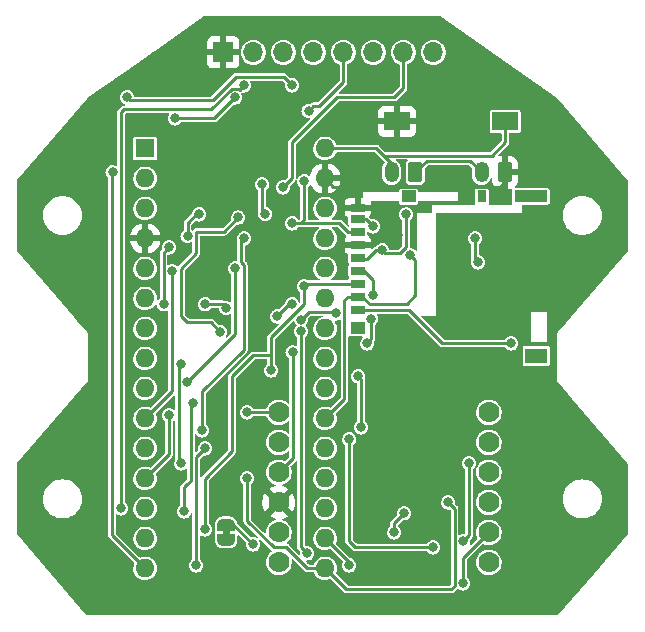
<source format=gbr>
%TF.GenerationSoftware,KiCad,Pcbnew,(6.0.7-1)-1*%
%TF.CreationDate,2023-01-25T16:43:34-06:00*%
%TF.ProjectId,BLACKBOX,424c4143-4b42-44f5-982e-6b696361645f,rev?*%
%TF.SameCoordinates,Original*%
%TF.FileFunction,Copper,L2,Bot*%
%TF.FilePolarity,Positive*%
%FSLAX46Y46*%
G04 Gerber Fmt 4.6, Leading zero omitted, Abs format (unit mm)*
G04 Created by KiCad (PCBNEW (6.0.7-1)-1) date 2023-01-25 16:43:34*
%MOMM*%
%LPD*%
G01*
G04 APERTURE LIST*
G04 Aperture macros list*
%AMRoundRect*
0 Rectangle with rounded corners*
0 $1 Rounding radius*
0 $2 $3 $4 $5 $6 $7 $8 $9 X,Y pos of 4 corners*
0 Add a 4 corners polygon primitive as box body*
4,1,4,$2,$3,$4,$5,$6,$7,$8,$9,$2,$3,0*
0 Add four circle primitives for the rounded corners*
1,1,$1+$1,$2,$3*
1,1,$1+$1,$4,$5*
1,1,$1+$1,$6,$7*
1,1,$1+$1,$8,$9*
0 Add four rect primitives between the rounded corners*
20,1,$1+$1,$2,$3,$4,$5,0*
20,1,$1+$1,$4,$5,$6,$7,0*
20,1,$1+$1,$6,$7,$8,$9,0*
20,1,$1+$1,$8,$9,$2,$3,0*%
%AMFreePoly0*
4,1,22,0.500000,-0.750000,0.000000,-0.750000,0.000000,-0.745033,-0.079941,-0.743568,-0.215256,-0.701293,-0.333266,-0.622738,-0.424486,-0.514219,-0.481581,-0.384460,-0.499164,-0.250000,-0.500000,-0.250000,-0.500000,0.250000,-0.499164,0.250000,-0.499963,0.256109,-0.478152,0.396186,-0.417904,0.524511,-0.324060,0.630769,-0.204165,0.706417,-0.067858,0.745374,0.000000,0.744959,0.000000,0.750000,
0.500000,0.750000,0.500000,-0.750000,0.500000,-0.750000,$1*%
%AMFreePoly1*
4,1,20,0.000000,0.744959,0.073905,0.744508,0.209726,0.703889,0.328688,0.626782,0.421226,0.519385,0.479903,0.390333,0.500000,0.250000,0.500000,-0.250000,0.499851,-0.262216,0.476331,-0.402017,0.414519,-0.529596,0.319384,-0.634700,0.198574,-0.708877,0.061801,-0.746166,0.000000,-0.745033,0.000000,-0.750000,-0.500000,-0.750000,-0.500000,0.750000,0.000000,0.750000,0.000000,0.744959,
0.000000,0.744959,$1*%
G04 Aperture macros list end*
%TA.AperFunction,ComponentPad*%
%ADD10RoundRect,0.250000X0.350000X0.625000X-0.350000X0.625000X-0.350000X-0.625000X0.350000X-0.625000X0*%
%TD*%
%TA.AperFunction,ComponentPad*%
%ADD11O,1.200000X1.750000*%
%TD*%
%TA.AperFunction,ComponentPad*%
%ADD12R,1.600000X1.600000*%
%TD*%
%TA.AperFunction,ComponentPad*%
%ADD13O,1.600000X1.600000*%
%TD*%
%TA.AperFunction,ComponentPad*%
%ADD14R,1.700000X1.700000*%
%TD*%
%TA.AperFunction,ComponentPad*%
%ADD15O,1.700000X1.700000*%
%TD*%
%TA.AperFunction,ComponentPad*%
%ADD16C,1.778000*%
%TD*%
%TA.AperFunction,SMDPad,CuDef*%
%ADD17R,1.200000X0.700000*%
%TD*%
%TA.AperFunction,SMDPad,CuDef*%
%ADD18R,0.800000X1.000000*%
%TD*%
%TA.AperFunction,SMDPad,CuDef*%
%ADD19R,2.800000X1.000000*%
%TD*%
%TA.AperFunction,SMDPad,CuDef*%
%ADD20R,1.900000X1.300000*%
%TD*%
%TA.AperFunction,SMDPad,CuDef*%
%ADD21R,1.200000X1.000000*%
%TD*%
%TA.AperFunction,SMDPad,CuDef*%
%ADD22FreePoly0,90.000000*%
%TD*%
%TA.AperFunction,SMDPad,CuDef*%
%ADD23FreePoly1,90.000000*%
%TD*%
%TA.AperFunction,SMDPad,CuDef*%
%ADD24R,2.180000X1.600000*%
%TD*%
%TA.AperFunction,ViaPad*%
%ADD25C,0.800000*%
%TD*%
%TA.AperFunction,Conductor*%
%ADD26C,0.250000*%
%TD*%
G04 APERTURE END LIST*
%TO.C,JP2*%
G36*
X102154000Y-85086000D02*
G01*
X101554000Y-85086000D01*
X101554000Y-84586000D01*
X102154000Y-84586000D01*
X102154000Y-85086000D01*
G37*
%TD*%
D10*
%TO.P,J102,1,Pin_1*%
%TO.N,GND*%
X125476000Y-54356000D03*
D11*
%TO.P,J102,2,Pin_2*%
%TO.N,VBUS*%
X123476000Y-54356000D03*
%TD*%
D12*
%TO.P,A1,1,D1/TX*%
%TO.N,unconnected-(A1-Pad1)*%
X94996000Y-52324000D03*
D13*
%TO.P,A1,2,D0/RX*%
%TO.N,unconnected-(A1-Pad2)*%
X94996000Y-54864000D03*
%TO.P,A1,3,~{RESET}*%
%TO.N,unconnected-(A1-Pad3)*%
X94996000Y-57404000D03*
%TO.P,A1,4,GND*%
%TO.N,GND*%
X94996000Y-59944000D03*
%TO.P,A1,5,D2*%
%TO.N,unconnected-(A1-Pad5)*%
X94996000Y-62484000D03*
%TO.P,A1,6,D3*%
%TO.N,unconnected-(A1-Pad6)*%
X94996000Y-65024000D03*
%TO.P,A1,7,D4*%
%TO.N,/MS_CS*%
X94996000Y-67564000D03*
%TO.P,A1,8,D5*%
%TO.N,/BNO_RST*%
X94996000Y-70104000D03*
%TO.P,A1,9,D6*%
%TO.N,/KX_INT2*%
X94996000Y-72644000D03*
%TO.P,A1,10,D7*%
%TO.N,/KX_INT1*%
X94996000Y-75184000D03*
%TO.P,A1,11,D8*%
%TO.N,/KX_CS*%
X94996000Y-77724000D03*
%TO.P,A1,12,D9*%
%TO.N,/BNO_INT*%
X94996000Y-80264000D03*
%TO.P,A1,13,D10*%
%TO.N,/BNO_CS*%
X94996000Y-82804000D03*
%TO.P,A1,14,D11*%
%TO.N,/MOSI*%
X94996000Y-85344000D03*
%TO.P,A1,15,D12*%
%TO.N,/MISO*%
X94996000Y-87884000D03*
%TO.P,A1,16,D13*%
%TO.N,/SCK*%
X110236000Y-87884000D03*
%TO.P,A1,17,3V3*%
%TO.N,+3V3*%
X110236000Y-85344000D03*
%TO.P,A1,18,AREF*%
%TO.N,unconnected-(A1-Pad18)*%
X110236000Y-82804000D03*
%TO.P,A1,19,A0*%
%TO.N,unconnected-(A1-Pad19)*%
X110236000Y-80264000D03*
%TO.P,A1,20,A1*%
%TO.N,unconnected-(A1-Pad20)*%
X110236000Y-77724000D03*
%TO.P,A1,21,A2*%
%TO.N,/SD_CS*%
X110236000Y-75184000D03*
%TO.P,A1,22,A3*%
%TO.N,/LED0*%
X110236000Y-72644000D03*
%TO.P,A1,23,A4*%
%TO.N,/LED1*%
X110236000Y-70104000D03*
%TO.P,A1,24,A5*%
%TO.N,/LED2*%
X110236000Y-67564000D03*
%TO.P,A1,25,A6*%
%TO.N,/LED3*%
X110236000Y-65024000D03*
%TO.P,A1,26,A7*%
%TO.N,unconnected-(A1-Pad26)*%
X110236000Y-62484000D03*
%TO.P,A1,27,+5V*%
%TO.N,+5V*%
X110236000Y-59944000D03*
%TO.P,A1,28,~{RESET}*%
%TO.N,unconnected-(A1-Pad28)*%
X110236000Y-57404000D03*
%TO.P,A1,29,GND*%
%TO.N,GND*%
X110236000Y-54864000D03*
%TO.P,A1,30,VIN*%
%TO.N,VCC*%
X110236000Y-52324000D03*
%TD*%
D10*
%TO.P,J3,1,Pin_1*%
%TO.N,VBUS*%
X117856000Y-54356000D03*
D11*
%TO.P,J3,2,Pin_2*%
%TO.N,VCC*%
X115856000Y-54356000D03*
%TD*%
D14*
%TO.P,J101,1,Pin_1*%
%TO.N,GND*%
X101615000Y-44196000D03*
D15*
%TO.P,J101,2,Pin_2*%
%TO.N,/KX_CS*%
X104155000Y-44196000D03*
%TO.P,J101,3,Pin_3*%
%TO.N,/BNO_CS*%
X106695000Y-44196000D03*
%TO.P,J101,4,Pin_4*%
%TO.N,/MS_CS*%
X109235000Y-44196000D03*
%TO.P,J101,5,Pin_5*%
%TO.N,/SD_CS*%
X111775000Y-44196000D03*
%TO.P,J101,6,Pin_6*%
%TO.N,/MISO*%
X114315000Y-44196000D03*
%TO.P,J101,7,Pin_7*%
%TO.N,/MOSI*%
X116855000Y-44196000D03*
%TO.P,J101,8,Pin_8*%
%TO.N,/SCK*%
X119395000Y-44196000D03*
%TD*%
D16*
%TO.P,U1,1,VIN*%
%TO.N,+3V3*%
X106309700Y-87376000D03*
%TO.N,N/C*%
X124089700Y-87376000D03*
%TO.P,U1,2,3Vo*%
%TO.N,+3V3*%
X124089700Y-84836000D03*
%TO.N,unconnected-(U1-Pad2)*%
X106309700Y-84836000D03*
%TO.P,U1,3,GND*%
%TO.N,+3V3*%
X124089700Y-82296000D03*
%TO.N,GND*%
X106309700Y-82296000D03*
%TO.P,U1,4,SCL*%
%TO.N,/SCK*%
X106309700Y-79756000D03*
%TO.N,/BNO_RST*%
X124089700Y-79756000D03*
%TO.P,U1,5,SDA*%
%TO.N,/MISO*%
X106309700Y-77216000D03*
%TO.N,/MOSI*%
X124089700Y-77216000D03*
%TO.P,U1,6,INT*%
%TO.N,/BNO_INT*%
X106309700Y-74676000D03*
%TO.N,/BNO_CS*%
X124089700Y-74676000D03*
%TD*%
D17*
%TO.P,J1,1,DAT2*%
%TO.N,Net-(J1-Pad1)*%
X113000000Y-65991000D03*
%TO.P,J1,2,DAT3/CD*%
%TO.N,/SD_CS*%
X113000000Y-64891000D03*
%TO.P,J1,3,CMD*%
%TO.N,/MOSI*%
X113000000Y-63791000D03*
%TO.P,J1,4,VDD*%
%TO.N,+3V3*%
X113000000Y-62691000D03*
%TO.P,J1,5,CLK*%
%TO.N,/SCK*%
X113000000Y-61591000D03*
%TO.P,J1,6,VSS*%
%TO.N,GND*%
X113000000Y-60491000D03*
%TO.P,J1,7,DAT0*%
%TO.N,/MISO*%
X113000000Y-59391000D03*
%TO.P,J1,8,DAT1*%
%TO.N,Net-(J1-Pad8)*%
X113000000Y-58291000D03*
%TO.P,J1,9,SHIELD*%
%TO.N,GND*%
X113000000Y-57341000D03*
D18*
%TO.P,J1,10*%
%TO.N,N/C*%
X123500000Y-56391000D03*
D19*
%TO.P,J1,11*%
X127650000Y-56391000D03*
D20*
X128100000Y-69891000D03*
D21*
X113000000Y-67541000D03*
X117300000Y-56391000D03*
%TD*%
D22*
%TO.P,JP2,1,1*%
%TO.N,Net-(JP2-Pad1)*%
X101854000Y-85486000D03*
D23*
%TO.P,JP2,2,2*%
%TO.N,+3V3*%
X101854000Y-84186000D03*
%TD*%
D24*
%TO.P,SW1,1,1*%
%TO.N,VCC*%
X125494000Y-50038000D03*
%TO.P,SW1,2,2*%
%TO.N,GND*%
X116314000Y-50038000D03*
%TD*%
D25*
%TO.N,GND*%
X98298000Y-56642000D03*
X116369500Y-59652500D03*
X103470000Y-77070000D03*
X123444000Y-68109500D03*
X122174000Y-64516000D03*
X113650000Y-80680000D03*
X107188000Y-64008000D03*
X118380000Y-78570000D03*
X112014000Y-51562000D03*
X105156000Y-58928000D03*
X106680000Y-60960000D03*
X122428000Y-72898000D03*
%TO.N,/MS_CS*%
X102616000Y-48006000D03*
X97536000Y-49784000D03*
X108204000Y-67818000D03*
X108712000Y-86614000D03*
%TO.N,/BNO_RST*%
X98044000Y-78994000D03*
X98044000Y-70612000D03*
%TO.N,/KX_INT2*%
X102616000Y-62484000D03*
X98552000Y-72136000D03*
%TO.N,/KX_INT1*%
X97282000Y-62738000D03*
%TO.N,/KX_CS*%
X105156000Y-57874500D03*
X103378000Y-59944000D03*
X104902000Y-55372000D03*
X99822000Y-76200000D03*
%TO.N,/BNO_INT*%
X97028000Y-74930000D03*
X103632000Y-74676000D03*
%TO.N,/BNO_CS*%
X98298000Y-83058000D03*
X103378000Y-46990000D03*
X99060000Y-73914000D03*
X92964000Y-82804000D03*
%TO.N,/MOSI*%
X100038500Y-84582000D03*
X98589500Y-59760006D03*
X113284000Y-75946000D03*
X121920000Y-85598000D03*
X106680000Y-55626000D03*
X122428000Y-78994000D03*
X105664000Y-71120000D03*
X99568000Y-57912000D03*
X113030000Y-71628000D03*
X108458000Y-64008000D03*
%TO.N,/MISO*%
X107442000Y-58674000D03*
X99314000Y-87630000D03*
X108458000Y-55118000D03*
X100076000Y-77724000D03*
X107442000Y-46990000D03*
X92239500Y-54356000D03*
X93472000Y-48006000D03*
X119380000Y-86106000D03*
X112268000Y-76962000D03*
%TO.N,/SCK*%
X115062000Y-60960000D03*
X107479500Y-69596000D03*
X117094000Y-57912000D03*
X101346000Y-67855500D03*
X120650000Y-82296000D03*
X103632000Y-80264000D03*
X102877799Y-58173799D03*
%TO.N,+3V3*%
X121920000Y-89154000D03*
X107437701Y-65527701D03*
X106172000Y-66548000D03*
X112268000Y-87630000D03*
X104140000Y-85852000D03*
X108204000Y-66818497D03*
X111147943Y-66294000D03*
X114300000Y-64770000D03*
X100071701Y-65527701D03*
X101859123Y-65840522D03*
%TO.N,/SD_CS*%
X117444296Y-61380302D03*
X108834701Y-49144701D03*
%TO.N,Net-(C2-Pad1)*%
X97028000Y-60706000D03*
X96557500Y-65532000D03*
%TO.N,Net-(C4-Pad2)*%
X116078000Y-84836000D03*
X116925299Y-83226701D03*
%TO.N,/LED2*%
X114128414Y-66757837D03*
X113792000Y-68834000D03*
%TO.N,Net-(J1-Pad1)*%
X125984000Y-68834000D03*
%TO.N,Net-(J1-Pad8)*%
X122936000Y-59944000D03*
X123190000Y-61976000D03*
X114300000Y-58928000D03*
%TD*%
D26*
%TO.N,GND*%
X113000000Y-60491000D02*
X114007000Y-60491000D01*
X116369500Y-59652500D02*
X115532500Y-59652500D01*
X115532500Y-59652500D02*
X115062000Y-59182000D01*
X108966000Y-61214000D02*
X110764558Y-61214000D01*
X113000000Y-56104000D02*
X111760000Y-54864000D01*
X98298000Y-56642000D02*
X102870000Y-56642000D01*
X125476000Y-54356000D02*
X125476000Y-55118000D01*
X107188000Y-64008000D02*
X107188000Y-61722000D01*
X115062000Y-59182000D02*
X115062000Y-57658000D01*
X107188000Y-61722000D02*
X107188000Y-61468000D01*
X123444000Y-65786000D02*
X122174000Y-64516000D01*
X125476000Y-55118000D02*
X125028000Y-55566000D01*
X110764558Y-61214000D02*
X111487558Y-60491000D01*
X123444000Y-68109500D02*
X123444000Y-65786000D01*
X113650000Y-80680000D02*
X113884000Y-80680000D01*
X111760000Y-54864000D02*
X110236000Y-54864000D01*
X102870000Y-56642000D02*
X105156000Y-58928000D01*
X114007000Y-60491000D02*
X115062000Y-59436000D01*
X125028000Y-55566000D02*
X110938000Y-55566000D01*
X118618000Y-75946000D02*
X122174000Y-75946000D01*
X108458000Y-61722000D02*
X108966000Y-61214000D01*
X107188000Y-61722000D02*
X108458000Y-61722000D01*
X113538000Y-50038000D02*
X116314000Y-50038000D01*
X110938000Y-55566000D02*
X110236000Y-54864000D01*
X122174000Y-75946000D02*
X122428000Y-75692000D01*
X122428000Y-75692000D02*
X122428000Y-72898000D01*
X111487558Y-60491000D02*
X113000000Y-60491000D01*
X113884000Y-80680000D02*
X118618000Y-75946000D01*
X112014000Y-51562000D02*
X113538000Y-50038000D01*
X115062000Y-57658000D02*
X114745000Y-57341000D01*
X114745000Y-57341000D02*
X113000000Y-57341000D01*
X107188000Y-61468000D02*
X106680000Y-60960000D01*
X113000000Y-57341000D02*
X113000000Y-56104000D01*
X115062000Y-59436000D02*
X115062000Y-59182000D01*
%TO.N,/MS_CS*%
X108204000Y-67818000D02*
X108204000Y-86106000D01*
X100838000Y-49784000D02*
X102616000Y-48006000D01*
X97536000Y-49784000D02*
X100838000Y-49784000D01*
X108204000Y-86106000D02*
X108712000Y-86614000D01*
%TO.N,/BNO_RST*%
X97827000Y-70829000D02*
X98044000Y-70612000D01*
X97827000Y-78777000D02*
X97827000Y-70829000D01*
X98044000Y-78994000D02*
X97827000Y-78777000D01*
%TO.N,/KX_INT2*%
X102616000Y-68072000D02*
X98552000Y-72136000D01*
X102616000Y-62484000D02*
X102616000Y-68072000D01*
%TO.N,/KX_INT1*%
X97282000Y-72898000D02*
X94996000Y-75184000D01*
X97282000Y-62738000D02*
X97282000Y-72898000D01*
%TO.N,/KX_CS*%
X104902000Y-57620500D02*
X105156000Y-57874500D01*
X104902000Y-55372000D02*
X104902000Y-57620500D01*
X103124000Y-61967386D02*
X103340511Y-62183897D01*
X103378000Y-59944000D02*
X103124000Y-60198000D01*
X103340511Y-69379489D02*
X99822000Y-72898000D01*
X103124000Y-60198000D02*
X103124000Y-61967386D01*
X99822000Y-72898000D02*
X99822000Y-76200000D01*
X103340511Y-62183897D02*
X103340511Y-69379489D01*
%TO.N,/BNO_INT*%
X97028000Y-74930000D02*
X97028000Y-78232000D01*
X97028000Y-78232000D02*
X94996000Y-80264000D01*
X106309700Y-74676000D02*
X103632000Y-74676000D01*
%TO.N,/BNO_CS*%
X103001307Y-47366693D02*
X102916103Y-47281489D01*
X102315897Y-47281489D02*
X100575386Y-49022000D01*
X93218000Y-49022000D02*
X92964000Y-49276000D01*
X100575386Y-49022000D02*
X93218000Y-49022000D01*
X98864000Y-80460000D02*
X98552000Y-80772000D01*
X103378000Y-46990000D02*
X103001307Y-47366693D01*
X98864000Y-74110000D02*
X98864000Y-80460000D01*
X98552000Y-80772000D02*
X98298000Y-81026000D01*
X92964000Y-49276000D02*
X92964000Y-82804000D01*
X102916103Y-47281489D02*
X102315897Y-47281489D01*
X99060000Y-73914000D02*
X98864000Y-74110000D01*
X98298000Y-81026000D02*
X98298000Y-83058000D01*
%TO.N,/MOSI*%
X116855000Y-47229000D02*
X116855000Y-44196000D01*
X105664000Y-71120000D02*
X105664000Y-69850000D01*
X108458000Y-65532000D02*
X108458000Y-64008000D01*
X116078000Y-48006000D02*
X116855000Y-47229000D01*
X102362000Y-71628000D02*
X104140000Y-69850000D01*
X122428000Y-78994000D02*
X122428000Y-85090000D01*
X108675000Y-63791000D02*
X113000000Y-63791000D01*
X107442000Y-51816000D02*
X111252000Y-48006000D01*
X102362000Y-77978000D02*
X102362000Y-71628000D01*
X111252000Y-48006000D02*
X116078000Y-48006000D01*
X104140000Y-69850000D02*
X105664000Y-69850000D01*
X100038500Y-80301500D02*
X102362000Y-77978000D01*
X106680000Y-55626000D02*
X107442000Y-54864000D01*
X107442000Y-54864000D02*
X107442000Y-51816000D01*
X99314000Y-57912000D02*
X99568000Y-57912000D01*
X122428000Y-85090000D02*
X121920000Y-85598000D01*
X108458000Y-64008000D02*
X108675000Y-63791000D01*
X113284000Y-71882000D02*
X113030000Y-71628000D01*
X100038500Y-84582000D02*
X100038500Y-80301500D01*
X98589500Y-58636500D02*
X99314000Y-57912000D01*
X105664000Y-68326000D02*
X108458000Y-65532000D01*
X105664000Y-69850000D02*
X105664000Y-68326000D01*
X98589500Y-59760006D02*
X98589500Y-58636500D01*
X113284000Y-75946000D02*
X113284000Y-71882000D01*
%TO.N,/MISO*%
X99314000Y-78486000D02*
X100076000Y-77724000D01*
X112776000Y-86106000D02*
X112522000Y-85852000D01*
X113000000Y-59391000D02*
X112150000Y-59391000D01*
X112150000Y-59391000D02*
X111433000Y-58674000D01*
X102696179Y-46265489D02*
X106717489Y-46265489D01*
X93472000Y-48006000D02*
X93726000Y-48260000D01*
X108458000Y-55118000D02*
X108458000Y-58420000D01*
X119380000Y-86106000D02*
X112776000Y-86106000D01*
X100701668Y-48260000D02*
X102696179Y-46265489D01*
X106717489Y-46265489D02*
X107442000Y-46990000D01*
X108458000Y-58420000D02*
X108204000Y-58674000D01*
X108204000Y-58674000D02*
X107442000Y-58674000D01*
X112522000Y-85852000D02*
X112268000Y-85598000D01*
X92202000Y-83566000D02*
X92202000Y-54393500D01*
X111433000Y-58674000D02*
X108204000Y-58674000D01*
X99314000Y-87630000D02*
X99314000Y-78486000D01*
X92202000Y-54393500D02*
X92239500Y-54356000D01*
X94996000Y-87884000D02*
X92202000Y-85090000D01*
X92202000Y-85090000D02*
X92202000Y-83566000D01*
X112268000Y-85598000D02*
X112268000Y-76962000D01*
X93726000Y-48260000D02*
X100701668Y-48260000D01*
%TO.N,/SCK*%
X108712000Y-87884000D02*
X110236000Y-87884000D01*
X107523700Y-69640200D02*
X107479500Y-69596000D01*
X106934000Y-86106000D02*
X108712000Y-87884000D01*
X98552000Y-67056000D02*
X98007000Y-66511000D01*
X115062000Y-60960000D02*
X114554000Y-60960000D01*
X99314000Y-59436000D02*
X99351500Y-59398500D01*
X103632000Y-83875156D02*
X105862844Y-86106000D01*
X113792000Y-61722000D02*
X113131000Y-61722000D01*
X103632000Y-80264000D02*
X103632000Y-83875156D01*
X105862844Y-86106000D02*
X106934000Y-86106000D01*
X121195000Y-89371000D02*
X121195000Y-82841000D01*
X116586000Y-61214000D02*
X115316000Y-61214000D01*
X113131000Y-61722000D02*
X113000000Y-61591000D01*
X110236000Y-87884000D02*
X112018653Y-89666653D01*
X117094000Y-60706000D02*
X116586000Y-61214000D01*
X98007000Y-66511000D02*
X98007000Y-62521000D01*
X117094000Y-57912000D02*
X117094000Y-60706000D01*
X107523700Y-78542000D02*
X107523700Y-69640200D01*
X101653098Y-59398500D02*
X102877799Y-58173799D01*
X121195000Y-82841000D02*
X120650000Y-82296000D01*
X106309700Y-79756000D02*
X107523700Y-78542000D01*
X101346000Y-67855500D02*
X100546500Y-67056000D01*
X115316000Y-61214000D02*
X115062000Y-60960000D01*
X99314000Y-61214000D02*
X99314000Y-59436000D01*
X100546500Y-67056000D02*
X98552000Y-67056000D01*
X99351500Y-59398500D02*
X101653098Y-59398500D01*
X120899347Y-89666653D02*
X121195000Y-89371000D01*
X98007000Y-62521000D02*
X99314000Y-61214000D01*
X114554000Y-60960000D02*
X113792000Y-61722000D01*
X112018653Y-89666653D02*
X120899347Y-89666653D01*
%TO.N,+3V3*%
X114300000Y-64770000D02*
X114300000Y-63491000D01*
X106172000Y-66548000D02*
X107188000Y-65532000D01*
X110236000Y-66149000D02*
X111002943Y-66149000D01*
X107188000Y-65532000D02*
X107442000Y-65532000D01*
X107433402Y-65532000D02*
X107437701Y-65527701D01*
X111002943Y-66149000D02*
X111147943Y-66294000D01*
X112268000Y-87630000D02*
X112268000Y-87376000D01*
X104140000Y-85852000D02*
X102474000Y-84186000D01*
X112268000Y-87376000D02*
X110236000Y-85344000D01*
X101546302Y-65527701D02*
X101859123Y-65840522D01*
X108873497Y-66149000D02*
X110236000Y-66149000D01*
X124089700Y-84836000D02*
X121920000Y-87005700D01*
X102474000Y-84186000D02*
X101854000Y-84186000D01*
X107188000Y-65532000D02*
X107433402Y-65532000D01*
X121920000Y-87005700D02*
X121920000Y-88900000D01*
X108204000Y-66818497D02*
X108873497Y-66149000D01*
X100071701Y-65527701D02*
X101546302Y-65527701D01*
X121920000Y-88900000D02*
X121920000Y-89154000D01*
X114300000Y-63491000D02*
X113500000Y-62691000D01*
X113500000Y-62691000D02*
X113000000Y-62691000D01*
%TO.N,/SD_CS*%
X113000000Y-64891000D02*
X112150000Y-64891000D01*
X117856000Y-64770000D02*
X117131000Y-65495000D01*
X117856000Y-61792006D02*
X117856000Y-64770000D01*
X117131000Y-65495000D02*
X113999695Y-65495000D01*
X109220000Y-48759402D02*
X109736598Y-48759402D01*
X108834701Y-49144701D02*
X109220000Y-48759402D01*
X113999695Y-65495000D02*
X113395695Y-64891000D01*
X109736598Y-48759402D02*
X111775000Y-46721000D01*
X111872443Y-65168557D02*
X111872443Y-73547557D01*
X117444296Y-61380302D02*
X117856000Y-61792006D01*
X112150000Y-64891000D02*
X111872443Y-65168557D01*
X111775000Y-46721000D02*
X111775000Y-44196000D01*
X111872443Y-73547557D02*
X110236000Y-75184000D01*
X113395695Y-64891000D02*
X113000000Y-64891000D01*
%TO.N,VCC*%
X115062000Y-52832000D02*
X115856000Y-53626000D01*
X110236000Y-52324000D02*
X114554000Y-52324000D01*
X125494000Y-51798000D02*
X125494000Y-50038000D01*
X124360000Y-52932000D02*
X125494000Y-51798000D01*
X115856000Y-53626000D02*
X115856000Y-54356000D01*
X115162000Y-52932000D02*
X124360000Y-52932000D01*
X114554000Y-52324000D02*
X115062000Y-52832000D01*
X115062000Y-52832000D02*
X115162000Y-52932000D01*
%TO.N,Net-(C2-Pad1)*%
X97028000Y-60706000D02*
X96557000Y-61177000D01*
X96557000Y-65531500D02*
X96557500Y-65532000D01*
X96557000Y-61177000D02*
X96557000Y-65531500D01*
%TO.N,Net-(C4-Pad2)*%
X116078000Y-84074000D02*
X116925299Y-83226701D01*
X116078000Y-84836000D02*
X116078000Y-84074000D01*
%TO.N,/LED2*%
X114128414Y-68497586D02*
X113792000Y-68834000D01*
X114128414Y-66757837D02*
X114128414Y-68497586D01*
%TO.N,Net-(J1-Pad1)*%
X117323222Y-65991000D02*
X120166222Y-68834000D01*
X120166222Y-68834000D02*
X125984000Y-68834000D01*
X113000000Y-65991000D02*
X117323222Y-65991000D01*
%TO.N,Net-(J1-Pad8)*%
X122936000Y-61722000D02*
X123190000Y-61976000D01*
X113000000Y-58291000D02*
X113663000Y-58291000D01*
X122936000Y-59944000D02*
X122936000Y-61722000D01*
X113663000Y-58291000D02*
X114300000Y-58928000D01*
%TO.N,VBUS*%
X118830000Y-53382000D02*
X122502000Y-53382000D01*
X117856000Y-54356000D02*
X118830000Y-53382000D01*
X122502000Y-53382000D02*
X123476000Y-54356000D01*
%TD*%
%TA.AperFunction,Conductor*%
%TO.N,GND*%
G36*
X119975390Y-41142069D02*
G01*
X129905027Y-48092814D01*
X129916914Y-48103591D01*
X130468591Y-48747214D01*
X130810000Y-49145525D01*
X130810000Y-56851921D01*
X130668041Y-57018134D01*
X130660588Y-57026860D01*
X130659272Y-57029008D01*
X130659271Y-57029009D01*
X130550976Y-57205732D01*
X130524846Y-57248372D01*
X130425427Y-57488390D01*
X130424842Y-57490827D01*
X130365653Y-57737367D01*
X130364779Y-57741006D01*
X130364582Y-57743505D01*
X130364582Y-57743507D01*
X130362864Y-57765342D01*
X130347068Y-57966051D01*
X130344396Y-58000000D01*
X130344593Y-58002503D01*
X130362581Y-58231060D01*
X130364779Y-58258994D01*
X130365363Y-58261428D01*
X130365364Y-58261432D01*
X130400076Y-58406017D01*
X130425427Y-58511610D01*
X130524846Y-58751628D01*
X130526158Y-58753769D01*
X130526159Y-58753771D01*
X130601404Y-58876560D01*
X130660588Y-58973140D01*
X130662222Y-58975053D01*
X130662224Y-58975056D01*
X130810000Y-59148079D01*
X130810000Y-66854475D01*
X130621714Y-67074142D01*
X129923150Y-67889133D01*
X129918699Y-67893600D01*
X129911129Y-67897042D01*
X129906144Y-67904763D01*
X129906141Y-67904765D01*
X129897470Y-67918195D01*
X129892303Y-67925122D01*
X129888696Y-67929330D01*
X129886816Y-67933503D01*
X129886528Y-67933957D01*
X129882425Y-67941497D01*
X129869592Y-67961371D01*
X129869500Y-67962006D01*
X129869500Y-67965805D01*
X129869459Y-67965914D01*
X129868961Y-67973138D01*
X129865282Y-67981304D01*
X129866633Y-67990400D01*
X129866633Y-67990401D01*
X129868805Y-68005021D01*
X129869500Y-68014425D01*
X129869500Y-71965843D01*
X129869028Y-71972125D01*
X129865520Y-71979665D01*
X129866760Y-71988776D01*
X129868915Y-72004609D01*
X129869500Y-72013240D01*
X129869500Y-72018779D01*
X129870786Y-72023163D01*
X129870862Y-72023690D01*
X129872654Y-72032080D01*
X129875847Y-72055539D01*
X129876191Y-72056081D01*
X129878675Y-72058979D01*
X129878718Y-72059096D01*
X129883026Y-72064885D01*
X129885547Y-72073478D01*
X129892492Y-72079505D01*
X129892493Y-72079506D01*
X129903661Y-72089198D01*
X129910307Y-72095884D01*
X130009354Y-72211439D01*
X130804259Y-73138827D01*
X130810000Y-73145525D01*
X130810000Y-80851921D01*
X130667585Y-81018668D01*
X130660588Y-81026860D01*
X130659272Y-81029008D01*
X130659271Y-81029009D01*
X130526368Y-81245889D01*
X130524846Y-81248372D01*
X130425427Y-81488390D01*
X130424842Y-81490827D01*
X130369355Y-81721947D01*
X130364779Y-81741006D01*
X130364582Y-81743505D01*
X130364582Y-81743507D01*
X130354054Y-81877280D01*
X130347068Y-81966051D01*
X130344396Y-82000000D01*
X130344593Y-82002503D01*
X130362971Y-82236016D01*
X130364779Y-82258994D01*
X130365363Y-82261428D01*
X130365364Y-82261432D01*
X130387411Y-82353264D01*
X130425427Y-82511610D01*
X130524846Y-82751628D01*
X130526158Y-82753769D01*
X130526159Y-82753771D01*
X130630389Y-82923860D01*
X130660588Y-82973140D01*
X130662222Y-82975053D01*
X130662224Y-82975056D01*
X130810000Y-83148079D01*
X130810000Y-90854476D01*
X129959135Y-91847151D01*
X129910543Y-91869500D01*
X90089457Y-91869500D01*
X90040865Y-91847151D01*
X89398945Y-91098245D01*
X89353172Y-82950685D01*
X89365678Y-82930278D01*
X89449751Y-82793082D01*
X89473841Y-82753771D01*
X89473842Y-82753769D01*
X89475154Y-82751628D01*
X89574573Y-82511610D01*
X89612589Y-82353264D01*
X89634636Y-82261432D01*
X89634637Y-82261428D01*
X89635221Y-82258994D01*
X89637030Y-82236016D01*
X89655407Y-82002503D01*
X89655604Y-82000000D01*
X89641160Y-81816466D01*
X89635418Y-81743507D01*
X89635418Y-81743505D01*
X89635221Y-81741006D01*
X89630646Y-81721947D01*
X89575158Y-81490827D01*
X89574573Y-81488390D01*
X89475154Y-81248372D01*
X89473633Y-81245889D01*
X89342392Y-81031723D01*
X89297383Y-73020245D01*
X89302667Y-73014081D01*
X89945688Y-72263889D01*
X90076857Y-72110859D01*
X90081301Y-72106400D01*
X90088871Y-72102958D01*
X90102528Y-72081807D01*
X90107698Y-72074878D01*
X90108325Y-72074146D01*
X90111304Y-72070671D01*
X90113184Y-72066497D01*
X90113469Y-72066049D01*
X90117573Y-72058507D01*
X90126668Y-72044421D01*
X90130408Y-72038629D01*
X90130500Y-72037994D01*
X90130500Y-72034198D01*
X90130541Y-72034089D01*
X90131039Y-72026863D01*
X90134718Y-72018697D01*
X90132626Y-72004609D01*
X90131195Y-71994980D01*
X90130500Y-71985576D01*
X90130500Y-68034157D01*
X90130972Y-68027875D01*
X90134480Y-68020335D01*
X90133033Y-68009700D01*
X90131085Y-67995394D01*
X90130500Y-67986762D01*
X90130500Y-67981221D01*
X90129213Y-67976835D01*
X90129137Y-67976305D01*
X90127343Y-67967905D01*
X90126454Y-67961371D01*
X90124152Y-67944461D01*
X90123809Y-67943919D01*
X90121345Y-67941044D01*
X90121305Y-67940935D01*
X90116974Y-67935115D01*
X90114453Y-67926522D01*
X90107507Y-67920494D01*
X90096339Y-67910802D01*
X90089693Y-67904116D01*
X89263224Y-66939902D01*
X89219258Y-59113823D01*
X89337776Y-58975056D01*
X89337778Y-58975053D01*
X89339412Y-58973140D01*
X89398596Y-58876560D01*
X89473841Y-58753771D01*
X89473842Y-58753769D01*
X89475154Y-58751628D01*
X89574573Y-58511610D01*
X89599924Y-58406017D01*
X89634636Y-58261432D01*
X89634637Y-58261428D01*
X89635221Y-58258994D01*
X89637420Y-58231060D01*
X89655407Y-58002503D01*
X89655604Y-58000000D01*
X89650346Y-57933191D01*
X89635418Y-57743507D01*
X89635418Y-57743505D01*
X89635221Y-57741006D01*
X89634348Y-57737367D01*
X89575158Y-57490827D01*
X89574573Y-57488390D01*
X89475154Y-57248372D01*
X89449025Y-57205732D01*
X89340729Y-57029009D01*
X89340728Y-57029008D01*
X89339412Y-57026860D01*
X89331960Y-57018134D01*
X89218067Y-56884784D01*
X89206660Y-56871428D01*
X89192528Y-54356000D01*
X91633818Y-54356000D01*
X91634366Y-54360162D01*
X91650655Y-54483889D01*
X91654456Y-54512762D01*
X91656061Y-54516636D01*
X91656061Y-54516637D01*
X91712130Y-54651998D01*
X91714964Y-54658841D01*
X91811218Y-54784282D01*
X91832147Y-54800342D01*
X91851461Y-54815162D01*
X91875953Y-54857583D01*
X91876500Y-54865936D01*
X91876500Y-85072997D01*
X91876256Y-85078575D01*
X91873810Y-85106536D01*
X91872736Y-85118807D01*
X91883194Y-85157834D01*
X91884399Y-85163272D01*
X91885064Y-85167044D01*
X91888607Y-85187134D01*
X91891412Y-85203045D01*
X91894212Y-85207895D01*
X91894213Y-85207897D01*
X91894471Y-85208344D01*
X91900862Y-85223773D01*
X91902446Y-85229684D01*
X91905655Y-85234267D01*
X91905656Y-85234269D01*
X91925611Y-85262766D01*
X91928606Y-85267467D01*
X91948806Y-85302455D01*
X91975550Y-85324896D01*
X91979752Y-85328422D01*
X91983868Y-85332194D01*
X94061984Y-87410310D01*
X94080729Y-87455565D01*
X94073936Y-87482008D01*
X94074697Y-87482334D01*
X94073463Y-87485212D01*
X94071956Y-87487954D01*
X94071011Y-87490933D01*
X94071010Y-87490936D01*
X94025576Y-87634162D01*
X94012628Y-87674978D01*
X93990757Y-87869963D01*
X94007175Y-88065483D01*
X94008036Y-88068485D01*
X94048542Y-88209744D01*
X94061258Y-88254091D01*
X94081208Y-88292909D01*
X94145118Y-88417264D01*
X94150944Y-88428601D01*
X94272818Y-88582369D01*
X94275189Y-88584387D01*
X94275193Y-88584391D01*
X94415303Y-88703633D01*
X94422238Y-88709535D01*
X94424963Y-88711058D01*
X94424966Y-88711060D01*
X94451194Y-88725718D01*
X94593513Y-88805257D01*
X94596491Y-88806225D01*
X94596492Y-88806225D01*
X94777147Y-88864924D01*
X94777150Y-88864925D01*
X94780118Y-88865889D01*
X94974946Y-88889121D01*
X94978066Y-88888881D01*
X94978069Y-88888881D01*
X95167449Y-88874309D01*
X95167453Y-88874308D01*
X95170576Y-88874068D01*
X95173592Y-88873226D01*
X95173597Y-88873225D01*
X95356540Y-88822145D01*
X95356539Y-88822145D01*
X95359556Y-88821303D01*
X95434912Y-88783238D01*
X95531891Y-88734251D01*
X95531896Y-88734248D01*
X95534689Y-88732837D01*
X95562563Y-88711060D01*
X95686835Y-88613968D01*
X95689303Y-88612040D01*
X95717026Y-88579923D01*
X95773142Y-88514911D01*
X95817509Y-88463511D01*
X95878626Y-88355926D01*
X95912880Y-88295629D01*
X95912881Y-88295628D01*
X95914425Y-88292909D01*
X95919474Y-88277733D01*
X95975370Y-88109702D01*
X95976358Y-88106732D01*
X95976939Y-88102139D01*
X96000724Y-87913853D01*
X96000724Y-87913851D01*
X96000949Y-87912071D01*
X96001341Y-87884000D01*
X95982194Y-87688728D01*
X95981291Y-87685737D01*
X95981290Y-87685732D01*
X95937217Y-87539755D01*
X95925484Y-87500894D01*
X95924019Y-87498138D01*
X95924017Y-87498134D01*
X95834840Y-87330417D01*
X95834838Y-87330414D01*
X95833370Y-87327653D01*
X95709361Y-87175602D01*
X95699007Y-87167036D01*
X95645831Y-87123046D01*
X95558180Y-87050535D01*
X95385585Y-86957213D01*
X95382601Y-86956289D01*
X95382598Y-86956288D01*
X95201140Y-86900118D01*
X95201141Y-86900118D01*
X95198152Y-86899193D01*
X95003019Y-86878683D01*
X94999909Y-86878966D01*
X94999908Y-86878966D01*
X94987855Y-86880063D01*
X94807618Y-86896466D01*
X94799464Y-86898866D01*
X94622399Y-86950979D01*
X94622396Y-86950980D01*
X94619393Y-86951864D01*
X94616619Y-86953314D01*
X94616612Y-86953317D01*
X94598536Y-86962767D01*
X94549747Y-86967121D01*
X94523631Y-86951305D01*
X92902289Y-85329963D01*
X93990757Y-85329963D01*
X94007175Y-85525483D01*
X94023893Y-85583786D01*
X94060385Y-85711045D01*
X94061258Y-85714091D01*
X94081208Y-85752909D01*
X94145118Y-85877264D01*
X94150944Y-85888601D01*
X94186988Y-85934078D01*
X94261753Y-86028408D01*
X94272818Y-86042369D01*
X94275189Y-86044387D01*
X94275193Y-86044391D01*
X94408882Y-86158168D01*
X94422238Y-86169535D01*
X94424963Y-86171058D01*
X94424966Y-86171060D01*
X94558491Y-86245684D01*
X94593513Y-86265257D01*
X94596491Y-86266225D01*
X94596492Y-86266225D01*
X94777147Y-86324924D01*
X94777150Y-86324925D01*
X94780118Y-86325889D01*
X94974946Y-86349121D01*
X94978066Y-86348881D01*
X94978069Y-86348881D01*
X95167449Y-86334309D01*
X95167453Y-86334308D01*
X95170576Y-86334068D01*
X95173592Y-86333226D01*
X95173597Y-86333225D01*
X95345581Y-86285205D01*
X95359556Y-86281303D01*
X95430070Y-86245684D01*
X95531891Y-86194251D01*
X95531896Y-86194248D01*
X95534689Y-86192837D01*
X95537773Y-86190428D01*
X95625967Y-86121523D01*
X95689303Y-86072040D01*
X95717026Y-86039923D01*
X95808388Y-85934078D01*
X95817509Y-85923511D01*
X95904281Y-85770766D01*
X95912880Y-85755629D01*
X95912881Y-85755628D01*
X95914425Y-85752909D01*
X95915912Y-85748441D01*
X95975370Y-85569702D01*
X95976358Y-85566732D01*
X95978089Y-85553036D01*
X96000724Y-85373853D01*
X96000724Y-85373851D01*
X96000949Y-85372071D01*
X96001341Y-85344000D01*
X95982194Y-85148728D01*
X95981291Y-85145737D01*
X95981290Y-85145732D01*
X95943157Y-85019431D01*
X95925484Y-84960894D01*
X95924019Y-84958138D01*
X95924017Y-84958134D01*
X95834840Y-84790417D01*
X95834838Y-84790414D01*
X95833370Y-84787653D01*
X95709361Y-84635602D01*
X95558180Y-84510535D01*
X95385585Y-84417213D01*
X95382601Y-84416289D01*
X95382598Y-84416288D01*
X95201140Y-84360118D01*
X95201141Y-84360118D01*
X95198152Y-84359193D01*
X95003019Y-84338683D01*
X94999909Y-84338966D01*
X94999908Y-84338966D01*
X94961393Y-84342471D01*
X94807618Y-84356466D01*
X94799464Y-84358866D01*
X94622399Y-84410979D01*
X94622396Y-84410980D01*
X94619393Y-84411864D01*
X94606313Y-84418702D01*
X94448283Y-84501318D01*
X94448280Y-84501320D01*
X94445512Y-84502767D01*
X94292600Y-84625711D01*
X94166480Y-84776016D01*
X94135792Y-84831838D01*
X94074705Y-84942954D01*
X94071956Y-84947954D01*
X94071010Y-84950936D01*
X94016042Y-85124217D01*
X94012628Y-85134978D01*
X93998295Y-85262758D01*
X93993439Y-85306056D01*
X93990757Y-85329963D01*
X92902289Y-85329963D01*
X92546245Y-84973919D01*
X92527500Y-84928664D01*
X92527500Y-83355756D01*
X92546245Y-83310501D01*
X92591500Y-83291756D01*
X92630460Y-83304981D01*
X92657828Y-83325981D01*
X92657833Y-83325984D01*
X92661159Y-83328536D01*
X92665035Y-83330142D01*
X92665036Y-83330142D01*
X92785790Y-83380160D01*
X92807238Y-83389044D01*
X92811394Y-83389591D01*
X92811397Y-83389592D01*
X92959838Y-83409134D01*
X92964000Y-83409682D01*
X92968162Y-83409134D01*
X93116603Y-83389592D01*
X93116606Y-83389591D01*
X93120762Y-83389044D01*
X93142210Y-83380160D01*
X93262964Y-83330142D01*
X93262965Y-83330142D01*
X93266841Y-83328536D01*
X93392282Y-83232282D01*
X93396565Y-83226701D01*
X93485983Y-83110168D01*
X93488536Y-83106841D01*
X93505427Y-83066064D01*
X93547439Y-82964637D01*
X93547439Y-82964636D01*
X93549044Y-82960762D01*
X93553058Y-82930278D01*
X93569134Y-82808162D01*
X93569682Y-82804000D01*
X93567834Y-82789963D01*
X93990757Y-82789963D01*
X94007175Y-82985483D01*
X94061258Y-83174091D01*
X94074143Y-83199163D01*
X94145118Y-83337264D01*
X94150944Y-83348601D01*
X94183433Y-83389592D01*
X94260068Y-83486282D01*
X94272818Y-83502369D01*
X94275189Y-83504387D01*
X94275193Y-83504391D01*
X94407724Y-83617183D01*
X94422238Y-83629535D01*
X94424963Y-83631058D01*
X94424966Y-83631060D01*
X94573049Y-83713820D01*
X94593513Y-83725257D01*
X94596491Y-83726225D01*
X94596492Y-83726225D01*
X94777147Y-83784924D01*
X94777150Y-83784925D01*
X94780118Y-83785889D01*
X94974946Y-83809121D01*
X94978066Y-83808881D01*
X94978069Y-83808881D01*
X95167449Y-83794309D01*
X95167453Y-83794308D01*
X95170576Y-83794068D01*
X95173592Y-83793226D01*
X95173597Y-83793225D01*
X95356540Y-83742145D01*
X95356539Y-83742145D01*
X95359556Y-83741303D01*
X95414553Y-83713522D01*
X95531891Y-83654251D01*
X95531896Y-83654248D01*
X95534689Y-83652837D01*
X95562563Y-83631060D01*
X95686835Y-83533968D01*
X95689303Y-83532040D01*
X95717026Y-83499923D01*
X95812733Y-83389044D01*
X95817509Y-83383511D01*
X95878626Y-83275926D01*
X95912880Y-83215629D01*
X95912881Y-83215628D01*
X95914425Y-83212909D01*
X95919474Y-83197733D01*
X95975370Y-83029702D01*
X95976358Y-83026732D01*
X95977196Y-83020105D01*
X96000724Y-82833853D01*
X96000724Y-82833851D01*
X96000949Y-82832071D01*
X96001341Y-82804000D01*
X95982194Y-82608728D01*
X95981291Y-82605737D01*
X95981290Y-82605732D01*
X95926388Y-82423889D01*
X95925484Y-82420894D01*
X95924019Y-82418138D01*
X95924017Y-82418134D01*
X95834840Y-82250417D01*
X95834838Y-82250414D01*
X95833370Y-82247653D01*
X95709361Y-82095602D01*
X95558180Y-81970535D01*
X95385585Y-81877213D01*
X95382601Y-81876289D01*
X95382598Y-81876288D01*
X95201140Y-81820118D01*
X95201141Y-81820118D01*
X95198152Y-81819193D01*
X95003019Y-81798683D01*
X94999909Y-81798966D01*
X94999908Y-81798966D01*
X94961393Y-81802471D01*
X94807618Y-81816466D01*
X94799464Y-81818866D01*
X94622399Y-81870979D01*
X94622396Y-81870980D01*
X94619393Y-81871864D01*
X94606313Y-81878702D01*
X94448283Y-81961318D01*
X94448280Y-81961320D01*
X94445512Y-81962767D01*
X94292600Y-82085711D01*
X94166480Y-82236016D01*
X94071956Y-82407954D01*
X94071010Y-82410936D01*
X94014326Y-82589626D01*
X94012628Y-82594978D01*
X93998307Y-82722656D01*
X93995318Y-82749305D01*
X93990757Y-82789963D01*
X93567834Y-82789963D01*
X93561028Y-82738263D01*
X93549592Y-82651397D01*
X93549591Y-82651394D01*
X93549044Y-82647238D01*
X93541301Y-82628545D01*
X93490142Y-82505036D01*
X93490142Y-82505035D01*
X93488536Y-82501159D01*
X93419306Y-82410936D01*
X93394835Y-82379045D01*
X93392282Y-82375718D01*
X93314539Y-82316064D01*
X93290048Y-82273643D01*
X93289500Y-82265289D01*
X93289500Y-80249963D01*
X93990757Y-80249963D01*
X94007175Y-80445483D01*
X94061258Y-80634091D01*
X94074143Y-80659163D01*
X94145118Y-80797264D01*
X94150944Y-80808601D01*
X94184506Y-80850946D01*
X94256354Y-80941596D01*
X94272818Y-80962369D01*
X94275189Y-80964387D01*
X94275193Y-80964391D01*
X94364286Y-81040214D01*
X94422238Y-81089535D01*
X94424963Y-81091058D01*
X94424966Y-81091060D01*
X94590777Y-81183728D01*
X94593513Y-81185257D01*
X94596491Y-81186225D01*
X94596492Y-81186225D01*
X94777147Y-81244924D01*
X94777150Y-81244925D01*
X94780118Y-81245889D01*
X94974946Y-81269121D01*
X94978066Y-81268881D01*
X94978069Y-81268881D01*
X95167449Y-81254309D01*
X95167453Y-81254308D01*
X95170576Y-81254068D01*
X95173592Y-81253226D01*
X95173597Y-81253225D01*
X95356540Y-81202145D01*
X95356539Y-81202145D01*
X95359556Y-81201303D01*
X95459361Y-81150888D01*
X95531891Y-81114251D01*
X95531896Y-81114248D01*
X95534689Y-81112837D01*
X95562563Y-81091060D01*
X95627643Y-81040214D01*
X95689303Y-80992040D01*
X95717026Y-80959923D01*
X95775460Y-80892225D01*
X95817509Y-80843511D01*
X95878626Y-80735926D01*
X95912880Y-80675629D01*
X95912881Y-80675628D01*
X95914425Y-80672909D01*
X95919474Y-80657733D01*
X95975370Y-80489702D01*
X95976358Y-80486732D01*
X95978643Y-80468650D01*
X96000724Y-80293853D01*
X96000724Y-80293851D01*
X96000949Y-80292071D01*
X96001341Y-80264000D01*
X95982194Y-80068728D01*
X95981291Y-80065737D01*
X95981290Y-80065732D01*
X95948713Y-79957832D01*
X95925484Y-79880894D01*
X95917845Y-79866527D01*
X95913151Y-79817770D01*
X95929099Y-79791227D01*
X97246139Y-78474187D01*
X97250256Y-78470415D01*
X97276904Y-78448055D01*
X97276905Y-78448054D01*
X97281194Y-78444455D01*
X97301389Y-78409475D01*
X97304389Y-78404766D01*
X97324344Y-78376269D01*
X97324345Y-78376267D01*
X97327554Y-78371684D01*
X97329138Y-78365773D01*
X97335529Y-78350344D01*
X97335787Y-78349897D01*
X97335788Y-78349896D01*
X97338588Y-78345045D01*
X97340344Y-78335089D01*
X97345076Y-78308248D01*
X97345601Y-78305272D01*
X97346806Y-78299834D01*
X97357264Y-78260807D01*
X97356191Y-78248536D01*
X97353744Y-78220575D01*
X97353500Y-78214997D01*
X97353500Y-75468711D01*
X97372245Y-75423456D01*
X97378540Y-75417936D01*
X97398540Y-75402590D01*
X97445855Y-75389913D01*
X97488275Y-75414405D01*
X97501500Y-75453365D01*
X97501500Y-78721798D01*
X97496628Y-78746290D01*
X97471711Y-78806446D01*
X97458956Y-78837238D01*
X97458409Y-78841394D01*
X97458408Y-78841397D01*
X97446832Y-78929330D01*
X97438318Y-78994000D01*
X97438866Y-78998162D01*
X97457014Y-79136008D01*
X97458956Y-79150762D01*
X97460561Y-79154636D01*
X97460561Y-79154637D01*
X97511391Y-79277350D01*
X97519464Y-79296841D01*
X97615718Y-79422282D01*
X97619045Y-79424835D01*
X97629075Y-79432531D01*
X97741159Y-79518536D01*
X97887238Y-79579044D01*
X97891394Y-79579591D01*
X97891397Y-79579592D01*
X98039838Y-79599134D01*
X98044000Y-79599682D01*
X98048162Y-79599134D01*
X98196603Y-79579592D01*
X98196606Y-79579591D01*
X98200762Y-79579044D01*
X98346841Y-79518536D01*
X98394539Y-79481936D01*
X98435539Y-79450476D01*
X98482854Y-79437799D01*
X98525275Y-79462290D01*
X98538500Y-79501251D01*
X98538500Y-80298664D01*
X98519755Y-80343919D01*
X98341974Y-80521700D01*
X98341971Y-80521702D01*
X98341965Y-80521708D01*
X98079860Y-80783814D01*
X98075743Y-80787586D01*
X98044806Y-80813545D01*
X98042006Y-80818395D01*
X98024612Y-80848523D01*
X98021611Y-80853234D01*
X98001656Y-80881731D01*
X98001655Y-80881733D01*
X97998446Y-80886316D01*
X97996998Y-80891721D01*
X97996863Y-80892225D01*
X97990471Y-80907656D01*
X97987412Y-80912955D01*
X97986440Y-80918471D01*
X97986439Y-80918472D01*
X97980400Y-80952725D01*
X97979194Y-80958166D01*
X97968736Y-80997193D01*
X97969224Y-81002773D01*
X97969224Y-81002776D01*
X97972256Y-81037425D01*
X97972500Y-81043003D01*
X97972500Y-82519289D01*
X97953755Y-82564544D01*
X97947461Y-82570064D01*
X97915011Y-82594964D01*
X97869718Y-82629718D01*
X97773464Y-82755159D01*
X97771858Y-82759035D01*
X97771858Y-82759036D01*
X97755545Y-82798419D01*
X97712956Y-82901238D01*
X97712409Y-82905394D01*
X97712408Y-82905397D01*
X97699084Y-83006605D01*
X97692318Y-83058000D01*
X97692866Y-83062162D01*
X97710468Y-83195860D01*
X97712956Y-83214762D01*
X97714561Y-83218636D01*
X97714561Y-83218637D01*
X97721271Y-83234835D01*
X97773464Y-83360841D01*
X97776017Y-83364168D01*
X97839037Y-83446297D01*
X97869718Y-83486282D01*
X97873045Y-83488835D01*
X97886861Y-83499436D01*
X97995159Y-83582536D01*
X97999035Y-83584142D01*
X97999036Y-83584142D01*
X98137363Y-83641439D01*
X98141238Y-83643044D01*
X98145394Y-83643591D01*
X98145397Y-83643592D01*
X98293838Y-83663134D01*
X98298000Y-83663682D01*
X98302162Y-83663134D01*
X98450603Y-83643592D01*
X98450606Y-83643591D01*
X98454762Y-83643044D01*
X98458637Y-83641439D01*
X98596964Y-83584142D01*
X98596965Y-83584142D01*
X98600841Y-83582536D01*
X98709139Y-83499436D01*
X98722955Y-83488835D01*
X98726282Y-83486282D01*
X98756964Y-83446297D01*
X98819983Y-83364168D01*
X98822536Y-83360841D01*
X98865372Y-83257426D01*
X98900008Y-83222790D01*
X98948992Y-83222790D01*
X98983628Y-83257426D01*
X98988500Y-83281918D01*
X98988500Y-87091289D01*
X98969755Y-87136544D01*
X98963461Y-87142064D01*
X98891295Y-87197439D01*
X98885718Y-87201718D01*
X98883165Y-87205045D01*
X98872354Y-87219134D01*
X98789464Y-87327159D01*
X98787858Y-87331035D01*
X98787858Y-87331036D01*
X98736276Y-87455565D01*
X98728956Y-87473238D01*
X98728409Y-87477394D01*
X98728408Y-87477397D01*
X98723609Y-87513853D01*
X98708318Y-87630000D01*
X98708866Y-87634162D01*
X98723314Y-87743905D01*
X98728956Y-87786762D01*
X98730561Y-87790636D01*
X98730561Y-87790637D01*
X98785423Y-87923084D01*
X98789464Y-87932841D01*
X98885718Y-88058282D01*
X98889045Y-88060835D01*
X98899015Y-88068485D01*
X99011159Y-88154536D01*
X99015035Y-88156142D01*
X99015036Y-88156142D01*
X99152941Y-88213264D01*
X99157238Y-88215044D01*
X99161394Y-88215591D01*
X99161397Y-88215592D01*
X99309838Y-88235134D01*
X99314000Y-88235682D01*
X99318162Y-88235134D01*
X99466603Y-88215592D01*
X99466606Y-88215591D01*
X99470762Y-88215044D01*
X99475059Y-88213264D01*
X99612964Y-88156142D01*
X99612965Y-88156142D01*
X99616841Y-88154536D01*
X99728985Y-88068485D01*
X99738955Y-88060835D01*
X99742282Y-88058282D01*
X99838536Y-87932841D01*
X99842578Y-87923084D01*
X99897439Y-87790637D01*
X99897439Y-87790636D01*
X99899044Y-87786762D01*
X99904687Y-87743905D01*
X99919134Y-87634162D01*
X99919682Y-87630000D01*
X99904391Y-87513853D01*
X99899592Y-87477397D01*
X99899591Y-87477394D01*
X99899044Y-87473238D01*
X99891724Y-87455565D01*
X99840142Y-87331036D01*
X99840142Y-87331035D01*
X99838536Y-87327159D01*
X99755646Y-87219134D01*
X99744835Y-87205045D01*
X99742282Y-87201718D01*
X99736706Y-87197439D01*
X99664539Y-87142064D01*
X99640048Y-87099643D01*
X99639500Y-87091289D01*
X99639500Y-85161238D01*
X99658245Y-85115983D01*
X99703500Y-85097238D01*
X99734294Y-85105489D01*
X99735659Y-85106536D01*
X99881738Y-85167044D01*
X99885894Y-85167591D01*
X99885897Y-85167592D01*
X100034338Y-85187134D01*
X100038500Y-85187682D01*
X100042662Y-85187134D01*
X100191103Y-85167592D01*
X100191106Y-85167591D01*
X100195262Y-85167044D01*
X100217555Y-85157810D01*
X100337464Y-85108142D01*
X100337465Y-85108142D01*
X100341341Y-85106536D01*
X100455815Y-85018697D01*
X100463455Y-85012835D01*
X100466782Y-85010282D01*
X100471418Y-85004241D01*
X100518444Y-84942954D01*
X100563036Y-84884841D01*
X100569490Y-84869261D01*
X100621939Y-84742637D01*
X100621939Y-84742636D01*
X100623544Y-84738762D01*
X100630491Y-84686000D01*
X100643634Y-84586162D01*
X100644182Y-84582000D01*
X100634774Y-84510535D01*
X100624092Y-84429397D01*
X100624091Y-84429394D01*
X100623544Y-84425238D01*
X100616287Y-84407718D01*
X100564642Y-84283036D01*
X100564642Y-84283035D01*
X100563036Y-84279159D01*
X100466782Y-84153718D01*
X100389039Y-84094064D01*
X100364548Y-84051643D01*
X100364000Y-84043289D01*
X100364000Y-80462836D01*
X100382745Y-80417581D01*
X102580145Y-78220182D01*
X102584262Y-78216410D01*
X102610904Y-78194055D01*
X102610905Y-78194054D01*
X102615194Y-78190455D01*
X102635390Y-78155474D01*
X102638387Y-78150771D01*
X102658342Y-78122271D01*
X102661554Y-78117684D01*
X102663003Y-78112278D01*
X102663006Y-78112271D01*
X102663140Y-78111770D01*
X102669528Y-78096347D01*
X102669789Y-78095894D01*
X102669790Y-78095892D01*
X102672588Y-78091045D01*
X102676660Y-78067956D01*
X102679602Y-78051270D01*
X102680810Y-78045821D01*
X102689814Y-78012216D01*
X102689814Y-78012215D01*
X102691263Y-78006807D01*
X102687744Y-77966583D01*
X102687500Y-77961005D01*
X102687500Y-71789336D01*
X102706245Y-71744081D01*
X104256081Y-70194245D01*
X104301336Y-70175500D01*
X105274500Y-70175500D01*
X105319755Y-70194245D01*
X105338500Y-70239500D01*
X105338500Y-70581289D01*
X105319755Y-70626544D01*
X105313461Y-70632064D01*
X105246414Y-70683511D01*
X105235718Y-70691718D01*
X105233165Y-70695045D01*
X105197990Y-70740886D01*
X105139464Y-70817159D01*
X105137858Y-70821035D01*
X105137858Y-70821036D01*
X105080561Y-70959363D01*
X105078956Y-70963238D01*
X105078409Y-70967394D01*
X105078408Y-70967397D01*
X105062936Y-71084924D01*
X105058318Y-71120000D01*
X105058866Y-71124162D01*
X105068416Y-71196699D01*
X105078956Y-71276762D01*
X105139464Y-71422841D01*
X105235718Y-71548282D01*
X105239045Y-71550835D01*
X105288848Y-71589050D01*
X105361159Y-71644536D01*
X105365035Y-71646142D01*
X105365036Y-71646142D01*
X105396544Y-71659193D01*
X105507238Y-71705044D01*
X105511394Y-71705591D01*
X105511397Y-71705592D01*
X105659838Y-71725134D01*
X105664000Y-71725682D01*
X105668162Y-71725134D01*
X105816603Y-71705592D01*
X105816606Y-71705591D01*
X105820762Y-71705044D01*
X105931456Y-71659193D01*
X105962964Y-71646142D01*
X105962965Y-71646142D01*
X105966841Y-71644536D01*
X106039152Y-71589050D01*
X106088955Y-71550835D01*
X106092282Y-71548282D01*
X106188536Y-71422841D01*
X106249044Y-71276762D01*
X106259585Y-71196699D01*
X106269134Y-71124162D01*
X106269682Y-71120000D01*
X106265064Y-71084924D01*
X106249592Y-70967397D01*
X106249591Y-70967394D01*
X106249044Y-70963238D01*
X106247439Y-70959363D01*
X106190142Y-70821036D01*
X106190142Y-70821035D01*
X106188536Y-70817159D01*
X106130010Y-70740886D01*
X106094835Y-70695045D01*
X106092282Y-70691718D01*
X106081587Y-70683511D01*
X106014539Y-70632064D01*
X105990048Y-70589643D01*
X105989500Y-70581289D01*
X105989500Y-68487336D01*
X106008245Y-68442081D01*
X107510612Y-66939714D01*
X107555867Y-66920969D01*
X107601122Y-66939714D01*
X107617686Y-66968404D01*
X107618408Y-66971100D01*
X107618956Y-66975259D01*
X107620560Y-66979132D01*
X107620561Y-66979135D01*
X107677858Y-67117461D01*
X107679464Y-67121338D01*
X107775718Y-67246779D01*
X107779045Y-67249332D01*
X107779049Y-67249336D01*
X107802688Y-67267475D01*
X107827180Y-67309896D01*
X107814501Y-67357210D01*
X107802687Y-67369024D01*
X107779047Y-67387163D01*
X107779044Y-67387166D01*
X107775718Y-67389718D01*
X107679464Y-67515159D01*
X107618956Y-67661238D01*
X107618409Y-67665394D01*
X107618408Y-67665397D01*
X107607865Y-67745483D01*
X107598318Y-67818000D01*
X107598866Y-67822162D01*
X107617277Y-67962006D01*
X107618956Y-67974762D01*
X107620561Y-67978636D01*
X107620561Y-67978637D01*
X107623927Y-67986762D01*
X107679464Y-68120841D01*
X107682017Y-68124168D01*
X107771578Y-68240886D01*
X107775718Y-68246282D01*
X107779045Y-68248835D01*
X107853461Y-68305936D01*
X107877952Y-68348357D01*
X107878500Y-68356711D01*
X107878500Y-69016762D01*
X107859755Y-69062017D01*
X107814500Y-69080762D01*
X107783706Y-69072511D01*
X107782341Y-69071464D01*
X107636262Y-69010956D01*
X107632106Y-69010409D01*
X107632103Y-69010408D01*
X107483662Y-68990866D01*
X107479500Y-68990318D01*
X107475338Y-68990866D01*
X107326897Y-69010408D01*
X107326894Y-69010409D01*
X107322738Y-69010956D01*
X107318864Y-69012561D01*
X107318863Y-69012561D01*
X107226298Y-69050903D01*
X107176659Y-69071464D01*
X107148663Y-69092946D01*
X107070647Y-69152810D01*
X107051218Y-69167718D01*
X107048665Y-69171045D01*
X107044642Y-69176288D01*
X106954964Y-69293159D01*
X106953358Y-69297035D01*
X106953358Y-69297036D01*
X106916628Y-69385711D01*
X106894456Y-69439238D01*
X106893909Y-69443394D01*
X106893908Y-69443397D01*
X106881268Y-69539412D01*
X106873818Y-69596000D01*
X106874366Y-69600162D01*
X106890655Y-69723889D01*
X106894456Y-69752762D01*
X106896061Y-69756636D01*
X106896061Y-69756637D01*
X106952130Y-69891998D01*
X106954964Y-69898841D01*
X107051218Y-70024282D01*
X107054545Y-70026835D01*
X107173161Y-70117852D01*
X107197652Y-70160273D01*
X107198200Y-70168627D01*
X107198200Y-73867219D01*
X107179455Y-73912474D01*
X107134200Y-73931219D01*
X107090757Y-73914215D01*
X106977951Y-73809937D01*
X106977942Y-73809930D01*
X106975787Y-73807938D01*
X106806442Y-73701089D01*
X106803725Y-73700005D01*
X106803721Y-73700003D01*
X106623184Y-73627976D01*
X106623180Y-73627975D01*
X106620461Y-73626890D01*
X106424072Y-73587826D01*
X106327295Y-73586559D01*
X106226786Y-73585243D01*
X106226782Y-73585243D01*
X106223853Y-73585205D01*
X106026508Y-73619115D01*
X105838649Y-73688420D01*
X105666564Y-73790799D01*
X105664361Y-73792731D01*
X105518227Y-73920887D01*
X105518223Y-73920891D01*
X105516019Y-73922824D01*
X105392054Y-74080073D01*
X105390689Y-74082668D01*
X105390688Y-74082669D01*
X105379308Y-74104299D01*
X105298821Y-74257280D01*
X105297951Y-74260082D01*
X105297948Y-74260089D01*
X105283855Y-74305478D01*
X105252534Y-74343139D01*
X105222734Y-74350500D01*
X104170711Y-74350500D01*
X104125456Y-74331755D01*
X104119936Y-74325461D01*
X104062835Y-74251045D01*
X104060282Y-74247718D01*
X103934841Y-74151464D01*
X103827332Y-74106932D01*
X103792637Y-74092561D01*
X103792636Y-74092561D01*
X103788762Y-74090956D01*
X103784606Y-74090409D01*
X103784603Y-74090408D01*
X103636162Y-74070866D01*
X103632000Y-74070318D01*
X103627838Y-74070866D01*
X103479397Y-74090408D01*
X103479394Y-74090409D01*
X103475238Y-74090956D01*
X103471364Y-74092561D01*
X103471363Y-74092561D01*
X103436669Y-74106932D01*
X103329159Y-74151464D01*
X103203718Y-74247718D01*
X103201165Y-74251045D01*
X103198377Y-74254679D01*
X103107464Y-74373159D01*
X103105858Y-74377035D01*
X103105858Y-74377036D01*
X103054213Y-74501718D01*
X103046956Y-74519238D01*
X103046409Y-74523394D01*
X103046408Y-74523397D01*
X103033186Y-74623832D01*
X103026318Y-74676000D01*
X103026866Y-74680162D01*
X103042761Y-74800894D01*
X103046956Y-74832762D01*
X103048561Y-74836636D01*
X103048561Y-74836637D01*
X103104630Y-74971998D01*
X103107464Y-74978841D01*
X103203718Y-75104282D01*
X103329159Y-75200536D01*
X103333035Y-75202142D01*
X103333036Y-75202142D01*
X103389391Y-75225485D01*
X103475238Y-75261044D01*
X103479394Y-75261591D01*
X103479397Y-75261592D01*
X103627838Y-75281134D01*
X103632000Y-75281682D01*
X103636162Y-75281134D01*
X103784603Y-75261592D01*
X103784606Y-75261591D01*
X103788762Y-75261044D01*
X103874609Y-75225485D01*
X103930964Y-75202142D01*
X103930965Y-75202142D01*
X103934841Y-75200536D01*
X104060282Y-75104282D01*
X104119936Y-75026539D01*
X104162357Y-75002048D01*
X104170711Y-75001500D01*
X105219273Y-75001500D01*
X105264528Y-75020245D01*
X105277893Y-75041425D01*
X105278292Y-75041241D01*
X105352469Y-75202142D01*
X105362123Y-75223084D01*
X105477688Y-75386605D01*
X105479786Y-75388649D01*
X105479787Y-75388650D01*
X105507496Y-75415643D01*
X105621118Y-75526328D01*
X105787608Y-75637574D01*
X105842806Y-75661289D01*
X105968887Y-75715458D01*
X105968890Y-75715459D01*
X105971583Y-75716616D01*
X106166882Y-75760807D01*
X106366964Y-75768668D01*
X106369860Y-75768248D01*
X106369862Y-75768248D01*
X106562227Y-75740357D01*
X106562231Y-75740356D01*
X106565128Y-75739936D01*
X106754738Y-75675572D01*
X106929444Y-75577733D01*
X107083394Y-75449694D01*
X107085272Y-75447436D01*
X107087345Y-75445363D01*
X107088113Y-75446131D01*
X107128340Y-75424963D01*
X107175121Y-75439486D01*
X107197931Y-75482834D01*
X107198200Y-75488694D01*
X107198200Y-76407219D01*
X107179455Y-76452474D01*
X107134200Y-76471219D01*
X107090757Y-76454215D01*
X106977951Y-76349937D01*
X106977942Y-76349930D01*
X106975787Y-76347938D01*
X106806442Y-76241089D01*
X106803725Y-76240005D01*
X106803721Y-76240003D01*
X106623184Y-76167976D01*
X106623180Y-76167975D01*
X106620461Y-76166890D01*
X106424072Y-76127826D01*
X106327295Y-76126559D01*
X106226786Y-76125243D01*
X106226782Y-76125243D01*
X106223853Y-76125205D01*
X106026508Y-76159115D01*
X105838649Y-76228420D01*
X105666564Y-76330799D01*
X105664361Y-76332731D01*
X105518227Y-76460887D01*
X105518223Y-76460891D01*
X105516019Y-76462824D01*
X105392054Y-76620073D01*
X105390689Y-76622668D01*
X105390688Y-76622669D01*
X105379308Y-76644299D01*
X105298821Y-76797280D01*
X105239442Y-76988510D01*
X105239097Y-76991428D01*
X105239096Y-76991431D01*
X105219292Y-77158754D01*
X105215907Y-77187358D01*
X105216099Y-77190287D01*
X105225318Y-77330936D01*
X105229003Y-77387166D01*
X105229724Y-77390003D01*
X105229724Y-77390006D01*
X105249666Y-77468527D01*
X105278292Y-77581241D01*
X105362123Y-77763084D01*
X105477688Y-77926605D01*
X105479786Y-77928649D01*
X105479787Y-77928650D01*
X105498349Y-77946732D01*
X105621118Y-78066328D01*
X105787608Y-78177574D01*
X105825969Y-78194055D01*
X105968887Y-78255458D01*
X105968890Y-78255459D01*
X105971583Y-78256616D01*
X106166882Y-78300807D01*
X106366964Y-78308668D01*
X106369860Y-78308248D01*
X106369862Y-78308248D01*
X106562227Y-78280357D01*
X106562231Y-78280356D01*
X106565128Y-78279936D01*
X106754738Y-78215572D01*
X106929444Y-78117733D01*
X107083394Y-77989694D01*
X107085272Y-77987436D01*
X107087345Y-77985363D01*
X107088113Y-77986131D01*
X107128340Y-77964963D01*
X107175121Y-77979486D01*
X107197931Y-78022834D01*
X107198200Y-78028694D01*
X107198200Y-78380663D01*
X107179455Y-78425918D01*
X106849008Y-78756366D01*
X106803753Y-78775111D01*
X106780040Y-78770556D01*
X106686676Y-78733307D01*
X106623184Y-78707976D01*
X106623180Y-78707975D01*
X106620461Y-78706890D01*
X106424072Y-78667826D01*
X106327295Y-78666559D01*
X106226786Y-78665243D01*
X106226782Y-78665243D01*
X106223853Y-78665205D01*
X106026508Y-78699115D01*
X105838649Y-78768420D01*
X105666564Y-78870799D01*
X105664361Y-78872731D01*
X105518227Y-79000887D01*
X105518223Y-79000891D01*
X105516019Y-79002824D01*
X105392054Y-79160073D01*
X105390689Y-79162668D01*
X105390688Y-79162669D01*
X105379308Y-79184299D01*
X105298821Y-79337280D01*
X105239442Y-79528510D01*
X105239097Y-79531428D01*
X105239096Y-79531431D01*
X105219292Y-79698754D01*
X105215907Y-79727358D01*
X105216099Y-79730287D01*
X105225318Y-79870936D01*
X105229003Y-79927166D01*
X105278292Y-80121241D01*
X105279520Y-80123904D01*
X105279520Y-80123905D01*
X105356220Y-80290280D01*
X105362123Y-80303084D01*
X105477688Y-80466605D01*
X105479786Y-80468649D01*
X105479787Y-80468650D01*
X105498349Y-80486732D01*
X105621118Y-80606328D01*
X105787608Y-80717574D01*
X105867588Y-80751936D01*
X105968887Y-80795458D01*
X105968890Y-80795459D01*
X105971583Y-80796616D01*
X106005279Y-80804240D01*
X106045280Y-80832510D01*
X106053576Y-80880786D01*
X106025306Y-80920788D01*
X106000836Y-80929925D01*
X105987443Y-80931975D01*
X105982342Y-80933190D01*
X105768981Y-81002927D01*
X105764158Y-81004954D01*
X105565049Y-81108605D01*
X105560620Y-81111393D01*
X105527213Y-81136476D01*
X105522252Y-81144865D01*
X105523799Y-81150888D01*
X106300700Y-81927790D01*
X106309700Y-81931518D01*
X106318700Y-81927790D01*
X107094670Y-81151819D01*
X107098398Y-81142819D01*
X107095835Y-81136631D01*
X107087492Y-81130043D01*
X107083145Y-81127155D01*
X106886621Y-81018668D01*
X106881852Y-81016525D01*
X106670258Y-80941596D01*
X106665193Y-80940258D01*
X106612053Y-80930792D01*
X106570787Y-80904401D01*
X106560269Y-80856560D01*
X106586660Y-80815294D01*
X106602703Y-80807181D01*
X106754738Y-80755572D01*
X106929444Y-80657733D01*
X107083394Y-80529694D01*
X107211433Y-80375744D01*
X107309272Y-80201038D01*
X107373636Y-80011428D01*
X107380363Y-79965036D01*
X107402097Y-79815133D01*
X107402368Y-79813264D01*
X107402946Y-79791227D01*
X107403819Y-79757885D01*
X107403819Y-79757879D01*
X107403868Y-79756000D01*
X107399680Y-79710417D01*
X107385814Y-79559525D01*
X107385546Y-79556604D01*
X107383151Y-79548110D01*
X107331990Y-79366707D01*
X107331990Y-79366706D01*
X107331194Y-79363885D01*
X107301043Y-79302744D01*
X107295645Y-79291798D01*
X107292442Y-79242920D01*
X107307790Y-79218237D01*
X107741845Y-78784182D01*
X107745962Y-78780410D01*
X107773362Y-78757419D01*
X107820078Y-78742690D01*
X107863527Y-78765308D01*
X107878500Y-78806446D01*
X107878500Y-86088997D01*
X107878256Y-86094575D01*
X107875810Y-86122536D01*
X107874736Y-86134807D01*
X107885194Y-86173834D01*
X107886399Y-86179272D01*
X107888366Y-86190428D01*
X107890607Y-86203134D01*
X107893412Y-86219045D01*
X107896212Y-86223896D01*
X107896213Y-86223897D01*
X107896471Y-86224344D01*
X107902862Y-86239773D01*
X107904446Y-86245684D01*
X107907655Y-86250267D01*
X107907656Y-86250269D01*
X107927611Y-86278766D01*
X107930611Y-86283475D01*
X107950806Y-86318455D01*
X107955095Y-86322054D01*
X107955096Y-86322055D01*
X107981745Y-86344416D01*
X107985862Y-86348188D01*
X108100911Y-86463237D01*
X108119656Y-86508492D01*
X108119109Y-86516838D01*
X108106318Y-86614000D01*
X108109987Y-86641865D01*
X108112637Y-86661995D01*
X108099960Y-86709309D01*
X108057539Y-86733801D01*
X108010225Y-86721124D01*
X108003930Y-86715604D01*
X107176187Y-85887861D01*
X107172415Y-85883744D01*
X107150055Y-85857096D01*
X107150054Y-85857095D01*
X107146455Y-85852806D01*
X107111475Y-85832611D01*
X107106766Y-85829611D01*
X107078269Y-85809656D01*
X107078267Y-85809655D01*
X107073684Y-85806446D01*
X107067773Y-85804862D01*
X107052344Y-85798471D01*
X107051897Y-85798213D01*
X107051896Y-85798212D01*
X107047045Y-85795412D01*
X107041531Y-85794440D01*
X107041529Y-85794439D01*
X107028732Y-85792183D01*
X106987419Y-85765864D01*
X106976817Y-85718042D01*
X106998920Y-85679950D01*
X107083394Y-85609694D01*
X107104942Y-85583786D01*
X107193645Y-85477132D01*
X107211433Y-85455744D01*
X107309272Y-85281038D01*
X107373636Y-85091428D01*
X107375499Y-85078583D01*
X107402097Y-84895133D01*
X107402368Y-84893264D01*
X107402484Y-84888864D01*
X107403819Y-84837885D01*
X107403819Y-84837879D01*
X107403868Y-84836000D01*
X107403368Y-84830552D01*
X107394551Y-84734603D01*
X107385546Y-84636604D01*
X107383151Y-84628110D01*
X107331990Y-84446707D01*
X107331990Y-84446706D01*
X107331194Y-84443885D01*
X107258901Y-84297289D01*
X107243931Y-84266932D01*
X107243928Y-84266927D01*
X107242632Y-84264299D01*
X107122825Y-84103859D01*
X106975787Y-83967938D01*
X106806442Y-83861089D01*
X106803725Y-83860005D01*
X106803721Y-83860003D01*
X106623184Y-83787976D01*
X106623180Y-83787975D01*
X106620461Y-83786890D01*
X106617585Y-83786318D01*
X106615299Y-83785641D01*
X106577231Y-83754816D01*
X106572109Y-83706101D01*
X106602934Y-83668033D01*
X106615083Y-83662975D01*
X106818670Y-83601896D01*
X106823534Y-83599990D01*
X107025119Y-83501235D01*
X107029615Y-83498554D01*
X107091291Y-83454560D01*
X107096455Y-83446297D01*
X107095154Y-83440665D01*
X106318700Y-82664210D01*
X106309700Y-82660482D01*
X106300700Y-82664210D01*
X105524113Y-83440798D01*
X105520385Y-83449798D01*
X105522069Y-83453863D01*
X105701738Y-83558852D01*
X105706462Y-83561116D01*
X105916155Y-83641189D01*
X105921195Y-83642653D01*
X106006960Y-83660102D01*
X106047570Y-83687493D01*
X106056916Y-83735576D01*
X106029525Y-83776186D01*
X106016353Y-83782861D01*
X105946179Y-83808750D01*
X105838649Y-83848420D01*
X105836126Y-83849921D01*
X105791492Y-83876475D01*
X105666564Y-83950799D01*
X105664361Y-83952731D01*
X105518227Y-84080887D01*
X105518223Y-84080891D01*
X105516019Y-84082824D01*
X105392054Y-84240073D01*
X105390689Y-84242668D01*
X105390688Y-84242669D01*
X105379308Y-84264299D01*
X105298821Y-84417280D01*
X105239442Y-84608510D01*
X105239097Y-84611428D01*
X105239096Y-84611431D01*
X105219292Y-84778754D01*
X105215907Y-84807358D01*
X105216099Y-84810287D01*
X105218209Y-84842480D01*
X105202464Y-84888864D01*
X105158532Y-84910529D01*
X105109091Y-84891921D01*
X103976245Y-83759075D01*
X103957500Y-83713820D01*
X103957500Y-82264372D01*
X104908481Y-82264372D01*
X104921403Y-82488468D01*
X104922132Y-82493656D01*
X104971479Y-82712627D01*
X104973046Y-82717627D01*
X105057494Y-82925597D01*
X105059858Y-82930278D01*
X105150612Y-83078372D01*
X105158494Y-83084099D01*
X105163123Y-83083366D01*
X105941490Y-82305000D01*
X105945218Y-82296000D01*
X106674182Y-82296000D01*
X106677910Y-82305000D01*
X107451933Y-83079022D01*
X107460933Y-83082750D01*
X107466327Y-83080515D01*
X107509736Y-83020105D01*
X107512430Y-83015621D01*
X107611887Y-82814386D01*
X107613813Y-82809521D01*
X107679067Y-82594746D01*
X107680173Y-82589626D01*
X107709590Y-82366181D01*
X107709856Y-82362765D01*
X107711447Y-82297692D01*
X107711349Y-82294314D01*
X107692880Y-82069672D01*
X107692024Y-82064502D01*
X107637342Y-81846799D01*
X107635655Y-81841844D01*
X107546149Y-81635994D01*
X107543671Y-81631373D01*
X107468044Y-81514473D01*
X107460022Y-81508939D01*
X107455061Y-81509850D01*
X106677910Y-82287000D01*
X106674182Y-82296000D01*
X105945218Y-82296000D01*
X105941490Y-82287000D01*
X105167670Y-81513181D01*
X105158670Y-81509453D01*
X105153657Y-81511530D01*
X105092331Y-81601430D01*
X105089747Y-81605978D01*
X104995240Y-81809579D01*
X104993428Y-81814503D01*
X104933443Y-82030804D01*
X104932464Y-82035934D01*
X104908609Y-82259143D01*
X104908481Y-82264372D01*
X103957500Y-82264372D01*
X103957500Y-80802711D01*
X103976245Y-80757456D01*
X103982539Y-80751936D01*
X104056955Y-80694835D01*
X104060282Y-80692282D01*
X104156536Y-80566841D01*
X104217044Y-80420762D01*
X104222675Y-80377996D01*
X104237134Y-80268162D01*
X104237682Y-80264000D01*
X104229028Y-80198263D01*
X104217592Y-80111397D01*
X104217591Y-80111394D01*
X104217044Y-80107238D01*
X104177358Y-80011428D01*
X104158142Y-79965036D01*
X104158142Y-79965035D01*
X104156536Y-79961159D01*
X104087306Y-79870936D01*
X104062835Y-79839045D01*
X104060282Y-79835718D01*
X103934841Y-79739464D01*
X103898573Y-79724441D01*
X103792637Y-79680561D01*
X103792636Y-79680561D01*
X103788762Y-79678956D01*
X103784606Y-79678409D01*
X103784603Y-79678408D01*
X103636162Y-79658866D01*
X103632000Y-79658318D01*
X103627838Y-79658866D01*
X103479397Y-79678408D01*
X103479394Y-79678409D01*
X103475238Y-79678956D01*
X103471364Y-79680561D01*
X103471363Y-79680561D01*
X103365428Y-79724441D01*
X103329159Y-79739464D01*
X103203718Y-79835718D01*
X103201165Y-79839045D01*
X103176694Y-79870936D01*
X103107464Y-79961159D01*
X103105858Y-79965035D01*
X103105858Y-79965036D01*
X103086642Y-80011428D01*
X103046956Y-80107238D01*
X103046409Y-80111394D01*
X103046408Y-80111397D01*
X103034972Y-80198263D01*
X103026318Y-80264000D01*
X103026866Y-80268162D01*
X103041326Y-80377996D01*
X103046956Y-80420762D01*
X103107464Y-80566841D01*
X103203718Y-80692282D01*
X103207045Y-80694835D01*
X103281461Y-80751936D01*
X103305952Y-80794357D01*
X103306500Y-80802711D01*
X103306500Y-83858153D01*
X103306256Y-83863731D01*
X103303387Y-83896523D01*
X103302736Y-83903963D01*
X103313194Y-83942990D01*
X103314399Y-83948428D01*
X103321412Y-83988201D01*
X103324212Y-83993052D01*
X103324213Y-83993053D01*
X103324471Y-83993500D01*
X103330862Y-84008929D01*
X103332446Y-84014840D01*
X103335655Y-84019423D01*
X103335656Y-84019425D01*
X103355611Y-84047922D01*
X103358611Y-84052631D01*
X103378806Y-84087611D01*
X103383094Y-84091209D01*
X103409752Y-84113578D01*
X103413868Y-84117350D01*
X104530904Y-85234386D01*
X104549649Y-85279641D01*
X104530904Y-85324896D01*
X104485649Y-85343641D01*
X104450114Y-85331578D01*
X104449804Y-85332116D01*
X104447101Y-85330556D01*
X104446687Y-85330415D01*
X104446169Y-85330017D01*
X104446166Y-85330015D01*
X104442841Y-85327464D01*
X104436642Y-85324896D01*
X104300637Y-85268561D01*
X104300636Y-85268561D01*
X104296762Y-85266956D01*
X104292606Y-85266409D01*
X104292603Y-85266408D01*
X104144162Y-85246866D01*
X104140000Y-85246318D01*
X104042844Y-85259109D01*
X103995531Y-85246430D01*
X103989237Y-85240911D01*
X102808662Y-84060336D01*
X102792171Y-84031915D01*
X102785155Y-84006179D01*
X102764825Y-83931612D01*
X102741806Y-83878419D01*
X102666866Y-83756367D01*
X102629843Y-83711772D01*
X102523659Y-83615658D01*
X102475605Y-83583245D01*
X102346713Y-83520798D01*
X102324105Y-83513583D01*
X102293662Y-83503867D01*
X102293659Y-83503866D01*
X102291496Y-83503176D01*
X102289258Y-83502799D01*
X102289256Y-83502799D01*
X102191080Y-83486282D01*
X102150258Y-83479414D01*
X102149029Y-83479304D01*
X102149023Y-83479303D01*
X102134089Y-83477964D01*
X102118843Y-83476596D01*
X102115647Y-83476557D01*
X102107743Y-83476460D01*
X102107738Y-83476460D01*
X102106501Y-83476445D01*
X102105275Y-83476525D01*
X102105268Y-83476525D01*
X102090760Y-83477470D01*
X102075019Y-83478495D01*
X102073797Y-83478670D01*
X102058044Y-83480926D01*
X102048971Y-83481572D01*
X101668431Y-83481572D01*
X101657813Y-83480685D01*
X101656833Y-83480520D01*
X101650258Y-83479414D01*
X101649029Y-83479304D01*
X101649023Y-83479303D01*
X101634089Y-83477964D01*
X101618843Y-83476596D01*
X101615647Y-83476557D01*
X101607743Y-83476460D01*
X101607738Y-83476460D01*
X101606501Y-83476445D01*
X101605275Y-83476525D01*
X101605268Y-83476525D01*
X101590760Y-83477470D01*
X101575019Y-83478495D01*
X101433242Y-83498799D01*
X101431068Y-83499435D01*
X101431062Y-83499436D01*
X101379794Y-83514428D01*
X101379790Y-83514430D01*
X101377610Y-83515067D01*
X101247231Y-83574347D01*
X101245311Y-83575575D01*
X101245309Y-83575576D01*
X101208998Y-83598798D01*
X101198402Y-83605574D01*
X101196682Y-83607056D01*
X101131785Y-83662975D01*
X101089901Y-83699064D01*
X101051798Y-83742742D01*
X101023183Y-83786890D01*
X100975138Y-83861013D01*
X100975135Y-83861019D01*
X100973898Y-83862927D01*
X100949586Y-83915545D01*
X100908550Y-84052763D01*
X100899983Y-84110086D01*
X100899108Y-84253307D01*
X100899417Y-84255566D01*
X100899437Y-84255867D01*
X100899572Y-84260026D01*
X100899572Y-84686000D01*
X100915133Y-84764231D01*
X100918636Y-84769473D01*
X100918637Y-84769476D01*
X100939329Y-84800444D01*
X100948885Y-84848486D01*
X100939329Y-84871556D01*
X100918637Y-84902524D01*
X100918636Y-84902527D01*
X100915133Y-84907769D01*
X100913903Y-84913954D01*
X100900875Y-84979451D01*
X100899572Y-84986000D01*
X100899572Y-85477132D01*
X100899571Y-85477522D01*
X100899108Y-85553307D01*
X100906974Y-85610732D01*
X100907599Y-85612918D01*
X100907600Y-85612924D01*
X100943679Y-85739163D01*
X100946331Y-85748441D01*
X100947259Y-85750516D01*
X100947261Y-85750521D01*
X100952510Y-85762255D01*
X100969999Y-85801351D01*
X100971212Y-85803273D01*
X100971216Y-85803281D01*
X101045208Y-85920551D01*
X101045212Y-85920556D01*
X101046425Y-85922479D01*
X101083992Y-85966620D01*
X101191343Y-86061428D01*
X101193236Y-86062672D01*
X101193242Y-86062676D01*
X101221485Y-86081227D01*
X101239785Y-86093248D01*
X101259048Y-86102292D01*
X101367376Y-86153153D01*
X101367380Y-86153155D01*
X101369430Y-86154117D01*
X101424861Y-86171064D01*
X101566379Y-86193098D01*
X101568657Y-86193126D01*
X101568659Y-86193126D01*
X101590770Y-86193396D01*
X101624335Y-86193806D01*
X101646039Y-86190968D01*
X101654336Y-86190428D01*
X102044278Y-86190428D01*
X102054124Y-86191190D01*
X102066379Y-86193098D01*
X102068657Y-86193126D01*
X102068659Y-86193126D01*
X102090770Y-86193396D01*
X102124335Y-86193806D01*
X102218912Y-86181439D01*
X102264095Y-86175531D01*
X102264099Y-86175530D01*
X102266349Y-86175236D01*
X102294263Y-86167442D01*
X102319989Y-86160260D01*
X102319990Y-86160259D01*
X102322177Y-86159649D01*
X102428310Y-86112949D01*
X102451184Y-86102884D01*
X102451185Y-86102883D01*
X102453270Y-86101966D01*
X102502476Y-86071338D01*
X102612111Y-85979181D01*
X102619270Y-85971174D01*
X102649230Y-85937666D01*
X102649233Y-85937662D01*
X102650745Y-85935971D01*
X102730108Y-85816746D01*
X102755061Y-85764431D01*
X102757811Y-85755629D01*
X102797092Y-85629899D01*
X102797093Y-85629896D01*
X102797771Y-85627725D01*
X102798824Y-85621224D01*
X102806676Y-85572748D01*
X102806677Y-85572741D01*
X102807038Y-85570510D01*
X102807108Y-85566732D01*
X102809044Y-85461096D01*
X102809663Y-85427311D01*
X102808919Y-85421336D01*
X102808428Y-85413427D01*
X102808428Y-85135264D01*
X102827173Y-85090009D01*
X102872428Y-85071264D01*
X102917683Y-85090009D01*
X103528911Y-85701237D01*
X103547656Y-85746492D01*
X103547109Y-85754838D01*
X103534318Y-85852000D01*
X103534866Y-85856162D01*
X103554186Y-86002911D01*
X103554956Y-86008762D01*
X103556561Y-86012636D01*
X103556561Y-86012637D01*
X103609407Y-86140217D01*
X103615464Y-86154841D01*
X103711718Y-86280282D01*
X103715045Y-86282835D01*
X103722296Y-86288399D01*
X103837159Y-86376536D01*
X103841035Y-86378142D01*
X103841036Y-86378142D01*
X103975440Y-86433814D01*
X103983238Y-86437044D01*
X103987394Y-86437591D01*
X103987397Y-86437592D01*
X104135838Y-86457134D01*
X104140000Y-86457682D01*
X104144162Y-86457134D01*
X104292603Y-86437592D01*
X104292606Y-86437591D01*
X104296762Y-86437044D01*
X104304560Y-86433814D01*
X104438964Y-86378142D01*
X104438965Y-86378142D01*
X104442841Y-86376536D01*
X104557704Y-86288399D01*
X104564955Y-86282835D01*
X104568282Y-86280282D01*
X104664536Y-86154841D01*
X104670594Y-86140217D01*
X104723439Y-86012637D01*
X104723439Y-86012636D01*
X104725044Y-86008762D01*
X104725815Y-86002911D01*
X104745134Y-85856162D01*
X104745682Y-85852000D01*
X104740770Y-85814691D01*
X104725592Y-85699397D01*
X104725591Y-85699394D01*
X104725044Y-85695238D01*
X104717787Y-85677718D01*
X104666142Y-85553036D01*
X104666142Y-85553035D01*
X104664536Y-85549159D01*
X104661985Y-85545834D01*
X104661983Y-85545831D01*
X104661585Y-85545313D01*
X104661500Y-85544995D01*
X104659884Y-85542196D01*
X104660634Y-85541763D01*
X104648906Y-85497998D01*
X104673397Y-85455577D01*
X104720712Y-85442898D01*
X104757614Y-85461096D01*
X105620657Y-86324139D01*
X105624429Y-86328256D01*
X105650389Y-86359194D01*
X105655237Y-86361993D01*
X105655241Y-86361996D01*
X105676296Y-86374152D01*
X105706115Y-86413013D01*
X105699721Y-86461577D01*
X105677018Y-86484579D01*
X105669294Y-86489175D01*
X105666564Y-86490799D01*
X105664361Y-86492731D01*
X105518227Y-86620887D01*
X105518223Y-86620891D01*
X105516019Y-86622824D01*
X105392054Y-86780073D01*
X105390689Y-86782668D01*
X105390688Y-86782669D01*
X105379308Y-86804299D01*
X105298821Y-86957280D01*
X105239442Y-87148510D01*
X105239097Y-87151428D01*
X105239096Y-87151431D01*
X105216252Y-87344441D01*
X105215907Y-87347358D01*
X105216099Y-87350287D01*
X105226820Y-87513853D01*
X105229003Y-87547166D01*
X105278292Y-87741241D01*
X105279520Y-87743904D01*
X105279520Y-87743905D01*
X105301064Y-87790637D01*
X105362123Y-87923084D01*
X105477688Y-88086605D01*
X105479786Y-88088649D01*
X105479787Y-88088650D01*
X105495659Y-88104112D01*
X105621118Y-88226328D01*
X105787608Y-88337574D01*
X105872718Y-88374140D01*
X105968887Y-88415458D01*
X105968890Y-88415459D01*
X105971583Y-88416616D01*
X106166882Y-88460807D01*
X106366964Y-88468668D01*
X106369860Y-88468248D01*
X106369862Y-88468248D01*
X106562227Y-88440357D01*
X106562231Y-88440356D01*
X106565128Y-88439936D01*
X106754738Y-88375572D01*
X106929444Y-88277733D01*
X107083394Y-88149694D01*
X107211433Y-87995744D01*
X107309272Y-87821038D01*
X107373636Y-87631428D01*
X107374447Y-87625838D01*
X107402097Y-87435133D01*
X107402368Y-87433264D01*
X107402970Y-87410310D01*
X107403819Y-87377885D01*
X107403819Y-87377879D01*
X107403868Y-87376000D01*
X107399680Y-87330417D01*
X107385684Y-87178108D01*
X107400210Y-87131328D01*
X107443560Y-87108520D01*
X107490340Y-87123046D01*
X107494671Y-87126997D01*
X108469813Y-88102139D01*
X108473585Y-88106256D01*
X108476477Y-88109702D01*
X108499545Y-88137194D01*
X108504395Y-88139994D01*
X108534523Y-88157388D01*
X108539234Y-88160389D01*
X108567731Y-88180344D01*
X108567733Y-88180345D01*
X108572316Y-88183554D01*
X108578227Y-88185138D01*
X108593656Y-88191529D01*
X108594103Y-88191787D01*
X108594104Y-88191788D01*
X108598955Y-88194588D01*
X108604471Y-88195560D01*
X108604472Y-88195561D01*
X108627384Y-88199601D01*
X108638728Y-88201601D01*
X108644166Y-88202806D01*
X108683193Y-88213264D01*
X108688774Y-88212776D01*
X108688776Y-88212776D01*
X108723429Y-88209744D01*
X108729007Y-88209500D01*
X109240437Y-88209500D01*
X109285692Y-88228245D01*
X109299943Y-88249940D01*
X109300395Y-88251082D01*
X109301258Y-88254091D01*
X109321208Y-88292909D01*
X109385118Y-88417264D01*
X109390944Y-88428601D01*
X109512818Y-88582369D01*
X109515189Y-88584387D01*
X109515193Y-88584391D01*
X109655303Y-88703633D01*
X109662238Y-88709535D01*
X109664963Y-88711058D01*
X109664966Y-88711060D01*
X109691194Y-88725718D01*
X109833513Y-88805257D01*
X109836491Y-88806225D01*
X109836492Y-88806225D01*
X110017147Y-88864924D01*
X110017150Y-88864925D01*
X110020118Y-88865889D01*
X110214946Y-88889121D01*
X110218066Y-88888881D01*
X110218069Y-88888881D01*
X110407449Y-88874309D01*
X110407453Y-88874308D01*
X110410576Y-88874068D01*
X110413592Y-88873226D01*
X110413597Y-88873225D01*
X110596542Y-88822145D01*
X110596546Y-88822143D01*
X110599556Y-88821303D01*
X110602347Y-88819893D01*
X110602350Y-88819892D01*
X110633559Y-88804127D01*
X110682405Y-88800454D01*
X110707671Y-88815997D01*
X111776466Y-89884792D01*
X111780237Y-89888908D01*
X111806198Y-89919847D01*
X111811048Y-89922647D01*
X111841176Y-89940041D01*
X111845887Y-89943042D01*
X111874384Y-89962997D01*
X111874386Y-89962998D01*
X111878969Y-89966207D01*
X111884880Y-89967791D01*
X111900309Y-89974182D01*
X111900756Y-89974440D01*
X111900757Y-89974441D01*
X111905608Y-89977241D01*
X111911124Y-89978213D01*
X111911125Y-89978214D01*
X111934037Y-89982254D01*
X111945381Y-89984254D01*
X111950819Y-89985459D01*
X111989846Y-89995917D01*
X111995426Y-89995429D01*
X111995429Y-89995429D01*
X112030078Y-89992397D01*
X112035656Y-89992153D01*
X120882344Y-89992153D01*
X120887922Y-89992397D01*
X120922571Y-89995429D01*
X120922574Y-89995429D01*
X120928154Y-89995917D01*
X120967181Y-89985459D01*
X120972619Y-89984254D01*
X120983963Y-89982254D01*
X121006875Y-89978214D01*
X121006876Y-89978213D01*
X121012392Y-89977241D01*
X121017243Y-89974441D01*
X121017244Y-89974440D01*
X121017691Y-89974182D01*
X121033120Y-89967791D01*
X121039031Y-89966207D01*
X121043614Y-89962998D01*
X121043616Y-89962997D01*
X121072113Y-89943042D01*
X121076824Y-89940041D01*
X121106952Y-89922647D01*
X121111802Y-89919847D01*
X121137763Y-89888908D01*
X121141535Y-89884791D01*
X121413145Y-89613182D01*
X121417263Y-89609409D01*
X121430367Y-89598414D01*
X121477084Y-89583686D01*
X121510465Y-89596667D01*
X121617159Y-89678536D01*
X121763238Y-89739044D01*
X121767394Y-89739591D01*
X121767397Y-89739592D01*
X121915838Y-89759134D01*
X121920000Y-89759682D01*
X121924162Y-89759134D01*
X122072603Y-89739592D01*
X122072606Y-89739591D01*
X122076762Y-89739044D01*
X122222841Y-89678536D01*
X122308012Y-89613182D01*
X122344955Y-89584835D01*
X122348282Y-89582282D01*
X122444536Y-89456841D01*
X122500221Y-89322407D01*
X122503439Y-89314637D01*
X122503439Y-89314636D01*
X122505044Y-89310762D01*
X122525682Y-89154000D01*
X122505044Y-88997238D01*
X122444536Y-88851159D01*
X122348282Y-88725718D01*
X122270539Y-88666064D01*
X122246048Y-88623643D01*
X122245500Y-88615289D01*
X122245500Y-87347358D01*
X122995907Y-87347358D01*
X122996099Y-87350287D01*
X123006820Y-87513853D01*
X123009003Y-87547166D01*
X123058292Y-87741241D01*
X123059520Y-87743904D01*
X123059520Y-87743905D01*
X123081064Y-87790637D01*
X123142123Y-87923084D01*
X123257688Y-88086605D01*
X123259786Y-88088649D01*
X123259787Y-88088650D01*
X123275659Y-88104112D01*
X123401118Y-88226328D01*
X123567608Y-88337574D01*
X123652718Y-88374140D01*
X123748887Y-88415458D01*
X123748890Y-88415459D01*
X123751583Y-88416616D01*
X123946882Y-88460807D01*
X124146964Y-88468668D01*
X124149860Y-88468248D01*
X124149862Y-88468248D01*
X124342227Y-88440357D01*
X124342231Y-88440356D01*
X124345128Y-88439936D01*
X124534738Y-88375572D01*
X124709444Y-88277733D01*
X124863394Y-88149694D01*
X124991433Y-87995744D01*
X125089272Y-87821038D01*
X125153636Y-87631428D01*
X125154447Y-87625838D01*
X125182097Y-87435133D01*
X125182368Y-87433264D01*
X125182970Y-87410310D01*
X125183819Y-87377885D01*
X125183819Y-87377879D01*
X125183868Y-87376000D01*
X125179680Y-87330417D01*
X125169454Y-87219134D01*
X125165546Y-87176604D01*
X125163151Y-87168110D01*
X125111990Y-86986707D01*
X125111990Y-86986706D01*
X125111194Y-86983885D01*
X125059314Y-86878683D01*
X125023931Y-86806932D01*
X125023928Y-86806927D01*
X125022632Y-86804299D01*
X124902825Y-86643859D01*
X124885651Y-86627983D01*
X124780687Y-86530955D01*
X124755787Y-86507938D01*
X124586442Y-86401089D01*
X124583725Y-86400005D01*
X124583721Y-86400003D01*
X124403184Y-86327976D01*
X124403180Y-86327975D01*
X124400461Y-86326890D01*
X124204072Y-86287826D01*
X124107295Y-86286559D01*
X124006786Y-86285243D01*
X124006782Y-86285243D01*
X124003853Y-86285205D01*
X123806508Y-86319115D01*
X123803752Y-86320132D01*
X123803751Y-86320132D01*
X123787143Y-86326259D01*
X123618649Y-86388420D01*
X123446564Y-86490799D01*
X123444361Y-86492731D01*
X123298227Y-86620887D01*
X123298223Y-86620891D01*
X123296019Y-86622824D01*
X123172054Y-86780073D01*
X123170689Y-86782668D01*
X123170688Y-86782669D01*
X123159308Y-86804299D01*
X123078821Y-86957280D01*
X123019442Y-87148510D01*
X123019097Y-87151428D01*
X123019096Y-87151431D01*
X122996252Y-87344441D01*
X122995907Y-87347358D01*
X122245500Y-87347358D01*
X122245500Y-87167036D01*
X122264245Y-87121781D01*
X123551519Y-85834507D01*
X123596774Y-85815762D01*
X123622038Y-85820959D01*
X123748887Y-85875458D01*
X123748890Y-85875459D01*
X123751583Y-85876616D01*
X123946882Y-85920807D01*
X124146964Y-85928668D01*
X124149860Y-85928248D01*
X124149862Y-85928248D01*
X124342227Y-85900357D01*
X124342231Y-85900356D01*
X124345128Y-85899936D01*
X124534738Y-85835572D01*
X124709444Y-85737733D01*
X124863394Y-85609694D01*
X124884942Y-85583786D01*
X124973645Y-85477132D01*
X124991433Y-85455744D01*
X125089272Y-85281038D01*
X125153636Y-85091428D01*
X125155499Y-85078583D01*
X125182097Y-84895133D01*
X125182368Y-84893264D01*
X125182484Y-84888864D01*
X125183819Y-84837885D01*
X125183819Y-84837879D01*
X125183868Y-84836000D01*
X125183368Y-84830552D01*
X125174551Y-84734603D01*
X125165546Y-84636604D01*
X125163151Y-84628110D01*
X125111990Y-84446707D01*
X125111990Y-84446706D01*
X125111194Y-84443885D01*
X125038901Y-84297289D01*
X125023931Y-84266932D01*
X125023928Y-84266927D01*
X125022632Y-84264299D01*
X124902825Y-84103859D01*
X124755787Y-83967938D01*
X124586442Y-83861089D01*
X124583725Y-83860005D01*
X124583721Y-83860003D01*
X124403184Y-83787976D01*
X124403180Y-83787975D01*
X124400461Y-83786890D01*
X124204072Y-83747826D01*
X124107295Y-83746559D01*
X124006786Y-83745243D01*
X124006782Y-83745243D01*
X124003853Y-83745205D01*
X123806508Y-83779115D01*
X123803752Y-83780132D01*
X123803751Y-83780132D01*
X123788146Y-83785889D01*
X123618649Y-83848420D01*
X123616126Y-83849921D01*
X123571492Y-83876475D01*
X123446564Y-83950799D01*
X123444361Y-83952731D01*
X123298227Y-84080887D01*
X123298223Y-84080891D01*
X123296019Y-84082824D01*
X123172054Y-84240073D01*
X123170689Y-84242668D01*
X123170688Y-84242669D01*
X123159308Y-84264299D01*
X123078821Y-84417280D01*
X123019442Y-84608510D01*
X123019097Y-84611428D01*
X123019096Y-84611431D01*
X122999292Y-84778754D01*
X122995907Y-84807358D01*
X122996099Y-84810287D01*
X123008066Y-84992866D01*
X123009003Y-85007166D01*
X123009724Y-85010003D01*
X123009724Y-85010006D01*
X123030403Y-85091428D01*
X123058292Y-85201241D01*
X123059520Y-85203904D01*
X123059520Y-85203905D01*
X123104568Y-85301622D01*
X123106491Y-85350568D01*
X123091702Y-85373671D01*
X122587197Y-85878176D01*
X122541942Y-85896921D01*
X122496687Y-85878176D01*
X122477942Y-85832921D01*
X122482814Y-85808429D01*
X122483636Y-85806446D01*
X122505044Y-85754762D01*
X122505603Y-85750521D01*
X122525134Y-85602162D01*
X122525682Y-85598000D01*
X122512891Y-85500845D01*
X122525570Y-85453532D01*
X122531089Y-85447238D01*
X122646145Y-85332182D01*
X122650262Y-85328410D01*
X122676903Y-85306056D01*
X122676906Y-85306053D01*
X122681194Y-85302455D01*
X122701397Y-85267462D01*
X122704389Y-85262766D01*
X122727553Y-85229684D01*
X122729135Y-85223778D01*
X122735529Y-85208344D01*
X122735788Y-85207895D01*
X122738588Y-85203045D01*
X122745603Y-85163256D01*
X122746809Y-85157821D01*
X122757263Y-85118807D01*
X122756190Y-85106536D01*
X122753744Y-85078583D01*
X122753500Y-85073005D01*
X122753500Y-82267358D01*
X122995907Y-82267358D01*
X122996099Y-82270287D01*
X123007666Y-82446762D01*
X123009003Y-82467166D01*
X123009724Y-82470003D01*
X123009724Y-82470006D01*
X123024362Y-82527643D01*
X123058292Y-82661241D01*
X123059520Y-82663904D01*
X123059520Y-82663905D01*
X123136220Y-82830280D01*
X123142123Y-82843084D01*
X123257688Y-83006605D01*
X123259786Y-83008649D01*
X123259787Y-83008650D01*
X123320133Y-83067436D01*
X123401118Y-83146328D01*
X123567608Y-83257574D01*
X123624270Y-83281918D01*
X123748887Y-83335458D01*
X123748890Y-83335459D01*
X123751583Y-83336616D01*
X123946882Y-83380807D01*
X124146964Y-83388668D01*
X124149860Y-83388248D01*
X124149862Y-83388248D01*
X124342227Y-83360357D01*
X124342231Y-83360356D01*
X124345128Y-83359936D01*
X124534738Y-83295572D01*
X124709444Y-83197733D01*
X124863394Y-83069694D01*
X124991433Y-82915744D01*
X125089272Y-82741038D01*
X125153636Y-82551428D01*
X125159410Y-82511610D01*
X125182097Y-82355133D01*
X125182368Y-82353264D01*
X125183343Y-82316064D01*
X125183819Y-82297885D01*
X125183819Y-82297879D01*
X125183868Y-82296000D01*
X125179680Y-82250417D01*
X125177825Y-82230235D01*
X125165546Y-82096604D01*
X125163151Y-82088110D01*
X125111990Y-81906707D01*
X125111990Y-81906706D01*
X125111194Y-81903885D01*
X125045099Y-81769858D01*
X125023931Y-81726932D01*
X125023928Y-81726927D01*
X125022632Y-81724299D01*
X124902825Y-81563859D01*
X124755787Y-81427938D01*
X124586442Y-81321089D01*
X124583725Y-81320005D01*
X124583721Y-81320003D01*
X124403184Y-81247976D01*
X124403180Y-81247975D01*
X124400461Y-81246890D01*
X124204072Y-81207826D01*
X124107295Y-81206559D01*
X124006786Y-81205243D01*
X124006782Y-81205243D01*
X124003853Y-81205205D01*
X123806508Y-81239115D01*
X123618649Y-81308420D01*
X123446564Y-81410799D01*
X123444361Y-81412731D01*
X123298227Y-81540887D01*
X123298223Y-81540891D01*
X123296019Y-81542824D01*
X123172054Y-81700073D01*
X123170689Y-81702668D01*
X123170688Y-81702669D01*
X123159308Y-81724299D01*
X123078821Y-81877280D01*
X123019442Y-82068510D01*
X123019097Y-82071428D01*
X123019096Y-82071431D01*
X122999292Y-82238754D01*
X122995907Y-82267358D01*
X122753500Y-82267358D01*
X122753500Y-79727358D01*
X122995907Y-79727358D01*
X122996099Y-79730287D01*
X123005318Y-79870936D01*
X123009003Y-79927166D01*
X123058292Y-80121241D01*
X123059520Y-80123904D01*
X123059520Y-80123905D01*
X123136220Y-80290280D01*
X123142123Y-80303084D01*
X123257688Y-80466605D01*
X123259786Y-80468649D01*
X123259787Y-80468650D01*
X123278349Y-80486732D01*
X123401118Y-80606328D01*
X123567608Y-80717574D01*
X123647588Y-80751936D01*
X123748887Y-80795458D01*
X123748890Y-80795459D01*
X123751583Y-80796616D01*
X123946882Y-80840807D01*
X124146964Y-80848668D01*
X124149860Y-80848248D01*
X124149862Y-80848248D01*
X124342227Y-80820357D01*
X124342231Y-80820356D01*
X124345128Y-80819936D01*
X124534738Y-80755572D01*
X124709444Y-80657733D01*
X124863394Y-80529694D01*
X124991433Y-80375744D01*
X125089272Y-80201038D01*
X125153636Y-80011428D01*
X125160363Y-79965036D01*
X125182097Y-79815133D01*
X125182368Y-79813264D01*
X125182946Y-79791227D01*
X125183819Y-79757885D01*
X125183819Y-79757879D01*
X125183868Y-79756000D01*
X125179680Y-79710417D01*
X125165814Y-79559525D01*
X125165546Y-79556604D01*
X125163151Y-79548110D01*
X125111990Y-79366707D01*
X125111990Y-79366706D01*
X125111194Y-79363885D01*
X125051541Y-79242920D01*
X125023931Y-79186932D01*
X125023928Y-79186927D01*
X125022632Y-79184299D01*
X124902825Y-79023859D01*
X124755787Y-78887938D01*
X124586442Y-78781089D01*
X124583725Y-78780005D01*
X124583721Y-78780003D01*
X124403184Y-78707976D01*
X124403180Y-78707975D01*
X124400461Y-78706890D01*
X124204072Y-78667826D01*
X124107295Y-78666559D01*
X124006786Y-78665243D01*
X124006782Y-78665243D01*
X124003853Y-78665205D01*
X123806508Y-78699115D01*
X123618649Y-78768420D01*
X123446564Y-78870799D01*
X123444361Y-78872731D01*
X123298227Y-79000887D01*
X123298223Y-79000891D01*
X123296019Y-79002824D01*
X123172054Y-79160073D01*
X123170689Y-79162668D01*
X123170688Y-79162669D01*
X123159308Y-79184299D01*
X123078821Y-79337280D01*
X123019442Y-79528510D01*
X123019097Y-79531428D01*
X123019096Y-79531431D01*
X122999292Y-79698754D01*
X122995907Y-79727358D01*
X122753500Y-79727358D01*
X122753500Y-79532711D01*
X122772245Y-79487456D01*
X122778539Y-79481936D01*
X122852955Y-79424835D01*
X122856282Y-79422282D01*
X122952536Y-79296841D01*
X122960610Y-79277350D01*
X123011439Y-79154637D01*
X123011439Y-79154636D01*
X123013044Y-79150762D01*
X123014987Y-79136008D01*
X123033134Y-78998162D01*
X123033682Y-78994000D01*
X123025168Y-78929330D01*
X123013592Y-78841397D01*
X123013591Y-78841394D01*
X123013044Y-78837238D01*
X122992646Y-78787992D01*
X122954142Y-78695036D01*
X122954142Y-78695035D01*
X122952536Y-78691159D01*
X122856282Y-78565718D01*
X122832556Y-78547512D01*
X122734168Y-78472017D01*
X122734169Y-78472017D01*
X122730841Y-78469464D01*
X122693431Y-78453968D01*
X122588637Y-78410561D01*
X122588636Y-78410561D01*
X122584762Y-78408956D01*
X122580606Y-78408409D01*
X122580603Y-78408408D01*
X122432162Y-78388866D01*
X122428000Y-78388318D01*
X122423838Y-78388866D01*
X122275397Y-78408408D01*
X122275394Y-78408409D01*
X122271238Y-78408956D01*
X122267364Y-78410561D01*
X122267363Y-78410561D01*
X122162570Y-78453968D01*
X122125159Y-78469464D01*
X122121831Y-78472017D01*
X122121832Y-78472017D01*
X122023445Y-78547512D01*
X121999718Y-78565718D01*
X121903464Y-78691159D01*
X121901858Y-78695035D01*
X121901858Y-78695036D01*
X121863354Y-78787992D01*
X121842956Y-78837238D01*
X121842409Y-78841394D01*
X121842408Y-78841397D01*
X121830832Y-78929330D01*
X121822318Y-78994000D01*
X121822866Y-78998162D01*
X121841014Y-79136008D01*
X121842956Y-79150762D01*
X121844561Y-79154636D01*
X121844561Y-79154637D01*
X121895391Y-79277350D01*
X121903464Y-79296841D01*
X121999718Y-79422282D01*
X122003045Y-79424835D01*
X122077461Y-79481936D01*
X122101952Y-79524357D01*
X122102500Y-79532711D01*
X122102500Y-84928663D01*
X122083755Y-84973918D01*
X122070762Y-84986911D01*
X122025507Y-85005656D01*
X122017162Y-85005110D01*
X121920000Y-84992318D01*
X121915838Y-84992866D01*
X121767397Y-85012408D01*
X121767394Y-85012409D01*
X121763238Y-85012956D01*
X121617159Y-85073464D01*
X121615702Y-85074582D01*
X121567934Y-85080870D01*
X121529074Y-85051050D01*
X121520500Y-85019051D01*
X121520500Y-82857992D01*
X121520744Y-82852414D01*
X121523775Y-82817776D01*
X121523775Y-82817773D01*
X121524263Y-82812193D01*
X121513808Y-82773178D01*
X121512602Y-82767737D01*
X121510385Y-82755159D01*
X121505588Y-82727955D01*
X121502529Y-82722656D01*
X121496135Y-82707222D01*
X121494553Y-82701316D01*
X121471385Y-82668227D01*
X121468394Y-82663533D01*
X121461388Y-82651397D01*
X121448194Y-82628545D01*
X121417254Y-82602583D01*
X121413138Y-82598811D01*
X121261089Y-82446762D01*
X121242344Y-82401507D01*
X121242890Y-82393162D01*
X121255682Y-82296000D01*
X121248998Y-82245229D01*
X121235592Y-82143397D01*
X121235591Y-82143394D01*
X121235044Y-82139238D01*
X121212872Y-82085711D01*
X121176142Y-81997036D01*
X121176142Y-81997035D01*
X121174536Y-81993159D01*
X121083623Y-81874679D01*
X121080835Y-81871045D01*
X121078282Y-81867718D01*
X120952841Y-81771464D01*
X120845332Y-81726932D01*
X120810637Y-81712561D01*
X120810636Y-81712561D01*
X120806762Y-81710956D01*
X120802606Y-81710409D01*
X120802603Y-81710408D01*
X120654162Y-81690866D01*
X120650000Y-81690318D01*
X120645838Y-81690866D01*
X120497397Y-81710408D01*
X120497394Y-81710409D01*
X120493238Y-81710956D01*
X120489364Y-81712561D01*
X120489363Y-81712561D01*
X120454669Y-81726932D01*
X120347159Y-81771464D01*
X120221718Y-81867718D01*
X120219165Y-81871045D01*
X120216377Y-81874679D01*
X120125464Y-81993159D01*
X120123858Y-81997035D01*
X120123858Y-81997036D01*
X120087128Y-82085711D01*
X120064956Y-82139238D01*
X120064409Y-82143394D01*
X120064408Y-82143397D01*
X120051002Y-82245229D01*
X120044318Y-82296000D01*
X120044866Y-82300162D01*
X120061155Y-82423889D01*
X120064956Y-82452762D01*
X120066561Y-82456636D01*
X120066561Y-82456637D01*
X120122630Y-82591998D01*
X120125464Y-82598841D01*
X120221718Y-82724282D01*
X120347159Y-82820536D01*
X120351035Y-82822142D01*
X120351036Y-82822142D01*
X120438991Y-82858574D01*
X120493238Y-82881044D01*
X120497394Y-82881591D01*
X120497397Y-82881592D01*
X120645838Y-82901134D01*
X120650000Y-82901682D01*
X120747155Y-82888891D01*
X120794468Y-82901570D01*
X120800762Y-82907089D01*
X120850755Y-82957082D01*
X120869500Y-83002337D01*
X120869500Y-89209663D01*
X120850755Y-89254917D01*
X120783266Y-89322407D01*
X120738011Y-89341153D01*
X112179989Y-89341153D01*
X112134734Y-89322408D01*
X111170096Y-88357770D01*
X111151351Y-88312515D01*
X111154623Y-88292313D01*
X111155413Y-88289940D01*
X111216358Y-88106732D01*
X111216939Y-88102139D01*
X111240724Y-87913853D01*
X111240724Y-87913851D01*
X111240949Y-87912071D01*
X111241341Y-87884000D01*
X111222194Y-87688728D01*
X111221291Y-87685737D01*
X111221290Y-87685732D01*
X111177217Y-87539755D01*
X111165484Y-87500894D01*
X111164019Y-87498138D01*
X111164017Y-87498134D01*
X111074840Y-87330417D01*
X111074838Y-87330414D01*
X111073370Y-87327653D01*
X110949361Y-87175602D01*
X110939007Y-87167036D01*
X110885831Y-87123046D01*
X110798180Y-87050535D01*
X110625585Y-86957213D01*
X110622601Y-86956289D01*
X110622598Y-86956288D01*
X110441140Y-86900118D01*
X110441141Y-86900118D01*
X110438152Y-86899193D01*
X110243019Y-86878683D01*
X110239909Y-86878966D01*
X110239908Y-86878966D01*
X110227855Y-86880063D01*
X110047618Y-86896466D01*
X110039464Y-86898866D01*
X109862399Y-86950979D01*
X109862396Y-86950980D01*
X109859393Y-86951864D01*
X109846313Y-86958702D01*
X109688283Y-87041318D01*
X109688280Y-87041320D01*
X109685512Y-87042767D01*
X109532600Y-87165711D01*
X109406480Y-87316016D01*
X109374534Y-87374126D01*
X109315046Y-87482334D01*
X109311956Y-87487954D01*
X109311011Y-87490933D01*
X109303740Y-87513853D01*
X109272187Y-87551321D01*
X109242736Y-87558500D01*
X108873336Y-87558500D01*
X108828081Y-87539755D01*
X108610396Y-87322070D01*
X108591651Y-87276815D01*
X108610396Y-87231560D01*
X108655651Y-87212815D01*
X108663999Y-87213363D01*
X108712000Y-87219682D01*
X108716162Y-87219134D01*
X108864603Y-87199592D01*
X108864606Y-87199591D01*
X108868762Y-87199044D01*
X109014841Y-87138536D01*
X109126925Y-87052531D01*
X109136955Y-87044835D01*
X109140282Y-87042282D01*
X109153215Y-87025428D01*
X109233983Y-86920168D01*
X109236536Y-86916841D01*
X109244610Y-86897350D01*
X109295439Y-86774637D01*
X109295439Y-86774636D01*
X109297044Y-86770762D01*
X109297999Y-86763513D01*
X109317134Y-86618162D01*
X109317682Y-86614000D01*
X109306749Y-86530955D01*
X109297592Y-86461397D01*
X109297591Y-86461394D01*
X109297044Y-86457238D01*
X109287740Y-86434775D01*
X109238142Y-86315036D01*
X109238142Y-86315035D01*
X109236536Y-86311159D01*
X109144481Y-86191190D01*
X109142835Y-86189045D01*
X109140282Y-86185718D01*
X109134706Y-86181439D01*
X109030967Y-86101838D01*
X109014841Y-86089464D01*
X108977431Y-86073968D01*
X108872637Y-86030561D01*
X108872636Y-86030561D01*
X108868762Y-86028956D01*
X108864606Y-86028409D01*
X108864603Y-86028408D01*
X108716162Y-86008866D01*
X108712000Y-86008318D01*
X108614844Y-86021109D01*
X108567531Y-86008430D01*
X108561237Y-86002911D01*
X108548245Y-85989919D01*
X108529500Y-85944664D01*
X108529500Y-85329963D01*
X109230757Y-85329963D01*
X109247175Y-85525483D01*
X109263893Y-85583786D01*
X109300385Y-85711045D01*
X109301258Y-85714091D01*
X109321208Y-85752909D01*
X109385118Y-85877264D01*
X109390944Y-85888601D01*
X109426988Y-85934078D01*
X109501753Y-86028408D01*
X109512818Y-86042369D01*
X109515189Y-86044387D01*
X109515193Y-86044391D01*
X109648882Y-86158168D01*
X109662238Y-86169535D01*
X109664963Y-86171058D01*
X109664966Y-86171060D01*
X109798491Y-86245684D01*
X109833513Y-86265257D01*
X109836491Y-86266225D01*
X109836492Y-86266225D01*
X110017147Y-86324924D01*
X110017150Y-86324925D01*
X110020118Y-86325889D01*
X110214946Y-86349121D01*
X110218066Y-86348881D01*
X110218069Y-86348881D01*
X110407449Y-86334309D01*
X110407453Y-86334308D01*
X110410576Y-86334068D01*
X110413592Y-86333226D01*
X110413597Y-86333225D01*
X110596542Y-86282145D01*
X110596546Y-86282143D01*
X110599556Y-86281303D01*
X110602347Y-86279893D01*
X110602350Y-86279892D01*
X110633559Y-86264127D01*
X110682405Y-86260454D01*
X110707671Y-86275997D01*
X111717727Y-87286053D01*
X111736472Y-87331308D01*
X111731600Y-87355800D01*
X111690276Y-87455565D01*
X111682956Y-87473238D01*
X111682409Y-87477394D01*
X111682408Y-87477397D01*
X111677609Y-87513853D01*
X111662318Y-87630000D01*
X111662866Y-87634162D01*
X111677314Y-87743905D01*
X111682956Y-87786762D01*
X111684561Y-87790636D01*
X111684561Y-87790637D01*
X111739423Y-87923084D01*
X111743464Y-87932841D01*
X111839718Y-88058282D01*
X111843045Y-88060835D01*
X111853015Y-88068485D01*
X111965159Y-88154536D01*
X111969035Y-88156142D01*
X111969036Y-88156142D01*
X112106941Y-88213264D01*
X112111238Y-88215044D01*
X112115394Y-88215591D01*
X112115397Y-88215592D01*
X112263838Y-88235134D01*
X112268000Y-88235682D01*
X112272162Y-88235134D01*
X112420603Y-88215592D01*
X112420606Y-88215591D01*
X112424762Y-88215044D01*
X112429059Y-88213264D01*
X112566964Y-88156142D01*
X112566965Y-88156142D01*
X112570841Y-88154536D01*
X112682985Y-88068485D01*
X112692955Y-88060835D01*
X112696282Y-88058282D01*
X112792536Y-87932841D01*
X112796578Y-87923084D01*
X112851439Y-87790637D01*
X112851439Y-87790636D01*
X112853044Y-87786762D01*
X112858687Y-87743905D01*
X112873134Y-87634162D01*
X112873682Y-87630000D01*
X112858391Y-87513853D01*
X112853592Y-87477397D01*
X112853591Y-87477394D01*
X112853044Y-87473238D01*
X112845724Y-87455565D01*
X112794142Y-87331036D01*
X112794142Y-87331035D01*
X112792536Y-87327159D01*
X112709646Y-87219134D01*
X112698835Y-87205045D01*
X112696282Y-87201718D01*
X112690706Y-87197439D01*
X112574168Y-87108017D01*
X112574169Y-87108017D01*
X112570841Y-87105464D01*
X112424762Y-87044956D01*
X112420607Y-87044409D01*
X112420603Y-87044408D01*
X112415891Y-87043788D01*
X112414658Y-87043626D01*
X112377754Y-87025428D01*
X111170096Y-85817770D01*
X111151351Y-85772515D01*
X111154623Y-85752313D01*
X111155413Y-85749940D01*
X111216358Y-85566732D01*
X111218089Y-85553036D01*
X111240724Y-85373853D01*
X111240724Y-85373851D01*
X111240949Y-85372071D01*
X111241341Y-85344000D01*
X111222194Y-85148728D01*
X111221291Y-85145737D01*
X111221290Y-85145732D01*
X111183157Y-85019431D01*
X111165484Y-84960894D01*
X111164019Y-84958138D01*
X111164017Y-84958134D01*
X111074840Y-84790417D01*
X111074838Y-84790414D01*
X111073370Y-84787653D01*
X110949361Y-84635602D01*
X110798180Y-84510535D01*
X110625585Y-84417213D01*
X110622601Y-84416289D01*
X110622598Y-84416288D01*
X110441140Y-84360118D01*
X110441141Y-84360118D01*
X110438152Y-84359193D01*
X110243019Y-84338683D01*
X110239909Y-84338966D01*
X110239908Y-84338966D01*
X110201393Y-84342471D01*
X110047618Y-84356466D01*
X110039464Y-84358866D01*
X109862399Y-84410979D01*
X109862396Y-84410980D01*
X109859393Y-84411864D01*
X109846313Y-84418702D01*
X109688283Y-84501318D01*
X109688280Y-84501320D01*
X109685512Y-84502767D01*
X109532600Y-84625711D01*
X109406480Y-84776016D01*
X109375792Y-84831838D01*
X109314705Y-84942954D01*
X109311956Y-84947954D01*
X109311010Y-84950936D01*
X109256042Y-85124217D01*
X109252628Y-85134978D01*
X109238295Y-85262758D01*
X109233439Y-85306056D01*
X109230757Y-85329963D01*
X108529500Y-85329963D01*
X108529500Y-82789963D01*
X109230757Y-82789963D01*
X109247175Y-82985483D01*
X109301258Y-83174091D01*
X109314143Y-83199163D01*
X109385118Y-83337264D01*
X109390944Y-83348601D01*
X109423433Y-83389592D01*
X109500068Y-83486282D01*
X109512818Y-83502369D01*
X109515189Y-83504387D01*
X109515193Y-83504391D01*
X109647724Y-83617183D01*
X109662238Y-83629535D01*
X109664963Y-83631058D01*
X109664966Y-83631060D01*
X109813049Y-83713820D01*
X109833513Y-83725257D01*
X109836491Y-83726225D01*
X109836492Y-83726225D01*
X110017147Y-83784924D01*
X110017150Y-83784925D01*
X110020118Y-83785889D01*
X110214946Y-83809121D01*
X110218066Y-83808881D01*
X110218069Y-83808881D01*
X110407449Y-83794309D01*
X110407453Y-83794308D01*
X110410576Y-83794068D01*
X110413592Y-83793226D01*
X110413597Y-83793225D01*
X110596540Y-83742145D01*
X110596539Y-83742145D01*
X110599556Y-83741303D01*
X110654553Y-83713522D01*
X110771891Y-83654251D01*
X110771896Y-83654248D01*
X110774689Y-83652837D01*
X110802563Y-83631060D01*
X110926835Y-83533968D01*
X110929303Y-83532040D01*
X110957026Y-83499923D01*
X111052733Y-83389044D01*
X111057509Y-83383511D01*
X111118626Y-83275926D01*
X111152880Y-83215629D01*
X111152881Y-83215628D01*
X111154425Y-83212909D01*
X111159474Y-83197733D01*
X111215370Y-83029702D01*
X111216358Y-83026732D01*
X111217196Y-83020105D01*
X111240724Y-82833853D01*
X111240724Y-82833851D01*
X111240949Y-82832071D01*
X111241341Y-82804000D01*
X111222194Y-82608728D01*
X111221291Y-82605737D01*
X111221290Y-82605732D01*
X111166388Y-82423889D01*
X111165484Y-82420894D01*
X111164019Y-82418138D01*
X111164017Y-82418134D01*
X111074840Y-82250417D01*
X111074838Y-82250414D01*
X111073370Y-82247653D01*
X110949361Y-82095602D01*
X110798180Y-81970535D01*
X110625585Y-81877213D01*
X110622601Y-81876289D01*
X110622598Y-81876288D01*
X110441140Y-81820118D01*
X110441141Y-81820118D01*
X110438152Y-81819193D01*
X110243019Y-81798683D01*
X110239909Y-81798966D01*
X110239908Y-81798966D01*
X110201393Y-81802471D01*
X110047618Y-81816466D01*
X110039464Y-81818866D01*
X109862399Y-81870979D01*
X109862396Y-81870980D01*
X109859393Y-81871864D01*
X109846313Y-81878702D01*
X109688283Y-81961318D01*
X109688280Y-81961320D01*
X109685512Y-81962767D01*
X109532600Y-82085711D01*
X109406480Y-82236016D01*
X109311956Y-82407954D01*
X109311010Y-82410936D01*
X109254326Y-82589626D01*
X109252628Y-82594978D01*
X109238307Y-82722656D01*
X109235318Y-82749305D01*
X109230757Y-82789963D01*
X108529500Y-82789963D01*
X108529500Y-80249963D01*
X109230757Y-80249963D01*
X109247175Y-80445483D01*
X109301258Y-80634091D01*
X109314143Y-80659163D01*
X109385118Y-80797264D01*
X109390944Y-80808601D01*
X109424506Y-80850946D01*
X109496354Y-80941596D01*
X109512818Y-80962369D01*
X109515189Y-80964387D01*
X109515193Y-80964391D01*
X109604286Y-81040214D01*
X109662238Y-81089535D01*
X109664963Y-81091058D01*
X109664966Y-81091060D01*
X109830777Y-81183728D01*
X109833513Y-81185257D01*
X109836491Y-81186225D01*
X109836492Y-81186225D01*
X110017147Y-81244924D01*
X110017150Y-81244925D01*
X110020118Y-81245889D01*
X110214946Y-81269121D01*
X110218066Y-81268881D01*
X110218069Y-81268881D01*
X110407449Y-81254309D01*
X110407453Y-81254308D01*
X110410576Y-81254068D01*
X110413592Y-81253226D01*
X110413597Y-81253225D01*
X110596540Y-81202145D01*
X110596539Y-81202145D01*
X110599556Y-81201303D01*
X110699361Y-81150888D01*
X110771891Y-81114251D01*
X110771896Y-81114248D01*
X110774689Y-81112837D01*
X110802563Y-81091060D01*
X110867643Y-81040214D01*
X110929303Y-80992040D01*
X110957026Y-80959923D01*
X111015460Y-80892225D01*
X111057509Y-80843511D01*
X111118626Y-80735926D01*
X111152880Y-80675629D01*
X111152881Y-80675628D01*
X111154425Y-80672909D01*
X111159474Y-80657733D01*
X111215370Y-80489702D01*
X111216358Y-80486732D01*
X111218643Y-80468650D01*
X111240724Y-80293853D01*
X111240724Y-80293851D01*
X111240949Y-80292071D01*
X111241341Y-80264000D01*
X111222194Y-80068728D01*
X111221291Y-80065737D01*
X111221290Y-80065732D01*
X111166388Y-79883889D01*
X111165484Y-79880894D01*
X111164019Y-79878138D01*
X111164017Y-79878134D01*
X111074840Y-79710417D01*
X111074838Y-79710414D01*
X111073370Y-79707653D01*
X110949361Y-79555602D01*
X110921691Y-79532711D01*
X110901245Y-79515797D01*
X110798180Y-79430535D01*
X110625585Y-79337213D01*
X110622601Y-79336289D01*
X110622598Y-79336288D01*
X110441140Y-79280118D01*
X110441141Y-79280118D01*
X110438152Y-79279193D01*
X110243019Y-79258683D01*
X110239909Y-79258966D01*
X110239908Y-79258966D01*
X110201393Y-79262471D01*
X110047618Y-79276466D01*
X110039464Y-79278866D01*
X109862399Y-79330979D01*
X109862396Y-79330980D01*
X109859393Y-79331864D01*
X109826223Y-79349205D01*
X109688283Y-79421318D01*
X109688280Y-79421320D01*
X109685512Y-79422767D01*
X109532600Y-79545711D01*
X109406480Y-79696016D01*
X109311956Y-79867954D01*
X109311010Y-79870936D01*
X109281160Y-79965036D01*
X109252628Y-80054978D01*
X109230757Y-80249963D01*
X108529500Y-80249963D01*
X108529500Y-77709963D01*
X109230757Y-77709963D01*
X109247175Y-77905483D01*
X109248036Y-77908485D01*
X109300385Y-78091045D01*
X109301258Y-78094091D01*
X109332476Y-78154835D01*
X109385118Y-78257264D01*
X109390944Y-78268601D01*
X109423433Y-78309592D01*
X109503461Y-78410563D01*
X109512818Y-78422369D01*
X109515189Y-78424387D01*
X109515193Y-78424391D01*
X109573704Y-78474187D01*
X109662238Y-78549535D01*
X109664963Y-78551058D01*
X109664966Y-78551060D01*
X109830777Y-78643728D01*
X109833513Y-78645257D01*
X109836491Y-78646225D01*
X109836492Y-78646225D01*
X110017147Y-78704924D01*
X110017150Y-78704925D01*
X110020118Y-78705889D01*
X110214946Y-78729121D01*
X110218066Y-78728881D01*
X110218069Y-78728881D01*
X110407449Y-78714309D01*
X110407453Y-78714308D01*
X110410576Y-78714068D01*
X110413592Y-78713226D01*
X110413597Y-78713225D01*
X110596540Y-78662145D01*
X110596539Y-78662145D01*
X110599556Y-78661303D01*
X110679687Y-78620826D01*
X110771891Y-78574251D01*
X110771896Y-78574248D01*
X110774689Y-78572837D01*
X110777288Y-78570807D01*
X110926835Y-78453968D01*
X110929303Y-78452040D01*
X110957026Y-78419923D01*
X111052733Y-78309044D01*
X111057509Y-78303511D01*
X111124489Y-78185606D01*
X111152880Y-78135629D01*
X111152881Y-78135628D01*
X111154425Y-78132909D01*
X111159474Y-78117733D01*
X111215370Y-77949702D01*
X111216358Y-77946732D01*
X111218643Y-77928650D01*
X111240724Y-77753853D01*
X111240724Y-77753851D01*
X111240949Y-77752071D01*
X111241341Y-77724000D01*
X111222194Y-77528728D01*
X111221291Y-77525737D01*
X111221290Y-77525732D01*
X111179454Y-77387166D01*
X111165484Y-77340894D01*
X111164019Y-77338138D01*
X111164017Y-77338134D01*
X111074840Y-77170417D01*
X111074838Y-77170414D01*
X111073370Y-77167653D01*
X110949361Y-77015602D01*
X110884567Y-76962000D01*
X111662318Y-76962000D01*
X111662866Y-76966162D01*
X111669135Y-77013777D01*
X111682956Y-77118762D01*
X111743464Y-77264841D01*
X111746017Y-77268168D01*
X111835083Y-77384241D01*
X111839718Y-77390282D01*
X111843045Y-77392835D01*
X111917461Y-77449936D01*
X111941952Y-77492357D01*
X111942500Y-77500711D01*
X111942500Y-85580997D01*
X111942256Y-85586575D01*
X111939951Y-85612924D01*
X111938736Y-85626807D01*
X111949194Y-85665834D01*
X111950399Y-85671272D01*
X111952399Y-85682616D01*
X111955683Y-85701237D01*
X111957412Y-85711045D01*
X111960212Y-85715896D01*
X111960213Y-85715897D01*
X111960471Y-85716344D01*
X111966862Y-85731773D01*
X111968446Y-85737684D01*
X111971655Y-85742267D01*
X111971656Y-85742269D01*
X111991611Y-85770766D01*
X111994611Y-85775475D01*
X112014806Y-85810455D01*
X112019095Y-85814054D01*
X112019096Y-85814055D01*
X112045745Y-85836416D01*
X112049862Y-85840188D01*
X112311971Y-86102298D01*
X112311973Y-86102299D01*
X112311977Y-86102303D01*
X112533818Y-86324145D01*
X112537585Y-86328256D01*
X112563545Y-86359194D01*
X112589453Y-86374152D01*
X112598522Y-86379388D01*
X112603229Y-86382387D01*
X112613989Y-86389921D01*
X112636316Y-86405554D01*
X112641722Y-86407003D01*
X112641729Y-86407006D01*
X112642230Y-86407140D01*
X112657653Y-86413528D01*
X112658106Y-86413789D01*
X112658108Y-86413790D01*
X112662955Y-86416588D01*
X112668463Y-86417559D01*
X112668465Y-86417560D01*
X112702730Y-86423602D01*
X112708179Y-86424810D01*
X112741784Y-86433814D01*
X112741785Y-86433814D01*
X112747193Y-86435263D01*
X112752773Y-86434775D01*
X112752774Y-86434775D01*
X112787417Y-86431744D01*
X112792995Y-86431500D01*
X118841289Y-86431500D01*
X118886544Y-86450245D01*
X118892064Y-86456539D01*
X118951718Y-86534282D01*
X119077159Y-86630536D01*
X119081035Y-86632142D01*
X119081036Y-86632142D01*
X119219363Y-86689439D01*
X119223238Y-86691044D01*
X119227394Y-86691591D01*
X119227397Y-86691592D01*
X119375838Y-86711134D01*
X119380000Y-86711682D01*
X119384162Y-86711134D01*
X119532603Y-86691592D01*
X119532606Y-86691591D01*
X119536762Y-86691044D01*
X119540637Y-86689439D01*
X119678964Y-86632142D01*
X119678965Y-86632142D01*
X119682841Y-86630536D01*
X119808282Y-86534282D01*
X119904536Y-86408841D01*
X119925101Y-86359194D01*
X119963439Y-86266637D01*
X119963439Y-86266636D01*
X119965044Y-86262762D01*
X119967293Y-86245684D01*
X119985134Y-86110162D01*
X119985682Y-86106000D01*
X119976983Y-86039923D01*
X119965592Y-85953397D01*
X119965591Y-85953394D01*
X119965044Y-85949238D01*
X119953315Y-85920922D01*
X119906142Y-85807036D01*
X119906142Y-85807035D01*
X119904536Y-85803159D01*
X119808282Y-85677718D01*
X119796302Y-85668525D01*
X119686168Y-85584017D01*
X119686169Y-85584017D01*
X119682841Y-85581464D01*
X119639772Y-85563624D01*
X119540637Y-85522561D01*
X119540636Y-85522561D01*
X119536762Y-85520956D01*
X119532606Y-85520409D01*
X119532603Y-85520408D01*
X119384162Y-85500866D01*
X119380000Y-85500318D01*
X119375838Y-85500866D01*
X119227397Y-85520408D01*
X119227394Y-85520409D01*
X119223238Y-85520956D01*
X119219364Y-85522561D01*
X119219363Y-85522561D01*
X119120229Y-85563624D01*
X119077159Y-85581464D01*
X119073831Y-85584017D01*
X119073832Y-85584017D01*
X118963699Y-85668525D01*
X118951718Y-85677718D01*
X118949165Y-85681045D01*
X118892064Y-85755461D01*
X118849643Y-85779952D01*
X118841289Y-85780500D01*
X112937337Y-85780500D01*
X112892082Y-85761755D01*
X112772300Y-85641974D01*
X112772298Y-85641971D01*
X112693951Y-85563624D01*
X112612245Y-85481919D01*
X112593500Y-85436664D01*
X112593500Y-84836000D01*
X115472318Y-84836000D01*
X115472866Y-84840162D01*
X115492186Y-84986911D01*
X115492956Y-84992762D01*
X115494561Y-84996636D01*
X115494561Y-84996637D01*
X115550630Y-85131998D01*
X115553464Y-85138841D01*
X115649718Y-85264282D01*
X115653045Y-85266835D01*
X115667938Y-85278263D01*
X115775159Y-85360536D01*
X115779035Y-85362142D01*
X115779036Y-85362142D01*
X115917363Y-85419439D01*
X115921238Y-85421044D01*
X115925394Y-85421591D01*
X115925397Y-85421592D01*
X116073838Y-85441134D01*
X116078000Y-85441682D01*
X116082162Y-85441134D01*
X116230603Y-85421592D01*
X116230606Y-85421591D01*
X116234762Y-85421044D01*
X116238637Y-85419439D01*
X116376964Y-85362142D01*
X116376965Y-85362142D01*
X116380841Y-85360536D01*
X116488062Y-85278263D01*
X116502955Y-85266835D01*
X116506282Y-85264282D01*
X116602536Y-85138841D01*
X116605371Y-85131998D01*
X116661439Y-84996637D01*
X116661439Y-84996636D01*
X116663044Y-84992762D01*
X116663815Y-84986911D01*
X116683134Y-84840162D01*
X116683682Y-84836000D01*
X116676998Y-84785229D01*
X116663592Y-84683397D01*
X116663591Y-84683394D01*
X116663044Y-84679238D01*
X116640872Y-84625711D01*
X116604142Y-84537036D01*
X116604142Y-84537035D01*
X116602536Y-84533159D01*
X116511623Y-84414679D01*
X116508835Y-84411045D01*
X116506282Y-84407718D01*
X116428539Y-84348064D01*
X116404048Y-84305643D01*
X116403500Y-84297289D01*
X116403500Y-84235336D01*
X116422245Y-84190081D01*
X116774536Y-83837790D01*
X116819791Y-83819045D01*
X116828137Y-83819592D01*
X116925299Y-83832383D01*
X116929461Y-83831835D01*
X116929629Y-83831813D01*
X116947882Y-83829410D01*
X117077902Y-83812293D01*
X117077905Y-83812292D01*
X117082061Y-83811745D01*
X117126772Y-83793225D01*
X117224263Y-83752843D01*
X117224264Y-83752843D01*
X117228140Y-83751237D01*
X117342244Y-83663682D01*
X117350254Y-83657536D01*
X117353581Y-83654983D01*
X117364166Y-83641189D01*
X117447282Y-83532869D01*
X117449835Y-83529542D01*
X117456096Y-83514428D01*
X117508738Y-83387338D01*
X117508738Y-83387337D01*
X117510343Y-83383463D01*
X117511962Y-83371170D01*
X117530433Y-83230863D01*
X117530981Y-83226701D01*
X117520400Y-83146328D01*
X117510891Y-83074098D01*
X117510890Y-83074095D01*
X117510343Y-83069939D01*
X117474072Y-82982372D01*
X117451441Y-82927737D01*
X117451441Y-82927736D01*
X117449835Y-82923860D01*
X117359232Y-82805784D01*
X117356134Y-82801746D01*
X117353581Y-82798419D01*
X117228140Y-82702165D01*
X117135773Y-82663905D01*
X117085936Y-82643262D01*
X117085935Y-82643262D01*
X117082061Y-82641657D01*
X117077905Y-82641110D01*
X117077902Y-82641109D01*
X116929461Y-82621567D01*
X116925299Y-82621019D01*
X116921137Y-82621567D01*
X116772696Y-82641109D01*
X116772693Y-82641110D01*
X116768537Y-82641657D01*
X116764663Y-82643262D01*
X116764662Y-82643262D01*
X116714826Y-82663905D01*
X116622458Y-82702165D01*
X116497017Y-82798419D01*
X116494464Y-82801746D01*
X116491366Y-82805784D01*
X116400763Y-82923860D01*
X116399157Y-82927736D01*
X116399157Y-82927737D01*
X116376526Y-82982372D01*
X116340255Y-83069939D01*
X116339708Y-83074095D01*
X116339707Y-83074098D01*
X116330198Y-83146328D01*
X116319617Y-83226701D01*
X116332408Y-83323856D01*
X116319729Y-83371170D01*
X116314210Y-83377464D01*
X115859861Y-83831813D01*
X115855744Y-83835585D01*
X115841659Y-83847404D01*
X115824806Y-83861545D01*
X115822006Y-83866395D01*
X115804612Y-83896523D01*
X115801611Y-83901234D01*
X115781656Y-83929731D01*
X115781655Y-83929733D01*
X115778446Y-83934316D01*
X115776998Y-83939721D01*
X115776863Y-83940225D01*
X115770471Y-83955656D01*
X115767412Y-83960955D01*
X115766440Y-83966471D01*
X115766439Y-83966472D01*
X115760400Y-84000725D01*
X115759194Y-84006166D01*
X115748736Y-84045193D01*
X115749224Y-84050773D01*
X115749224Y-84050776D01*
X115752256Y-84085425D01*
X115752500Y-84091003D01*
X115752500Y-84297289D01*
X115733755Y-84342544D01*
X115727461Y-84348064D01*
X115649718Y-84407718D01*
X115647165Y-84411045D01*
X115644377Y-84414679D01*
X115553464Y-84533159D01*
X115551858Y-84537035D01*
X115551858Y-84537036D01*
X115515128Y-84625711D01*
X115492956Y-84679238D01*
X115492409Y-84683394D01*
X115492408Y-84683397D01*
X115479002Y-84785229D01*
X115472318Y-84836000D01*
X112593500Y-84836000D01*
X112593500Y-77500711D01*
X112612245Y-77455456D01*
X112618539Y-77449936D01*
X112692955Y-77392835D01*
X112696282Y-77390282D01*
X112700918Y-77384241D01*
X112789983Y-77268168D01*
X112792536Y-77264841D01*
X112824631Y-77187358D01*
X122995907Y-77187358D01*
X122996099Y-77190287D01*
X123005318Y-77330936D01*
X123009003Y-77387166D01*
X123009724Y-77390003D01*
X123009724Y-77390006D01*
X123029666Y-77468527D01*
X123058292Y-77581241D01*
X123142123Y-77763084D01*
X123257688Y-77926605D01*
X123259786Y-77928649D01*
X123259787Y-77928650D01*
X123278349Y-77946732D01*
X123401118Y-78066328D01*
X123567608Y-78177574D01*
X123605969Y-78194055D01*
X123748887Y-78255458D01*
X123748890Y-78255459D01*
X123751583Y-78256616D01*
X123946882Y-78300807D01*
X124146964Y-78308668D01*
X124149860Y-78308248D01*
X124149862Y-78308248D01*
X124342227Y-78280357D01*
X124342231Y-78280356D01*
X124345128Y-78279936D01*
X124534738Y-78215572D01*
X124709444Y-78117733D01*
X124863394Y-77989694D01*
X124991433Y-77835744D01*
X125089272Y-77661038D01*
X125153636Y-77471428D01*
X125160363Y-77425036D01*
X125182097Y-77275133D01*
X125182368Y-77273264D01*
X125182502Y-77268168D01*
X125183819Y-77217885D01*
X125183819Y-77217879D01*
X125183868Y-77216000D01*
X125179680Y-77170417D01*
X125165814Y-77019525D01*
X125165546Y-77016604D01*
X125163151Y-77008110D01*
X125111990Y-76826707D01*
X125111990Y-76826706D01*
X125111194Y-76823885D01*
X125067944Y-76736183D01*
X125023931Y-76646932D01*
X125023928Y-76646927D01*
X125022632Y-76644299D01*
X124902825Y-76483859D01*
X124885651Y-76467983D01*
X124764852Y-76356318D01*
X124755787Y-76347938D01*
X124586442Y-76241089D01*
X124583725Y-76240005D01*
X124583721Y-76240003D01*
X124403184Y-76167976D01*
X124403180Y-76167975D01*
X124400461Y-76166890D01*
X124204072Y-76127826D01*
X124107295Y-76126559D01*
X124006786Y-76125243D01*
X124006782Y-76125243D01*
X124003853Y-76125205D01*
X123806508Y-76159115D01*
X123618649Y-76228420D01*
X123446564Y-76330799D01*
X123444361Y-76332731D01*
X123298227Y-76460887D01*
X123298223Y-76460891D01*
X123296019Y-76462824D01*
X123172054Y-76620073D01*
X123170689Y-76622668D01*
X123170688Y-76622669D01*
X123159308Y-76644299D01*
X123078821Y-76797280D01*
X123019442Y-76988510D01*
X123019097Y-76991428D01*
X123019096Y-76991431D01*
X122999292Y-77158754D01*
X122995907Y-77187358D01*
X112824631Y-77187358D01*
X112853044Y-77118762D01*
X112866866Y-77013777D01*
X112873134Y-76966162D01*
X112873682Y-76962000D01*
X112864274Y-76890535D01*
X112853592Y-76809397D01*
X112853591Y-76809394D01*
X112853044Y-76805238D01*
X112824558Y-76736466D01*
X112794142Y-76663036D01*
X112794142Y-76663035D01*
X112792536Y-76659159D01*
X112696282Y-76533718D01*
X112690706Y-76529439D01*
X112603891Y-76462824D01*
X112570841Y-76437464D01*
X112424762Y-76376956D01*
X112420606Y-76376409D01*
X112420603Y-76376408D01*
X112272162Y-76356866D01*
X112268000Y-76356318D01*
X112263838Y-76356866D01*
X112115397Y-76376408D01*
X112115394Y-76376409D01*
X112111238Y-76376956D01*
X111965159Y-76437464D01*
X111932109Y-76462824D01*
X111845295Y-76529439D01*
X111839718Y-76533718D01*
X111743464Y-76659159D01*
X111741858Y-76663035D01*
X111741858Y-76663036D01*
X111711442Y-76736466D01*
X111682956Y-76805238D01*
X111682409Y-76809394D01*
X111682408Y-76809397D01*
X111671726Y-76890535D01*
X111662318Y-76962000D01*
X110884567Y-76962000D01*
X110798180Y-76890535D01*
X110625585Y-76797213D01*
X110622601Y-76796289D01*
X110622598Y-76796288D01*
X110441140Y-76740118D01*
X110441141Y-76740118D01*
X110438152Y-76739193D01*
X110243019Y-76718683D01*
X110239909Y-76718966D01*
X110239908Y-76718966D01*
X110206758Y-76721983D01*
X110047618Y-76736466D01*
X110039464Y-76738866D01*
X109862399Y-76790979D01*
X109862396Y-76790980D01*
X109859393Y-76791864D01*
X109846313Y-76798702D01*
X109688283Y-76881318D01*
X109688280Y-76881320D01*
X109685512Y-76882767D01*
X109532600Y-77005711D01*
X109406480Y-77156016D01*
X109311956Y-77327954D01*
X109311010Y-77330936D01*
X109257154Y-77500711D01*
X109252628Y-77514978D01*
X109230757Y-77709963D01*
X108529500Y-77709963D01*
X108529500Y-72629963D01*
X109230757Y-72629963D01*
X109247175Y-72825483D01*
X109301258Y-73014091D01*
X109390944Y-73188601D01*
X109392890Y-73191056D01*
X109501753Y-73328408D01*
X109512818Y-73342369D01*
X109515189Y-73344387D01*
X109515193Y-73344391D01*
X109655852Y-73464100D01*
X109662238Y-73469535D01*
X109664963Y-73471058D01*
X109664966Y-73471060D01*
X109830777Y-73563728D01*
X109833513Y-73565257D01*
X109836491Y-73566225D01*
X109836492Y-73566225D01*
X110017147Y-73624924D01*
X110017150Y-73624925D01*
X110020118Y-73625889D01*
X110214946Y-73649121D01*
X110218066Y-73648881D01*
X110218069Y-73648881D01*
X110407449Y-73634309D01*
X110407453Y-73634308D01*
X110410576Y-73634068D01*
X110413592Y-73633226D01*
X110413597Y-73633225D01*
X110596540Y-73582145D01*
X110596539Y-73582145D01*
X110599556Y-73581303D01*
X110634349Y-73563728D01*
X110771891Y-73494251D01*
X110771896Y-73494248D01*
X110774689Y-73492837D01*
X110802563Y-73471060D01*
X110926835Y-73373968D01*
X110929303Y-73372040D01*
X110957026Y-73339923D01*
X111055464Y-73225880D01*
X111057509Y-73223511D01*
X111154425Y-73052909D01*
X111167342Y-73014081D01*
X111215370Y-72869702D01*
X111216358Y-72866732D01*
X111221318Y-72827475D01*
X111240724Y-72673853D01*
X111240724Y-72673851D01*
X111240949Y-72672071D01*
X111241341Y-72644000D01*
X111222194Y-72448728D01*
X111221291Y-72445737D01*
X111221290Y-72445732D01*
X111173850Y-72288603D01*
X111165484Y-72260894D01*
X111164019Y-72258138D01*
X111164017Y-72258134D01*
X111074840Y-72090417D01*
X111074838Y-72090414D01*
X111073370Y-72087653D01*
X110949361Y-71935602D01*
X110938920Y-71926964D01*
X110898369Y-71893418D01*
X110798180Y-71810535D01*
X110625585Y-71717213D01*
X110622601Y-71716289D01*
X110622598Y-71716288D01*
X110441140Y-71660118D01*
X110441141Y-71660118D01*
X110438152Y-71659193D01*
X110243019Y-71638683D01*
X110239909Y-71638966D01*
X110239908Y-71638966D01*
X110206758Y-71641983D01*
X110047618Y-71656466D01*
X110039464Y-71658866D01*
X109862399Y-71710979D01*
X109862396Y-71710980D01*
X109859393Y-71711864D01*
X109846313Y-71718702D01*
X109688283Y-71801318D01*
X109688280Y-71801320D01*
X109685512Y-71802767D01*
X109532600Y-71925711D01*
X109406480Y-72076016D01*
X109311956Y-72247954D01*
X109252628Y-72434978D01*
X109230757Y-72629963D01*
X108529500Y-72629963D01*
X108529500Y-70089963D01*
X109230757Y-70089963D01*
X109247175Y-70285483D01*
X109248036Y-70288485D01*
X109297045Y-70459397D01*
X109301258Y-70474091D01*
X109302689Y-70476875D01*
X109374273Y-70616162D01*
X109390944Y-70648601D01*
X109392890Y-70651056D01*
X109486182Y-70768762D01*
X109512818Y-70802369D01*
X109515189Y-70804387D01*
X109515193Y-70804391D01*
X109648882Y-70918168D01*
X109662238Y-70929535D01*
X109664963Y-70931058D01*
X109664966Y-70931060D01*
X109729984Y-70967397D01*
X109833513Y-71025257D01*
X109836491Y-71026225D01*
X109836492Y-71026225D01*
X110017147Y-71084924D01*
X110017150Y-71084925D01*
X110020118Y-71085889D01*
X110214946Y-71109121D01*
X110218066Y-71108881D01*
X110218069Y-71108881D01*
X110407449Y-71094309D01*
X110407453Y-71094308D01*
X110410576Y-71094068D01*
X110413592Y-71093226D01*
X110413597Y-71093225D01*
X110587887Y-71044561D01*
X110599556Y-71041303D01*
X110637140Y-71022318D01*
X110771891Y-70954251D01*
X110771896Y-70954248D01*
X110774689Y-70952837D01*
X110802563Y-70931060D01*
X110926835Y-70833968D01*
X110929303Y-70832040D01*
X110938802Y-70821036D01*
X111017496Y-70729867D01*
X111057509Y-70683511D01*
X111154425Y-70512909D01*
X111216358Y-70326732D01*
X111218089Y-70313036D01*
X111240724Y-70133853D01*
X111240724Y-70133851D01*
X111240949Y-70132071D01*
X111241341Y-70104000D01*
X111222194Y-69908728D01*
X111221291Y-69905737D01*
X111221290Y-69905732D01*
X111166388Y-69723889D01*
X111165484Y-69720894D01*
X111164019Y-69718138D01*
X111164017Y-69718134D01*
X111074840Y-69550417D01*
X111074838Y-69550414D01*
X111073370Y-69547653D01*
X110949361Y-69395602D01*
X110798180Y-69270535D01*
X110625585Y-69177213D01*
X110622601Y-69176289D01*
X110622598Y-69176288D01*
X110441140Y-69120118D01*
X110441141Y-69120118D01*
X110438152Y-69119193D01*
X110243019Y-69098683D01*
X110239909Y-69098966D01*
X110239908Y-69098966D01*
X110209989Y-69101689D01*
X110047618Y-69116466D01*
X110039464Y-69118866D01*
X109862399Y-69170979D01*
X109862396Y-69170980D01*
X109859393Y-69171864D01*
X109846313Y-69178702D01*
X109688283Y-69261318D01*
X109688280Y-69261320D01*
X109685512Y-69262767D01*
X109532600Y-69385711D01*
X109406480Y-69536016D01*
X109399417Y-69548863D01*
X109356048Y-69627752D01*
X109311956Y-69707954D01*
X109252628Y-69894978D01*
X109238124Y-70024282D01*
X109234091Y-70060244D01*
X109230757Y-70089963D01*
X108529500Y-70089963D01*
X108529500Y-68356711D01*
X108548245Y-68311456D01*
X108554539Y-68305936D01*
X108628955Y-68248835D01*
X108632282Y-68246282D01*
X108636423Y-68240886D01*
X108725983Y-68124168D01*
X108728536Y-68120841D01*
X108784074Y-67986762D01*
X108787439Y-67978637D01*
X108787439Y-67978636D01*
X108789044Y-67974762D01*
X108790724Y-67962006D01*
X108809134Y-67822162D01*
X108809682Y-67818000D01*
X108800135Y-67745483D01*
X108789592Y-67665397D01*
X108789591Y-67665394D01*
X108789044Y-67661238D01*
X108728536Y-67515159D01*
X108632282Y-67389718D01*
X108628956Y-67387166D01*
X108628953Y-67387163D01*
X108605313Y-67369024D01*
X108580821Y-67326604D01*
X108593498Y-67279289D01*
X108605312Y-67267475D01*
X108628951Y-67249336D01*
X108628955Y-67249332D01*
X108632282Y-67246779D01*
X108728536Y-67121338D01*
X108748751Y-67072536D01*
X108787439Y-66979134D01*
X108787439Y-66979133D01*
X108789044Y-66975259D01*
X108789947Y-66968404D01*
X108809134Y-66822659D01*
X108809682Y-66818497D01*
X108796891Y-66721341D01*
X108809570Y-66674028D01*
X108815089Y-66667734D01*
X108989578Y-66493245D01*
X109034833Y-66474500D01*
X109949940Y-66474500D01*
X109995195Y-66493245D01*
X110013940Y-66538500D01*
X109995195Y-66583755D01*
X109968010Y-66599896D01*
X109862399Y-66630979D01*
X109862396Y-66630980D01*
X109859393Y-66631864D01*
X109792675Y-66666743D01*
X109688283Y-66721318D01*
X109688280Y-66721320D01*
X109685512Y-66722767D01*
X109532600Y-66845711D01*
X109406480Y-66996016D01*
X109373063Y-67056801D01*
X109316307Y-67160040D01*
X109311956Y-67167954D01*
X109311010Y-67170936D01*
X109260246Y-67330964D01*
X109252628Y-67354978D01*
X109230757Y-67549963D01*
X109247175Y-67745483D01*
X109248036Y-67748485D01*
X109299088Y-67926522D01*
X109301258Y-67934091D01*
X109390944Y-68108601D01*
X109398707Y-68118395D01*
X109501753Y-68248408D01*
X109512818Y-68262369D01*
X109515189Y-68264387D01*
X109515193Y-68264391D01*
X109623670Y-68356711D01*
X109662238Y-68389535D01*
X109664963Y-68391058D01*
X109664966Y-68391060D01*
X109825164Y-68480591D01*
X109833513Y-68485257D01*
X109836491Y-68486225D01*
X109836492Y-68486225D01*
X110017147Y-68544924D01*
X110017150Y-68544925D01*
X110020118Y-68545889D01*
X110214946Y-68569121D01*
X110218066Y-68568881D01*
X110218069Y-68568881D01*
X110407449Y-68554309D01*
X110407453Y-68554308D01*
X110410576Y-68554068D01*
X110413592Y-68553226D01*
X110413597Y-68553225D01*
X110596540Y-68502145D01*
X110596539Y-68502145D01*
X110599556Y-68501303D01*
X110640559Y-68480591D01*
X110771891Y-68414251D01*
X110771896Y-68414248D01*
X110774689Y-68412837D01*
X110802563Y-68391060D01*
X110867643Y-68340214D01*
X110929303Y-68292040D01*
X110934228Y-68286335D01*
X111015460Y-68192225D01*
X111057509Y-68143511D01*
X111122623Y-68028890D01*
X111152880Y-67975629D01*
X111152881Y-67975628D01*
X111154425Y-67972909D01*
X111158264Y-67961371D01*
X111215370Y-67789702D01*
X111216358Y-67786732D01*
X111221000Y-67749992D01*
X111240724Y-67593853D01*
X111240724Y-67593851D01*
X111240949Y-67592071D01*
X111241341Y-67564000D01*
X111223446Y-67381500D01*
X111222499Y-67371838D01*
X111222499Y-67371837D01*
X111222194Y-67368728D01*
X111221291Y-67365737D01*
X111221290Y-67365732D01*
X111167832Y-67188672D01*
X111165484Y-67180894D01*
X111164019Y-67178138D01*
X111164017Y-67178134D01*
X111099502Y-67056801D01*
X111073370Y-67007653D01*
X111067652Y-67000642D01*
X111053577Y-66953724D01*
X111076800Y-66910596D01*
X111125600Y-66896741D01*
X111147943Y-66899682D01*
X111152105Y-66899134D01*
X111300546Y-66879592D01*
X111300549Y-66879591D01*
X111304705Y-66879044D01*
X111450784Y-66818536D01*
X111451891Y-66817687D01*
X111499511Y-66811420D01*
X111538370Y-66841241D01*
X111546943Y-66873238D01*
X111546943Y-73386221D01*
X111528198Y-73431476D01*
X110709214Y-74250460D01*
X110663959Y-74269205D01*
X110633518Y-74261502D01*
X110628338Y-74258701D01*
X110628334Y-74258699D01*
X110625585Y-74257213D01*
X110605660Y-74251045D01*
X110441140Y-74200118D01*
X110441141Y-74200118D01*
X110438152Y-74199193D01*
X110243019Y-74178683D01*
X110239909Y-74178966D01*
X110239908Y-74178966D01*
X110201393Y-74182471D01*
X110047618Y-74196466D01*
X110039464Y-74198866D01*
X109862399Y-74250979D01*
X109862396Y-74250980D01*
X109859393Y-74251864D01*
X109826223Y-74269205D01*
X109688283Y-74341318D01*
X109688280Y-74341320D01*
X109685512Y-74342767D01*
X109532600Y-74465711D01*
X109406480Y-74616016D01*
X109404975Y-74618754D01*
X109317760Y-74777397D01*
X109311956Y-74787954D01*
X109311010Y-74790936D01*
X109265576Y-74934162D01*
X109252628Y-74974978D01*
X109230757Y-75169963D01*
X109247175Y-75365483D01*
X109248036Y-75368485D01*
X109282506Y-75488694D01*
X109301258Y-75554091D01*
X109314143Y-75579163D01*
X109385118Y-75717264D01*
X109390944Y-75728601D01*
X109423094Y-75769165D01*
X109493247Y-75857676D01*
X109512818Y-75882369D01*
X109515189Y-75884387D01*
X109515193Y-75884391D01*
X109655852Y-76004100D01*
X109662238Y-76009535D01*
X109664963Y-76011058D01*
X109664966Y-76011060D01*
X109729984Y-76047397D01*
X109833513Y-76105257D01*
X109836491Y-76106225D01*
X109836492Y-76106225D01*
X110017147Y-76164924D01*
X110017150Y-76164925D01*
X110020118Y-76165889D01*
X110214946Y-76189121D01*
X110218066Y-76188881D01*
X110218069Y-76188881D01*
X110407449Y-76174309D01*
X110407453Y-76174308D01*
X110410576Y-76174068D01*
X110413592Y-76173226D01*
X110413597Y-76173225D01*
X110596540Y-76122145D01*
X110596539Y-76122145D01*
X110599556Y-76121303D01*
X110644494Y-76098603D01*
X110771891Y-76034251D01*
X110771896Y-76034248D01*
X110774689Y-76032837D01*
X110802563Y-76011060D01*
X110926835Y-75913968D01*
X110929303Y-75912040D01*
X110938802Y-75901036D01*
X111050425Y-75771718D01*
X111057509Y-75763511D01*
X111127769Y-75639832D01*
X111152880Y-75595629D01*
X111152881Y-75595628D01*
X111154425Y-75592909D01*
X111159474Y-75577733D01*
X111215370Y-75409702D01*
X111216358Y-75406732D01*
X111216882Y-75402590D01*
X111240724Y-75213853D01*
X111240724Y-75213851D01*
X111240949Y-75212071D01*
X111241341Y-75184000D01*
X111222194Y-74988728D01*
X111221291Y-74985737D01*
X111221290Y-74985732D01*
X111191209Y-74886100D01*
X111165484Y-74800894D01*
X111157845Y-74786527D01*
X111153151Y-74737770D01*
X111169099Y-74711227D01*
X112090582Y-73789744D01*
X112094699Y-73785972D01*
X112121347Y-73763612D01*
X112121348Y-73763611D01*
X112125637Y-73760012D01*
X112145832Y-73725032D01*
X112148832Y-73720323D01*
X112168787Y-73691826D01*
X112168788Y-73691824D01*
X112171997Y-73687241D01*
X112173581Y-73681330D01*
X112179972Y-73665901D01*
X112180230Y-73665454D01*
X112180231Y-73665453D01*
X112183031Y-73660602D01*
X112190044Y-73620829D01*
X112191249Y-73615391D01*
X112201707Y-73576364D01*
X112200736Y-73565257D01*
X112198187Y-73536128D01*
X112197943Y-73530550D01*
X112197943Y-71628000D01*
X112424318Y-71628000D01*
X112425822Y-71639425D01*
X112434250Y-71703439D01*
X112444956Y-71784762D01*
X112446561Y-71788636D01*
X112446561Y-71788637D01*
X112455632Y-71810535D01*
X112505464Y-71930841D01*
X112508017Y-71934168D01*
X112595896Y-72048694D01*
X112601718Y-72056282D01*
X112727159Y-72152536D01*
X112873238Y-72213044D01*
X112877394Y-72213591D01*
X112877397Y-72213592D01*
X112902854Y-72216943D01*
X112945275Y-72241434D01*
X112958500Y-72280395D01*
X112958500Y-75407289D01*
X112939755Y-75452544D01*
X112933461Y-75458064D01*
X112855718Y-75517718D01*
X112759464Y-75643159D01*
X112757858Y-75647035D01*
X112757858Y-75647036D01*
X112706213Y-75771718D01*
X112698956Y-75789238D01*
X112698409Y-75793394D01*
X112698408Y-75793397D01*
X112685186Y-75893832D01*
X112678318Y-75946000D01*
X112678866Y-75950162D01*
X112691120Y-76043238D01*
X112698956Y-76102762D01*
X112700561Y-76106636D01*
X112700561Y-76106637D01*
X112725969Y-76167976D01*
X112759464Y-76248841D01*
X112855718Y-76374282D01*
X112859045Y-76376835D01*
X112898642Y-76407219D01*
X112981159Y-76470536D01*
X112985035Y-76472142D01*
X112985036Y-76472142D01*
X113123363Y-76529439D01*
X113127238Y-76531044D01*
X113131394Y-76531591D01*
X113131397Y-76531592D01*
X113279838Y-76551134D01*
X113284000Y-76551682D01*
X113288162Y-76551134D01*
X113436603Y-76531592D01*
X113436606Y-76531591D01*
X113440762Y-76531044D01*
X113444637Y-76529439D01*
X113582964Y-76472142D01*
X113582965Y-76472142D01*
X113586841Y-76470536D01*
X113669358Y-76407219D01*
X113708955Y-76376835D01*
X113712282Y-76374282D01*
X113808536Y-76248841D01*
X113842032Y-76167976D01*
X113867439Y-76106637D01*
X113867439Y-76106636D01*
X113869044Y-76102762D01*
X113876881Y-76043238D01*
X113889134Y-75950162D01*
X113889682Y-75946000D01*
X113882814Y-75893832D01*
X113869592Y-75793397D01*
X113869591Y-75793394D01*
X113869044Y-75789238D01*
X113861787Y-75771718D01*
X113810142Y-75647036D01*
X113810142Y-75647035D01*
X113808536Y-75643159D01*
X113712282Y-75517718D01*
X113634539Y-75458064D01*
X113610048Y-75415643D01*
X113609500Y-75407289D01*
X113609500Y-74647358D01*
X122995907Y-74647358D01*
X122996099Y-74650287D01*
X123005318Y-74790936D01*
X123009003Y-74847166D01*
X123058292Y-75041241D01*
X123059520Y-75043904D01*
X123059520Y-75043905D01*
X123136220Y-75210280D01*
X123142123Y-75223084D01*
X123257688Y-75386605D01*
X123259786Y-75388649D01*
X123259787Y-75388650D01*
X123287496Y-75415643D01*
X123401118Y-75526328D01*
X123567608Y-75637574D01*
X123622806Y-75661289D01*
X123748887Y-75715458D01*
X123748890Y-75715459D01*
X123751583Y-75716616D01*
X123946882Y-75760807D01*
X124146964Y-75768668D01*
X124149860Y-75768248D01*
X124149862Y-75768248D01*
X124342227Y-75740357D01*
X124342231Y-75740356D01*
X124345128Y-75739936D01*
X124534738Y-75675572D01*
X124709444Y-75577733D01*
X124863394Y-75449694D01*
X124991433Y-75295744D01*
X125089272Y-75121038D01*
X125153636Y-74931428D01*
X125154447Y-74925838D01*
X125182097Y-74735133D01*
X125182368Y-74733264D01*
X125182946Y-74711227D01*
X125183819Y-74677885D01*
X125183819Y-74677879D01*
X125183868Y-74676000D01*
X125165546Y-74476604D01*
X125163151Y-74468110D01*
X125111990Y-74286707D01*
X125111990Y-74286706D01*
X125111194Y-74283885D01*
X125045099Y-74149858D01*
X125023931Y-74106932D01*
X125023928Y-74106927D01*
X125022632Y-74104299D01*
X124902825Y-73943859D01*
X124755787Y-73807938D01*
X124586442Y-73701089D01*
X124583725Y-73700005D01*
X124583721Y-73700003D01*
X124403184Y-73627976D01*
X124403180Y-73627975D01*
X124400461Y-73626890D01*
X124204072Y-73587826D01*
X124107295Y-73586559D01*
X124006786Y-73585243D01*
X124006782Y-73585243D01*
X124003853Y-73585205D01*
X123806508Y-73619115D01*
X123618649Y-73688420D01*
X123446564Y-73790799D01*
X123444361Y-73792731D01*
X123298227Y-73920887D01*
X123298223Y-73920891D01*
X123296019Y-73922824D01*
X123172054Y-74080073D01*
X123170689Y-74082668D01*
X123170688Y-74082669D01*
X123159308Y-74104299D01*
X123078821Y-74257280D01*
X123019442Y-74448510D01*
X123019097Y-74451428D01*
X123019096Y-74451431D01*
X122997839Y-74631036D01*
X122995907Y-74647358D01*
X113609500Y-74647358D01*
X113609500Y-71898996D01*
X113609744Y-71893418D01*
X113612775Y-71858776D01*
X113612775Y-71858774D01*
X113613263Y-71853193D01*
X113608451Y-71835234D01*
X113611142Y-71794183D01*
X113613438Y-71788640D01*
X113613439Y-71788637D01*
X113615044Y-71784762D01*
X113635682Y-71628000D01*
X113626397Y-71557475D01*
X113615592Y-71475397D01*
X113615591Y-71475394D01*
X113615044Y-71471238D01*
X113554536Y-71325159D01*
X113503401Y-71258518D01*
X113460835Y-71203045D01*
X113458282Y-71199718D01*
X113332841Y-71103464D01*
X113186762Y-71042956D01*
X113182606Y-71042409D01*
X113182603Y-71042408D01*
X113034162Y-71022866D01*
X113030000Y-71022318D01*
X113025838Y-71022866D01*
X112877397Y-71042408D01*
X112877394Y-71042409D01*
X112873238Y-71042956D01*
X112727159Y-71103464D01*
X112601718Y-71199718D01*
X112599165Y-71203045D01*
X112556599Y-71258518D01*
X112505464Y-71325159D01*
X112444956Y-71471238D01*
X112444409Y-71475394D01*
X112444408Y-71475397D01*
X112433603Y-71557475D01*
X112424318Y-71628000D01*
X112197943Y-71628000D01*
X112197943Y-70560748D01*
X126949500Y-70560748D01*
X126961133Y-70619231D01*
X127005448Y-70685552D01*
X127071769Y-70729867D01*
X127104087Y-70736295D01*
X127127164Y-70740886D01*
X127127166Y-70740886D01*
X127130252Y-70741500D01*
X129069748Y-70741500D01*
X129072834Y-70740886D01*
X129072836Y-70740886D01*
X129095913Y-70736295D01*
X129128231Y-70729867D01*
X129194552Y-70685552D01*
X129238867Y-70619231D01*
X129250500Y-70560748D01*
X129250500Y-69221252D01*
X129238867Y-69162769D01*
X129194552Y-69096448D01*
X129128231Y-69052133D01*
X129095913Y-69045705D01*
X129072836Y-69041114D01*
X129072834Y-69041114D01*
X129069748Y-69040500D01*
X127130252Y-69040500D01*
X127127166Y-69041114D01*
X127127164Y-69041114D01*
X127104087Y-69045705D01*
X127071769Y-69052133D01*
X127005448Y-69096448D01*
X126961133Y-69162769D01*
X126949500Y-69221252D01*
X126949500Y-70560748D01*
X112197943Y-70560748D01*
X112197943Y-68266865D01*
X112216688Y-68221610D01*
X112261943Y-68202865D01*
X112297499Y-68213651D01*
X112316524Y-68226363D01*
X112316527Y-68226364D01*
X112321769Y-68229867D01*
X112352179Y-68235916D01*
X112377164Y-68240886D01*
X112377166Y-68240886D01*
X112380252Y-68241500D01*
X113389193Y-68241500D01*
X113434448Y-68260245D01*
X113453193Y-68305500D01*
X113434448Y-68350755D01*
X113428153Y-68356275D01*
X113367048Y-68403162D01*
X113367045Y-68403165D01*
X113363718Y-68405718D01*
X113267464Y-68531159D01*
X113265858Y-68535035D01*
X113265858Y-68535036D01*
X113232537Y-68615480D01*
X113206956Y-68677238D01*
X113206409Y-68681394D01*
X113206408Y-68681397D01*
X113202637Y-68710041D01*
X113186318Y-68834000D01*
X113206956Y-68990762D01*
X113208561Y-68994636D01*
X113208561Y-68994637D01*
X113259391Y-69117350D01*
X113267464Y-69136841D01*
X113279163Y-69152087D01*
X113350199Y-69244663D01*
X113363718Y-69262282D01*
X113367045Y-69264835D01*
X113377075Y-69272531D01*
X113489159Y-69358536D01*
X113493035Y-69360142D01*
X113493036Y-69360142D01*
X113609290Y-69408296D01*
X113635238Y-69419044D01*
X113639394Y-69419591D01*
X113639397Y-69419592D01*
X113787838Y-69439134D01*
X113792000Y-69439682D01*
X113796162Y-69439134D01*
X113944603Y-69419592D01*
X113944606Y-69419591D01*
X113948762Y-69419044D01*
X113974710Y-69408296D01*
X114090964Y-69360142D01*
X114090965Y-69360142D01*
X114094841Y-69358536D01*
X114206925Y-69272531D01*
X114216955Y-69264835D01*
X114220282Y-69262282D01*
X114233802Y-69244663D01*
X114304837Y-69152087D01*
X114316536Y-69136841D01*
X114324610Y-69117350D01*
X114375439Y-68994637D01*
X114375439Y-68994636D01*
X114377044Y-68990762D01*
X114397682Y-68834000D01*
X114384244Y-68731927D01*
X114392271Y-68691573D01*
X114401802Y-68675065D01*
X114404801Y-68670357D01*
X114424756Y-68641857D01*
X114427968Y-68637270D01*
X114429417Y-68631864D01*
X114429420Y-68631857D01*
X114429554Y-68631356D01*
X114435942Y-68615933D01*
X114436203Y-68615480D01*
X114436204Y-68615478D01*
X114439002Y-68610631D01*
X114446016Y-68570856D01*
X114447224Y-68565407D01*
X114456228Y-68531802D01*
X114456228Y-68531801D01*
X114457677Y-68526393D01*
X114455359Y-68499891D01*
X114454158Y-68486169D01*
X114453914Y-68480591D01*
X114453914Y-67296548D01*
X114472659Y-67251293D01*
X114478953Y-67245773D01*
X114553369Y-67188672D01*
X114556696Y-67186119D01*
X114570635Y-67167954D01*
X114650397Y-67064005D01*
X114652950Y-67060678D01*
X114690055Y-66971100D01*
X114711853Y-66918474D01*
X114711853Y-66918473D01*
X114713458Y-66914599D01*
X114715810Y-66896740D01*
X114731229Y-66779611D01*
X114734096Y-66757837D01*
X114730465Y-66730256D01*
X114714006Y-66605234D01*
X114714005Y-66605231D01*
X114713458Y-66601075D01*
X114682511Y-66526363D01*
X114654556Y-66458873D01*
X114654556Y-66458872D01*
X114652950Y-66454996D01*
X114625683Y-66419461D01*
X114613006Y-66372146D01*
X114637497Y-66329725D01*
X114676458Y-66316500D01*
X117161886Y-66316500D01*
X117207141Y-66335245D01*
X119924040Y-69052145D01*
X119927812Y-69056262D01*
X119953767Y-69087194D01*
X119974233Y-69099010D01*
X119988744Y-69107388D01*
X119993451Y-69110387D01*
X120001729Y-69116183D01*
X120026538Y-69133554D01*
X120031944Y-69135003D01*
X120031951Y-69135006D01*
X120032452Y-69135140D01*
X120047875Y-69141528D01*
X120048328Y-69141789D01*
X120048330Y-69141790D01*
X120053177Y-69144588D01*
X120058685Y-69145559D01*
X120058687Y-69145560D01*
X120092952Y-69151602D01*
X120098401Y-69152810D01*
X120132006Y-69161814D01*
X120132007Y-69161814D01*
X120137415Y-69163263D01*
X120142995Y-69162775D01*
X120142996Y-69162775D01*
X120177639Y-69159744D01*
X120183217Y-69159500D01*
X125445289Y-69159500D01*
X125490544Y-69178245D01*
X125496064Y-69184539D01*
X125542199Y-69244663D01*
X125555718Y-69262282D01*
X125559045Y-69264835D01*
X125569075Y-69272531D01*
X125681159Y-69358536D01*
X125685035Y-69360142D01*
X125685036Y-69360142D01*
X125801290Y-69408296D01*
X125827238Y-69419044D01*
X125831394Y-69419591D01*
X125831397Y-69419592D01*
X125979838Y-69439134D01*
X125984000Y-69439682D01*
X125988162Y-69439134D01*
X126136603Y-69419592D01*
X126136606Y-69419591D01*
X126140762Y-69419044D01*
X126166710Y-69408296D01*
X126282964Y-69360142D01*
X126282965Y-69360142D01*
X126286841Y-69358536D01*
X126398925Y-69272531D01*
X126408955Y-69264835D01*
X126412282Y-69262282D01*
X126425802Y-69244663D01*
X126496837Y-69152087D01*
X126508536Y-69136841D01*
X126516610Y-69117350D01*
X126567439Y-68994637D01*
X126567439Y-68994636D01*
X126569044Y-68990762D01*
X126589682Y-68834000D01*
X126573363Y-68710041D01*
X126570856Y-68691000D01*
X127700000Y-68691000D01*
X129050000Y-68691000D01*
X129050000Y-66141000D01*
X127700000Y-66141000D01*
X127700000Y-68691000D01*
X126570856Y-68691000D01*
X126569592Y-68681397D01*
X126569591Y-68681394D01*
X126569044Y-68677238D01*
X126543463Y-68615480D01*
X126510142Y-68535036D01*
X126510142Y-68535035D01*
X126508536Y-68531159D01*
X126412282Y-68405718D01*
X126388556Y-68387512D01*
X126303551Y-68322286D01*
X126286841Y-68309464D01*
X126249431Y-68293968D01*
X126144637Y-68250561D01*
X126144636Y-68250561D01*
X126140762Y-68248956D01*
X126136606Y-68248409D01*
X126136603Y-68248408D01*
X125988162Y-68228866D01*
X125984000Y-68228318D01*
X125979838Y-68228866D01*
X125831397Y-68248408D01*
X125831394Y-68248409D01*
X125827238Y-68248956D01*
X125823364Y-68250561D01*
X125823363Y-68250561D01*
X125718570Y-68293968D01*
X125681159Y-68309464D01*
X125664449Y-68322286D01*
X125579445Y-68387512D01*
X125555718Y-68405718D01*
X125553165Y-68409045D01*
X125496064Y-68483461D01*
X125453643Y-68507952D01*
X125445289Y-68508500D01*
X120327559Y-68508500D01*
X120282304Y-68489755D01*
X119339399Y-67546850D01*
X118392803Y-66600255D01*
X118374058Y-66555000D01*
X118392803Y-66509745D01*
X118438058Y-66491000D01*
X119600000Y-66491000D01*
X119600000Y-59944000D01*
X122330318Y-59944000D01*
X122330866Y-59948162D01*
X122349698Y-60091203D01*
X122350956Y-60100762D01*
X122352561Y-60104636D01*
X122352561Y-60104637D01*
X122405844Y-60233272D01*
X122411464Y-60246841D01*
X122507718Y-60372282D01*
X122511045Y-60374835D01*
X122585461Y-60431936D01*
X122609952Y-60474357D01*
X122610500Y-60482711D01*
X122610500Y-61704997D01*
X122610256Y-61710575D01*
X122606736Y-61750807D01*
X122608186Y-61756217D01*
X122611548Y-61768763D01*
X122608857Y-61809820D01*
X122604956Y-61819238D01*
X122604409Y-61823394D01*
X122604408Y-61823397D01*
X122591002Y-61925229D01*
X122584318Y-61976000D01*
X122584866Y-61980162D01*
X122601155Y-62103889D01*
X122604956Y-62132762D01*
X122606561Y-62136636D01*
X122606561Y-62136637D01*
X122662630Y-62271998D01*
X122665464Y-62278841D01*
X122761718Y-62404282D01*
X122887159Y-62500536D01*
X122891035Y-62502142D01*
X122891036Y-62502142D01*
X123006380Y-62549919D01*
X123033238Y-62561044D01*
X123037394Y-62561591D01*
X123037397Y-62561592D01*
X123185838Y-62581134D01*
X123190000Y-62581682D01*
X123194162Y-62581134D01*
X123342603Y-62561592D01*
X123342606Y-62561591D01*
X123346762Y-62561044D01*
X123373620Y-62549919D01*
X123488964Y-62502142D01*
X123488965Y-62502142D01*
X123492841Y-62500536D01*
X123618282Y-62404282D01*
X123714536Y-62278841D01*
X123717371Y-62271998D01*
X123773439Y-62136637D01*
X123773439Y-62136636D01*
X123775044Y-62132762D01*
X123778846Y-62103889D01*
X123795134Y-61980162D01*
X123795682Y-61976000D01*
X123788998Y-61925229D01*
X123775592Y-61823397D01*
X123775591Y-61823394D01*
X123775044Y-61819238D01*
X123773439Y-61815363D01*
X123716142Y-61677036D01*
X123716142Y-61677035D01*
X123714536Y-61673159D01*
X123624858Y-61556288D01*
X123620835Y-61551045D01*
X123618282Y-61547718D01*
X123612706Y-61543439D01*
X123496168Y-61454017D01*
X123496169Y-61454017D01*
X123492841Y-61451464D01*
X123372824Y-61401751D01*
X123350637Y-61392561D01*
X123350636Y-61392561D01*
X123346762Y-61390956D01*
X123342606Y-61390409D01*
X123342603Y-61390408D01*
X123317146Y-61387057D01*
X123274725Y-61362566D01*
X123261500Y-61323605D01*
X123261500Y-60482711D01*
X123280245Y-60437456D01*
X123286539Y-60431936D01*
X123360955Y-60374835D01*
X123364282Y-60372282D01*
X123460536Y-60246841D01*
X123466157Y-60233272D01*
X123519439Y-60104637D01*
X123519439Y-60104636D01*
X123521044Y-60100762D01*
X123522303Y-60091203D01*
X123541134Y-59948162D01*
X123541682Y-59944000D01*
X123521044Y-59787238D01*
X123511488Y-59764168D01*
X123462142Y-59645036D01*
X123462142Y-59645035D01*
X123460536Y-59641159D01*
X123391306Y-59550936D01*
X123366835Y-59519045D01*
X123364282Y-59515718D01*
X123358706Y-59511439D01*
X123278614Y-59449983D01*
X123238841Y-59419464D01*
X123168716Y-59390417D01*
X123096637Y-59360561D01*
X123096636Y-59360561D01*
X123092762Y-59358956D01*
X123088606Y-59358409D01*
X123088603Y-59358408D01*
X122958583Y-59341291D01*
X122936000Y-59338318D01*
X122913417Y-59341291D01*
X122783397Y-59358408D01*
X122783394Y-59358409D01*
X122779238Y-59358956D01*
X122775364Y-59360561D01*
X122775363Y-59360561D01*
X122703285Y-59390417D01*
X122633159Y-59419464D01*
X122593386Y-59449983D01*
X122513295Y-59511439D01*
X122507718Y-59515718D01*
X122505165Y-59519045D01*
X122480694Y-59550936D01*
X122411464Y-59641159D01*
X122409858Y-59645035D01*
X122409858Y-59645036D01*
X122360512Y-59764168D01*
X122350956Y-59787238D01*
X122330318Y-59944000D01*
X119600000Y-59944000D01*
X119600000Y-57855000D01*
X119618745Y-57809745D01*
X119664000Y-57791000D01*
X126900000Y-57791000D01*
X126900000Y-57155500D01*
X126918745Y-57110245D01*
X126964000Y-57091500D01*
X129069748Y-57091500D01*
X129072834Y-57090886D01*
X129072836Y-57090886D01*
X129095913Y-57086295D01*
X129128231Y-57079867D01*
X129194552Y-57035552D01*
X129238867Y-56969231D01*
X129250500Y-56910748D01*
X129250500Y-55871252D01*
X129249821Y-55867835D01*
X129240097Y-55818954D01*
X129238867Y-55812769D01*
X129194552Y-55746448D01*
X129128231Y-55702133D01*
X129095913Y-55695705D01*
X129072836Y-55691114D01*
X129072834Y-55691114D01*
X129069748Y-55690500D01*
X126342552Y-55690500D01*
X126297297Y-55671755D01*
X126278552Y-55626500D01*
X126297297Y-55581245D01*
X126302539Y-55576575D01*
X126422286Y-55456620D01*
X126426859Y-55450828D01*
X126515705Y-55306693D01*
X126518829Y-55299995D01*
X126572206Y-55139070D01*
X126573660Y-55132288D01*
X126583833Y-55032989D01*
X126584000Y-55029726D01*
X126584000Y-54622729D01*
X126580272Y-54613728D01*
X126571271Y-54610000D01*
X125742729Y-54610000D01*
X125733728Y-54613728D01*
X125730000Y-54622729D01*
X125730000Y-55726270D01*
X125733728Y-55735271D01*
X125742729Y-55738999D01*
X125874714Y-55738999D01*
X125878004Y-55738829D01*
X125978581Y-55728393D01*
X125988805Y-55726185D01*
X125989230Y-55728152D01*
X126031880Y-55731170D01*
X126063985Y-55768164D01*
X126062480Y-55810753D01*
X126061133Y-55812769D01*
X126059904Y-55818950D01*
X126059903Y-55818951D01*
X126050114Y-55868164D01*
X126049500Y-55871252D01*
X126049500Y-56910748D01*
X126061133Y-56969231D01*
X126064636Y-56974473D01*
X126075975Y-56991443D01*
X126085531Y-57039485D01*
X126058318Y-57080214D01*
X126022761Y-57091000D01*
X124127239Y-57091000D01*
X124081984Y-57072255D01*
X124063239Y-57027000D01*
X124074025Y-56991443D01*
X124085364Y-56974473D01*
X124088867Y-56969231D01*
X124100500Y-56910748D01*
X124100500Y-55871252D01*
X124099821Y-55867835D01*
X124090097Y-55818954D01*
X124088867Y-55812769D01*
X124044552Y-55746448D01*
X123978231Y-55702133D01*
X123945913Y-55695705D01*
X123922836Y-55691114D01*
X123922834Y-55691114D01*
X123919748Y-55690500D01*
X123080252Y-55690500D01*
X123077166Y-55691114D01*
X123077164Y-55691114D01*
X123054087Y-55695705D01*
X123021769Y-55702133D01*
X122955448Y-55746448D01*
X122911133Y-55812769D01*
X122909903Y-55818954D01*
X122900180Y-55867835D01*
X122899500Y-55871252D01*
X122899500Y-56910748D01*
X122911133Y-56969231D01*
X122914636Y-56974473D01*
X122925975Y-56991443D01*
X122935531Y-57039485D01*
X122908318Y-57080214D01*
X122872761Y-57091000D01*
X119300000Y-57091000D01*
X119300000Y-57727000D01*
X119281255Y-57772255D01*
X119236000Y-57791000D01*
X118000000Y-57791000D01*
X118000000Y-60929541D01*
X117981255Y-60974796D01*
X117936000Y-60993541D01*
X117890745Y-60974796D01*
X117885225Y-60968502D01*
X117875130Y-60955346D01*
X117872578Y-60952020D01*
X117868317Y-60948750D01*
X117781515Y-60882145D01*
X117747137Y-60855766D01*
X117620324Y-60803238D01*
X117604933Y-60796863D01*
X117604932Y-60796863D01*
X117601058Y-60795258D01*
X117596902Y-60794711D01*
X117596899Y-60794710D01*
X117477467Y-60778987D01*
X117435046Y-60754496D01*
X117422065Y-60721113D01*
X117419744Y-60694583D01*
X117419500Y-60689005D01*
X117419500Y-58450711D01*
X117438245Y-58405456D01*
X117444539Y-58399936D01*
X117518955Y-58342835D01*
X117522282Y-58340282D01*
X117532933Y-58326402D01*
X117584656Y-58258994D01*
X117618536Y-58214841D01*
X117679044Y-58068762D01*
X117683120Y-58037806D01*
X117699134Y-57916162D01*
X117699682Y-57912000D01*
X117686995Y-57815629D01*
X117679592Y-57759397D01*
X117679591Y-57759394D01*
X117679044Y-57755238D01*
X117676396Y-57748844D01*
X117620142Y-57613036D01*
X117620142Y-57613035D01*
X117618536Y-57609159D01*
X117522282Y-57483718D01*
X117396841Y-57387464D01*
X117250762Y-57326956D01*
X117246606Y-57326409D01*
X117246603Y-57326408D01*
X117098162Y-57306866D01*
X117094000Y-57306318D01*
X117089838Y-57306866D01*
X116941397Y-57326408D01*
X116941394Y-57326409D01*
X116937238Y-57326956D01*
X116791159Y-57387464D01*
X116665718Y-57483718D01*
X116569464Y-57609159D01*
X116567858Y-57613035D01*
X116567858Y-57613036D01*
X116511604Y-57748844D01*
X116508956Y-57755238D01*
X116508409Y-57759394D01*
X116508408Y-57759397D01*
X116501005Y-57815629D01*
X116488318Y-57912000D01*
X116488866Y-57916162D01*
X116504881Y-58037806D01*
X116508956Y-58068762D01*
X116569464Y-58214841D01*
X116603344Y-58258994D01*
X116655068Y-58326402D01*
X116665718Y-58340282D01*
X116669045Y-58342835D01*
X116743461Y-58399936D01*
X116767952Y-58442357D01*
X116768500Y-58450711D01*
X116768500Y-60544663D01*
X116749755Y-60589918D01*
X116469919Y-60869755D01*
X116424664Y-60888500D01*
X115714395Y-60888500D01*
X115669140Y-60869755D01*
X115650943Y-60832854D01*
X115647592Y-60807397D01*
X115647591Y-60807394D01*
X115647044Y-60803238D01*
X115643512Y-60794710D01*
X115588142Y-60661036D01*
X115588142Y-60661035D01*
X115586536Y-60657159D01*
X115490282Y-60531718D01*
X115484706Y-60527439D01*
X115368168Y-60438017D01*
X115368169Y-60438017D01*
X115364841Y-60435464D01*
X115218762Y-60374956D01*
X115214606Y-60374409D01*
X115214603Y-60374408D01*
X115066162Y-60354866D01*
X115062000Y-60354318D01*
X115057838Y-60354866D01*
X114909397Y-60374408D01*
X114909394Y-60374409D01*
X114905238Y-60374956D01*
X114759159Y-60435464D01*
X114755831Y-60438017D01*
X114755832Y-60438017D01*
X114639295Y-60527439D01*
X114633718Y-60531718D01*
X114631166Y-60535044D01*
X114576422Y-60606388D01*
X114531229Y-60631183D01*
X114530766Y-60631224D01*
X114525193Y-60630736D01*
X114486166Y-60641194D01*
X114480728Y-60642399D01*
X114469432Y-60644391D01*
X114446472Y-60648439D01*
X114446471Y-60648440D01*
X114440955Y-60649412D01*
X114436104Y-60652212D01*
X114436103Y-60652213D01*
X114435656Y-60652471D01*
X114420227Y-60658862D01*
X114414316Y-60660446D01*
X114409733Y-60663655D01*
X114409731Y-60663656D01*
X114381234Y-60683611D01*
X114376525Y-60686611D01*
X114341545Y-60706806D01*
X114337947Y-60711094D01*
X114315578Y-60737752D01*
X114311806Y-60741868D01*
X114217255Y-60836419D01*
X114172000Y-60855164D01*
X114126745Y-60836419D01*
X114108000Y-60791164D01*
X114108000Y-60757729D01*
X114104272Y-60748728D01*
X114095271Y-60745000D01*
X111904730Y-60745000D01*
X111895729Y-60748728D01*
X111892001Y-60757729D01*
X111892001Y-60887367D01*
X111892187Y-60890797D01*
X111898315Y-60947217D01*
X111900158Y-60954967D01*
X111948227Y-61083191D01*
X111952564Y-61091113D01*
X112034359Y-61200252D01*
X112040748Y-61206641D01*
X112149890Y-61288438D01*
X112157807Y-61292773D01*
X112157970Y-61292834D01*
X112158043Y-61292902D01*
X112161809Y-61294964D01*
X112161281Y-61295928D01*
X112193763Y-61326275D01*
X112199500Y-61352760D01*
X112199500Y-61960748D01*
X112200114Y-61963834D01*
X112200114Y-61963836D01*
X112201627Y-61971442D01*
X112211133Y-62019231D01*
X112255448Y-62085552D01*
X112260689Y-62089054D01*
X112265146Y-62093511D01*
X112263630Y-62095027D01*
X112286005Y-62128518D01*
X112276446Y-62176560D01*
X112264832Y-62188175D01*
X112265146Y-62188489D01*
X112260689Y-62192946D01*
X112255448Y-62196448D01*
X112211133Y-62262769D01*
X112207942Y-62278813D01*
X112202028Y-62308545D01*
X112199500Y-62321252D01*
X112199500Y-63060748D01*
X112211133Y-63119231D01*
X112255448Y-63185552D01*
X112260689Y-63189054D01*
X112265146Y-63193511D01*
X112263630Y-63195027D01*
X112286005Y-63228518D01*
X112276446Y-63276560D01*
X112264832Y-63288175D01*
X112265146Y-63288489D01*
X112260689Y-63292946D01*
X112255448Y-63296448D01*
X112211133Y-63362769D01*
X112208112Y-63377955D01*
X112200945Y-63413986D01*
X112173731Y-63454714D01*
X112138175Y-63465500D01*
X110780704Y-63465500D01*
X110735449Y-63446755D01*
X110716704Y-63401500D01*
X110735449Y-63356245D01*
X110751846Y-63344376D01*
X110774689Y-63332837D01*
X110802563Y-63311060D01*
X110926835Y-63213968D01*
X110929303Y-63212040D01*
X110957026Y-63179923D01*
X111055464Y-63065880D01*
X111057509Y-63063511D01*
X111154425Y-62892909D01*
X111188603Y-62790168D01*
X111215370Y-62709702D01*
X111216358Y-62706732D01*
X111224203Y-62644637D01*
X111240724Y-62513853D01*
X111240724Y-62513851D01*
X111240949Y-62512071D01*
X111241341Y-62484000D01*
X111224137Y-62308545D01*
X111222499Y-62291838D01*
X111222499Y-62291837D01*
X111222194Y-62288728D01*
X111221291Y-62285737D01*
X111221290Y-62285732D01*
X111183157Y-62159431D01*
X111165484Y-62100894D01*
X111164019Y-62098138D01*
X111164017Y-62098134D01*
X111074840Y-61930417D01*
X111074838Y-61930414D01*
X111073370Y-61927653D01*
X110949361Y-61775602D01*
X110925929Y-61756217D01*
X110867385Y-61707786D01*
X110798180Y-61650535D01*
X110625585Y-61557213D01*
X110622601Y-61556289D01*
X110622598Y-61556288D01*
X110441140Y-61500118D01*
X110441141Y-61500118D01*
X110438152Y-61499193D01*
X110243019Y-61478683D01*
X110239909Y-61478966D01*
X110239908Y-61478966D01*
X110206758Y-61481983D01*
X110047618Y-61496466D01*
X109984180Y-61515137D01*
X109862399Y-61550979D01*
X109862396Y-61550980D01*
X109859393Y-61551864D01*
X109846313Y-61558702D01*
X109688283Y-61641318D01*
X109688280Y-61641320D01*
X109685512Y-61642767D01*
X109532600Y-61765711D01*
X109406480Y-61916016D01*
X109392135Y-61942110D01*
X109316158Y-62080311D01*
X109311956Y-62087954D01*
X109311010Y-62090936D01*
X109271332Y-62216017D01*
X109252628Y-62274978D01*
X109230757Y-62469963D01*
X109247175Y-62665483D01*
X109301258Y-62854091D01*
X109302689Y-62856875D01*
X109383624Y-63014357D01*
X109390944Y-63028601D01*
X109392890Y-63031056D01*
X109466931Y-63124473D01*
X109512818Y-63182369D01*
X109515189Y-63184387D01*
X109515193Y-63184391D01*
X109637140Y-63288175D01*
X109662238Y-63309535D01*
X109664963Y-63311058D01*
X109664966Y-63311060D01*
X109726828Y-63345633D01*
X109757187Y-63384074D01*
X109751472Y-63432723D01*
X109713031Y-63463082D01*
X109695605Y-63465500D01*
X108730202Y-63465500D01*
X108705710Y-63460628D01*
X108618637Y-63424561D01*
X108618636Y-63424561D01*
X108614762Y-63422956D01*
X108610606Y-63422409D01*
X108610603Y-63422408D01*
X108462162Y-63402866D01*
X108458000Y-63402318D01*
X108453838Y-63402866D01*
X108305397Y-63422408D01*
X108305394Y-63422409D01*
X108301238Y-63422956D01*
X108297364Y-63424561D01*
X108297363Y-63424561D01*
X108206512Y-63462193D01*
X108155159Y-63483464D01*
X108029718Y-63579718D01*
X107933464Y-63705159D01*
X107872956Y-63851238D01*
X107852318Y-64008000D01*
X107855291Y-64030583D01*
X107866640Y-64116784D01*
X107872956Y-64164762D01*
X107874561Y-64168636D01*
X107874561Y-64168637D01*
X107883632Y-64190535D01*
X107933464Y-64310841D01*
X108029718Y-64436282D01*
X108033045Y-64438835D01*
X108107461Y-64495936D01*
X108131952Y-64538357D01*
X108132500Y-64546711D01*
X108132500Y-65314162D01*
X108113755Y-65359417D01*
X108068500Y-65378162D01*
X108023245Y-65359417D01*
X108009372Y-65338654D01*
X107963843Y-65228737D01*
X107963843Y-65228736D01*
X107962237Y-65224860D01*
X107865983Y-65099419D01*
X107740542Y-65003165D01*
X107594463Y-64942657D01*
X107590307Y-64942110D01*
X107590304Y-64942109D01*
X107460284Y-64924992D01*
X107437701Y-64922019D01*
X107415118Y-64924992D01*
X107285098Y-64942109D01*
X107285095Y-64942110D01*
X107280939Y-64942657D01*
X107134860Y-65003165D01*
X107009419Y-65099419D01*
X106913165Y-65224860D01*
X106911559Y-65228736D01*
X106911559Y-65228737D01*
X106854262Y-65367064D01*
X106852657Y-65370939D01*
X106850023Y-65390949D01*
X106831826Y-65427848D01*
X106322763Y-65936911D01*
X106277508Y-65955656D01*
X106269162Y-65955109D01*
X106172000Y-65942318D01*
X106167838Y-65942866D01*
X106019397Y-65962408D01*
X106019394Y-65962409D01*
X106015238Y-65962956D01*
X105869159Y-66023464D01*
X105812918Y-66066619D01*
X105749295Y-66115439D01*
X105743718Y-66119718D01*
X105741165Y-66123045D01*
X105695591Y-66182439D01*
X105647464Y-66245159D01*
X105645858Y-66249035D01*
X105645858Y-66249036D01*
X105601035Y-66357249D01*
X105586956Y-66391238D01*
X105586409Y-66395394D01*
X105586408Y-66395397D01*
X105573060Y-66496786D01*
X105566318Y-66548000D01*
X105567930Y-66560245D01*
X105584192Y-66683766D01*
X105586956Y-66704762D01*
X105588561Y-66708636D01*
X105588561Y-66708637D01*
X105643488Y-66841241D01*
X105647464Y-66850841D01*
X105743718Y-66976282D01*
X105869159Y-67072536D01*
X106015238Y-67133044D01*
X106019394Y-67133591D01*
X106019397Y-67133592D01*
X106167838Y-67153134D01*
X106172000Y-67153682D01*
X106219996Y-67147363D01*
X106267309Y-67160040D01*
X106291801Y-67202461D01*
X106279124Y-67249775D01*
X106273604Y-67256070D01*
X105445861Y-68083813D01*
X105441744Y-68087585D01*
X105425987Y-68100807D01*
X105410806Y-68113545D01*
X105408006Y-68118395D01*
X105390612Y-68148523D01*
X105387611Y-68153234D01*
X105367656Y-68181731D01*
X105367655Y-68181733D01*
X105364446Y-68186316D01*
X105362998Y-68191721D01*
X105362863Y-68192225D01*
X105356471Y-68207656D01*
X105353412Y-68212955D01*
X105352440Y-68218471D01*
X105352439Y-68218472D01*
X105350450Y-68229755D01*
X105346782Y-68250561D01*
X105346400Y-68252725D01*
X105345194Y-68258166D01*
X105334736Y-68297193D01*
X105335224Y-68302773D01*
X105335224Y-68302776D01*
X105338256Y-68337425D01*
X105338500Y-68343003D01*
X105338500Y-69460500D01*
X105319755Y-69505755D01*
X105274500Y-69524500D01*
X104157003Y-69524500D01*
X104151425Y-69524256D01*
X104116776Y-69521224D01*
X104116773Y-69521224D01*
X104111193Y-69520736D01*
X104072166Y-69531194D01*
X104066728Y-69532399D01*
X104055384Y-69534399D01*
X104032472Y-69538439D01*
X104032471Y-69538440D01*
X104026955Y-69539412D01*
X104022104Y-69542212D01*
X104022103Y-69542213D01*
X104021656Y-69542471D01*
X104006227Y-69548862D01*
X104000316Y-69550446D01*
X103995733Y-69553655D01*
X103995731Y-69553656D01*
X103967234Y-69573611D01*
X103962525Y-69576611D01*
X103927545Y-69596806D01*
X103923947Y-69601094D01*
X103901578Y-69627752D01*
X103897806Y-69631868D01*
X102143861Y-71385813D01*
X102139744Y-71389585D01*
X102108806Y-71415545D01*
X102106006Y-71420395D01*
X102088612Y-71450523D01*
X102085611Y-71455234D01*
X102065656Y-71483731D01*
X102065655Y-71483733D01*
X102062446Y-71488316D01*
X102060998Y-71493721D01*
X102060863Y-71494225D01*
X102054471Y-71509656D01*
X102051412Y-71514955D01*
X102050440Y-71520471D01*
X102050439Y-71520472D01*
X102046448Y-71543109D01*
X102044782Y-71552561D01*
X102044400Y-71554725D01*
X102043194Y-71560166D01*
X102032736Y-71599193D01*
X102033224Y-71604773D01*
X102033224Y-71604776D01*
X102036256Y-71639425D01*
X102036500Y-71645003D01*
X102036500Y-77816663D01*
X102017755Y-77861918D01*
X99820361Y-80059313D01*
X99816244Y-80063085D01*
X99805813Y-80071838D01*
X99785306Y-80089045D01*
X99774803Y-80107238D01*
X99765112Y-80124023D01*
X99762111Y-80128734D01*
X99755925Y-80137568D01*
X99714612Y-80163886D01*
X99666790Y-80153283D01*
X99640472Y-80111970D01*
X99639500Y-80100858D01*
X99639500Y-78647336D01*
X99658245Y-78602081D01*
X99925237Y-78335089D01*
X99970492Y-78316344D01*
X99978838Y-78316891D01*
X100076000Y-78329682D01*
X100080162Y-78329134D01*
X100228603Y-78309592D01*
X100228606Y-78309591D01*
X100232762Y-78309044D01*
X100255028Y-78299821D01*
X100374964Y-78250142D01*
X100374965Y-78250142D01*
X100378841Y-78248536D01*
X100504282Y-78152282D01*
X100600536Y-78026841D01*
X100661044Y-77880762D01*
X100662663Y-77868469D01*
X100681134Y-77728162D01*
X100681682Y-77724000D01*
X100673028Y-77658263D01*
X100661592Y-77571397D01*
X100661591Y-77571394D01*
X100661044Y-77567238D01*
X100620414Y-77469149D01*
X100602142Y-77425036D01*
X100602142Y-77425035D01*
X100600536Y-77421159D01*
X100531306Y-77330936D01*
X100506835Y-77299045D01*
X100504282Y-77295718D01*
X100378841Y-77199464D01*
X100342573Y-77184441D01*
X100236637Y-77140561D01*
X100236636Y-77140561D01*
X100232762Y-77138956D01*
X100228606Y-77138409D01*
X100228603Y-77138408D01*
X100080162Y-77118866D01*
X100076000Y-77118318D01*
X100071838Y-77118866D01*
X99923397Y-77138408D01*
X99923394Y-77138409D01*
X99919238Y-77138956D01*
X99915364Y-77140561D01*
X99915363Y-77140561D01*
X99809428Y-77184441D01*
X99773159Y-77199464D01*
X99647718Y-77295718D01*
X99645165Y-77299045D01*
X99620694Y-77330936D01*
X99551464Y-77421159D01*
X99549858Y-77425035D01*
X99549858Y-77425036D01*
X99531586Y-77469149D01*
X99490956Y-77567238D01*
X99490409Y-77571394D01*
X99490408Y-77571397D01*
X99478972Y-77658263D01*
X99470318Y-77724000D01*
X99483109Y-77821155D01*
X99470430Y-77868469D01*
X99464911Y-77874763D01*
X99298755Y-78040919D01*
X99253500Y-78059664D01*
X99208245Y-78040919D01*
X99189500Y-77995664D01*
X99189500Y-76550678D01*
X99208245Y-76505423D01*
X99253500Y-76486678D01*
X99298755Y-76505423D01*
X99304273Y-76511715D01*
X99393718Y-76628282D01*
X99519159Y-76724536D01*
X99523035Y-76726142D01*
X99523036Y-76726142D01*
X99554544Y-76739193D01*
X99665238Y-76785044D01*
X99669394Y-76785591D01*
X99669397Y-76785592D01*
X99817838Y-76805134D01*
X99822000Y-76805682D01*
X99826162Y-76805134D01*
X99974603Y-76785592D01*
X99974606Y-76785591D01*
X99978762Y-76785044D01*
X100089456Y-76739193D01*
X100120964Y-76726142D01*
X100120965Y-76726142D01*
X100124841Y-76724536D01*
X100250282Y-76628282D01*
X100346536Y-76502841D01*
X100398730Y-76376835D01*
X100405439Y-76360637D01*
X100405439Y-76360636D01*
X100407044Y-76356762D01*
X100407944Y-76349932D01*
X100427134Y-76204162D01*
X100427682Y-76200000D01*
X100417432Y-76122145D01*
X100407592Y-76047397D01*
X100407591Y-76047394D01*
X100407044Y-76043238D01*
X100405439Y-76039363D01*
X100348142Y-75901036D01*
X100348142Y-75901035D01*
X100346536Y-75897159D01*
X100250282Y-75771718D01*
X100239587Y-75763511D01*
X100172539Y-75712064D01*
X100148048Y-75669643D01*
X100147500Y-75661289D01*
X100147500Y-73059336D01*
X100166245Y-73014081D01*
X103558650Y-69621676D01*
X103562767Y-69617904D01*
X103589415Y-69595544D01*
X103589416Y-69595543D01*
X103593705Y-69591944D01*
X103613900Y-69556964D01*
X103616900Y-69552255D01*
X103636855Y-69523758D01*
X103636856Y-69523756D01*
X103640065Y-69519173D01*
X103641649Y-69513262D01*
X103648040Y-69497833D01*
X103648298Y-69497386D01*
X103648299Y-69497385D01*
X103651099Y-69492534D01*
X103658112Y-69452761D01*
X103659317Y-69447323D01*
X103669775Y-69408296D01*
X103668877Y-69398024D01*
X103666255Y-69368064D01*
X103666011Y-69362486D01*
X103666011Y-62200900D01*
X103666255Y-62195322D01*
X103669287Y-62160673D01*
X103669287Y-62160670D01*
X103669775Y-62155090D01*
X103659317Y-62116063D01*
X103658111Y-62110622D01*
X103652072Y-62076369D01*
X103652071Y-62076368D01*
X103651099Y-62070852D01*
X103648040Y-62065553D01*
X103641648Y-62050122D01*
X103641566Y-62049814D01*
X103640065Y-62044213D01*
X103636856Y-62039630D01*
X103636855Y-62039628D01*
X103616900Y-62011131D01*
X103613899Y-62006420D01*
X103609263Y-61998389D01*
X103593705Y-61971442D01*
X103562759Y-61945475D01*
X103558643Y-61941703D01*
X103468245Y-61851305D01*
X103449500Y-61806050D01*
X103449500Y-60596395D01*
X103468245Y-60551140D01*
X103505146Y-60532943D01*
X103530603Y-60529592D01*
X103530606Y-60529591D01*
X103534762Y-60529044D01*
X103680841Y-60468536D01*
X103775891Y-60395602D01*
X103802955Y-60374835D01*
X103806282Y-60372282D01*
X103902536Y-60246841D01*
X103908157Y-60233272D01*
X103961439Y-60104637D01*
X103961439Y-60104636D01*
X103963044Y-60100762D01*
X103964303Y-60091203D01*
X103983134Y-59948162D01*
X103983682Y-59944000D01*
X103963044Y-59787238D01*
X103953488Y-59764168D01*
X103904142Y-59645036D01*
X103904142Y-59645035D01*
X103902536Y-59641159D01*
X103833306Y-59550936D01*
X103808835Y-59519045D01*
X103806282Y-59515718D01*
X103800706Y-59511439D01*
X103720614Y-59449983D01*
X103680841Y-59419464D01*
X103610716Y-59390417D01*
X103538637Y-59360561D01*
X103538636Y-59360561D01*
X103534762Y-59358956D01*
X103530606Y-59358409D01*
X103530603Y-59358408D01*
X103400583Y-59341291D01*
X103378000Y-59338318D01*
X103355417Y-59341291D01*
X103225397Y-59358408D01*
X103225394Y-59358409D01*
X103221238Y-59358956D01*
X103217364Y-59360561D01*
X103217363Y-59360561D01*
X103145285Y-59390417D01*
X103075159Y-59419464D01*
X103035386Y-59449983D01*
X102955295Y-59511439D01*
X102949718Y-59515718D01*
X102947165Y-59519045D01*
X102922694Y-59550936D01*
X102853464Y-59641159D01*
X102851858Y-59645035D01*
X102851858Y-59645036D01*
X102802512Y-59764168D01*
X102792956Y-59787238D01*
X102772318Y-59944000D01*
X102772866Y-59948162D01*
X102791698Y-60091203D01*
X102792956Y-60100762D01*
X102796857Y-60110180D01*
X102799548Y-60151236D01*
X102794736Y-60169193D01*
X102795224Y-60174773D01*
X102795224Y-60174776D01*
X102798256Y-60209425D01*
X102798500Y-60215003D01*
X102798500Y-61829367D01*
X102779755Y-61874622D01*
X102734500Y-61893367D01*
X102726147Y-61892819D01*
X102616000Y-61878318D01*
X102611838Y-61878866D01*
X102463397Y-61898408D01*
X102463394Y-61898409D01*
X102459238Y-61898956D01*
X102455364Y-61900561D01*
X102455363Y-61900561D01*
X102317657Y-61957601D01*
X102313159Y-61959464D01*
X102279312Y-61985436D01*
X102193523Y-62051264D01*
X102187718Y-62055718D01*
X102185165Y-62059045D01*
X102160694Y-62090936D01*
X102091464Y-62181159D01*
X102089858Y-62185035D01*
X102089858Y-62185036D01*
X102033435Y-62321252D01*
X102030956Y-62327238D01*
X102030409Y-62331394D01*
X102030408Y-62331397D01*
X102021251Y-62400955D01*
X102010318Y-62484000D01*
X102010866Y-62488162D01*
X102020250Y-62559439D01*
X102030956Y-62640762D01*
X102032561Y-62644636D01*
X102032561Y-62644637D01*
X102048177Y-62682336D01*
X102091464Y-62786841D01*
X102187718Y-62912282D01*
X102191045Y-62914835D01*
X102265461Y-62971936D01*
X102289952Y-63014357D01*
X102290500Y-63022711D01*
X102290500Y-65284835D01*
X102271755Y-65330090D01*
X102226500Y-65348835D01*
X102187540Y-65335610D01*
X102165295Y-65318541D01*
X102165290Y-65318538D01*
X102161964Y-65315986D01*
X102157561Y-65314162D01*
X102019760Y-65257083D01*
X102019759Y-65257083D01*
X102015885Y-65255478D01*
X102011729Y-65254931D01*
X102011726Y-65254930D01*
X101904667Y-65240836D01*
X101859123Y-65234840D01*
X101854968Y-65235387D01*
X101854960Y-65235387D01*
X101746107Y-65249718D01*
X101701043Y-65238690D01*
X101685986Y-65228147D01*
X101680075Y-65226563D01*
X101664646Y-65220172D01*
X101664199Y-65219914D01*
X101664198Y-65219913D01*
X101659347Y-65217113D01*
X101653831Y-65216141D01*
X101653830Y-65216140D01*
X101630918Y-65212100D01*
X101619574Y-65210100D01*
X101614136Y-65208895D01*
X101575109Y-65198437D01*
X101569529Y-65198925D01*
X101569526Y-65198925D01*
X101534877Y-65201957D01*
X101529299Y-65202201D01*
X100610412Y-65202201D01*
X100565157Y-65183456D01*
X100559637Y-65177162D01*
X100502536Y-65102746D01*
X100499983Y-65099419D01*
X100374542Y-65003165D01*
X100228463Y-64942657D01*
X100224307Y-64942110D01*
X100224304Y-64942109D01*
X100094284Y-64924992D01*
X100071701Y-64922019D01*
X100049118Y-64924992D01*
X99919098Y-64942109D01*
X99919095Y-64942110D01*
X99914939Y-64942657D01*
X99768860Y-65003165D01*
X99643419Y-65099419D01*
X99547165Y-65224860D01*
X99545559Y-65228736D01*
X99545559Y-65228737D01*
X99488262Y-65367064D01*
X99486657Y-65370939D01*
X99486110Y-65375095D01*
X99486109Y-65375098D01*
X99468992Y-65505118D01*
X99466019Y-65527701D01*
X99466567Y-65531863D01*
X99485882Y-65678573D01*
X99486657Y-65684463D01*
X99488262Y-65688337D01*
X99488262Y-65688338D01*
X99517953Y-65760017D01*
X99547165Y-65830542D01*
X99553017Y-65838168D01*
X99632934Y-65942318D01*
X99643419Y-65955983D01*
X99646746Y-65958536D01*
X99697244Y-65997284D01*
X99768860Y-66052237D01*
X99772736Y-66053843D01*
X99772737Y-66053843D01*
X99783111Y-66058140D01*
X99914939Y-66112745D01*
X99919095Y-66113292D01*
X99919098Y-66113293D01*
X100067539Y-66132835D01*
X100071701Y-66133383D01*
X100075863Y-66132835D01*
X100224304Y-66113293D01*
X100224307Y-66113292D01*
X100228463Y-66112745D01*
X100360291Y-66058140D01*
X100370665Y-66053843D01*
X100370666Y-66053843D01*
X100374542Y-66052237D01*
X100446158Y-65997284D01*
X100496656Y-65958536D01*
X100499983Y-65955983D01*
X100510469Y-65942318D01*
X100559637Y-65878240D01*
X100602058Y-65853749D01*
X100610412Y-65853201D01*
X101198984Y-65853201D01*
X101244239Y-65871946D01*
X101262436Y-65908847D01*
X101272166Y-65982751D01*
X101274079Y-65997284D01*
X101275684Y-66001158D01*
X101275684Y-66001159D01*
X101322132Y-66113293D01*
X101334587Y-66143363D01*
X101337140Y-66146690D01*
X101415673Y-66249036D01*
X101430841Y-66268804D01*
X101556282Y-66365058D01*
X101702361Y-66425566D01*
X101706517Y-66426113D01*
X101706520Y-66426114D01*
X101854961Y-66445656D01*
X101859123Y-66446204D01*
X101863285Y-66445656D01*
X102011726Y-66426114D01*
X102011729Y-66426113D01*
X102015885Y-66425566D01*
X102161964Y-66365058D01*
X102165290Y-66362506D01*
X102165295Y-66362503D01*
X102187540Y-66345434D01*
X102234854Y-66332757D01*
X102277275Y-66357249D01*
X102290500Y-66396209D01*
X102290500Y-67910664D01*
X102271755Y-67955919D01*
X101905388Y-68322286D01*
X101860133Y-68341031D01*
X101814878Y-68322286D01*
X101796133Y-68277031D01*
X101809358Y-68238070D01*
X101867983Y-68161668D01*
X101870536Y-68158341D01*
X101924157Y-68028890D01*
X101929439Y-68016137D01*
X101929439Y-68016136D01*
X101931044Y-68012262D01*
X101931998Y-68005021D01*
X101951134Y-67859662D01*
X101951682Y-67855500D01*
X101942629Y-67786732D01*
X101931592Y-67702897D01*
X101931591Y-67702894D01*
X101931044Y-67698738D01*
X101870536Y-67552659D01*
X101774282Y-67427218D01*
X101648841Y-67330964D01*
X101618145Y-67318249D01*
X101506637Y-67272061D01*
X101506636Y-67272061D01*
X101502762Y-67270456D01*
X101498606Y-67269909D01*
X101498603Y-67269908D01*
X101368583Y-67252791D01*
X101346000Y-67249818D01*
X101248844Y-67262609D01*
X101201531Y-67249930D01*
X101195237Y-67244411D01*
X100788687Y-66837861D01*
X100784915Y-66833744D01*
X100762555Y-66807096D01*
X100762554Y-66807095D01*
X100758955Y-66802806D01*
X100723975Y-66782611D01*
X100719266Y-66779611D01*
X100690769Y-66759656D01*
X100690767Y-66759655D01*
X100686184Y-66756446D01*
X100680273Y-66754862D01*
X100664844Y-66748471D01*
X100664397Y-66748213D01*
X100664396Y-66748212D01*
X100659545Y-66745412D01*
X100654029Y-66744440D01*
X100654028Y-66744439D01*
X100631116Y-66740399D01*
X100619772Y-66738399D01*
X100614334Y-66737194D01*
X100575307Y-66726736D01*
X100569727Y-66727224D01*
X100569724Y-66727224D01*
X100535075Y-66730256D01*
X100529497Y-66730500D01*
X98713337Y-66730500D01*
X98668082Y-66711755D01*
X98351245Y-66394919D01*
X98332500Y-66349664D01*
X98332500Y-62682336D01*
X98351245Y-62637081D01*
X99532139Y-61456187D01*
X99536256Y-61452415D01*
X99562904Y-61430055D01*
X99562905Y-61430054D01*
X99567194Y-61426455D01*
X99587389Y-61391475D01*
X99590389Y-61386766D01*
X99610343Y-61358270D01*
X99610343Y-61358269D01*
X99613554Y-61353684D01*
X99615003Y-61348278D01*
X99615006Y-61348271D01*
X99615140Y-61347770D01*
X99621528Y-61332347D01*
X99621789Y-61331894D01*
X99621790Y-61331892D01*
X99624588Y-61327045D01*
X99625787Y-61320249D01*
X99631602Y-61287270D01*
X99632810Y-61281821D01*
X99641814Y-61248216D01*
X99641814Y-61248215D01*
X99643263Y-61242807D01*
X99642190Y-61230536D01*
X99639744Y-61202583D01*
X99639500Y-61197005D01*
X99639500Y-59788000D01*
X99658245Y-59742745D01*
X99703500Y-59724000D01*
X101636095Y-59724000D01*
X101641673Y-59724244D01*
X101676322Y-59727276D01*
X101676325Y-59727276D01*
X101681905Y-59727764D01*
X101720932Y-59717306D01*
X101726370Y-59716101D01*
X101737714Y-59714101D01*
X101760626Y-59710061D01*
X101760627Y-59710060D01*
X101766143Y-59709088D01*
X101770994Y-59706288D01*
X101770995Y-59706287D01*
X101771442Y-59706029D01*
X101786871Y-59699638D01*
X101792782Y-59698054D01*
X101797365Y-59694845D01*
X101797367Y-59694844D01*
X101825864Y-59674889D01*
X101830575Y-59671888D01*
X101841143Y-59665787D01*
X101865553Y-59651694D01*
X101891520Y-59620748D01*
X101895292Y-59616632D01*
X102727036Y-58784888D01*
X102772291Y-58766143D01*
X102780637Y-58766690D01*
X102877799Y-58779481D01*
X102881961Y-58778933D01*
X103030402Y-58759391D01*
X103030405Y-58759390D01*
X103034561Y-58758843D01*
X103057588Y-58749305D01*
X103176763Y-58699941D01*
X103176764Y-58699941D01*
X103180640Y-58698335D01*
X103246336Y-58647925D01*
X103302754Y-58604634D01*
X103306081Y-58602081D01*
X103402335Y-58476640D01*
X103409190Y-58460092D01*
X103461238Y-58334436D01*
X103461238Y-58334435D01*
X103462843Y-58330561D01*
X103463542Y-58325257D01*
X103482933Y-58177961D01*
X103483481Y-58173799D01*
X103469933Y-58070888D01*
X103463391Y-58021196D01*
X103463390Y-58021193D01*
X103462843Y-58017037D01*
X103428113Y-57933191D01*
X103403941Y-57874835D01*
X103403941Y-57874834D01*
X103402335Y-57870958D01*
X103321293Y-57765342D01*
X103308634Y-57748844D01*
X103306081Y-57745517D01*
X103180640Y-57649263D01*
X103126246Y-57626732D01*
X103038436Y-57590360D01*
X103038435Y-57590360D01*
X103034561Y-57588755D01*
X103030405Y-57588208D01*
X103030402Y-57588207D01*
X102881961Y-57568665D01*
X102877799Y-57568117D01*
X102873637Y-57568665D01*
X102725196Y-57588207D01*
X102725193Y-57588208D01*
X102721037Y-57588755D01*
X102717163Y-57590360D01*
X102717162Y-57590360D01*
X102629353Y-57626732D01*
X102574958Y-57649263D01*
X102449517Y-57745517D01*
X102446964Y-57748844D01*
X102434305Y-57765342D01*
X102353263Y-57870958D01*
X102351657Y-57874834D01*
X102351657Y-57874835D01*
X102327485Y-57933191D01*
X102292755Y-58017037D01*
X102292208Y-58021193D01*
X102292207Y-58021196D01*
X102285665Y-58070888D01*
X102272117Y-58173799D01*
X102283654Y-58261432D01*
X102284908Y-58270954D01*
X102272229Y-58318268D01*
X102266710Y-58324562D01*
X101537017Y-59054255D01*
X101491762Y-59073000D01*
X99368503Y-59073000D01*
X99362925Y-59072756D01*
X99328276Y-59069724D01*
X99328273Y-59069724D01*
X99322693Y-59069236D01*
X99283666Y-59079694D01*
X99278228Y-59080899D01*
X99266884Y-59082899D01*
X99243972Y-59086939D01*
X99243971Y-59086940D01*
X99238455Y-59087912D01*
X99233604Y-59090712D01*
X99233603Y-59090713D01*
X99233156Y-59090971D01*
X99217727Y-59097362D01*
X99211816Y-59098946D01*
X99207233Y-59102155D01*
X99207231Y-59102156D01*
X99178734Y-59122111D01*
X99174025Y-59125111D01*
X99139045Y-59145306D01*
X99135447Y-59149594D01*
X99113078Y-59176252D01*
X99109306Y-59180368D01*
X99095861Y-59193813D01*
X99091744Y-59197585D01*
X99060806Y-59223545D01*
X99058006Y-59228395D01*
X99040805Y-59258189D01*
X99001944Y-59288009D01*
X98953380Y-59281616D01*
X98946417Y-59276964D01*
X98940038Y-59272069D01*
X98915547Y-59229647D01*
X98915000Y-59221295D01*
X98915000Y-58797836D01*
X98933745Y-58752581D01*
X99224053Y-58462273D01*
X99269308Y-58443528D01*
X99293800Y-58448400D01*
X99399618Y-58492231D01*
X99411238Y-58497044D01*
X99415394Y-58497591D01*
X99415397Y-58497592D01*
X99563838Y-58517134D01*
X99568000Y-58517682D01*
X99572162Y-58517134D01*
X99720603Y-58497592D01*
X99720606Y-58497591D01*
X99724762Y-58497044D01*
X99736382Y-58492231D01*
X99866964Y-58438142D01*
X99866965Y-58438142D01*
X99870841Y-58436536D01*
X99950990Y-58375036D01*
X99992955Y-58342835D01*
X99996282Y-58340282D01*
X100006933Y-58326402D01*
X100058656Y-58258994D01*
X100092536Y-58214841D01*
X100153044Y-58068762D01*
X100157120Y-58037806D01*
X100173134Y-57916162D01*
X100173682Y-57912000D01*
X100160995Y-57815629D01*
X100153592Y-57759397D01*
X100153591Y-57759394D01*
X100153044Y-57755238D01*
X100150396Y-57748844D01*
X100094142Y-57613036D01*
X100094142Y-57613035D01*
X100092536Y-57609159D01*
X99996282Y-57483718D01*
X99870841Y-57387464D01*
X99724762Y-57326956D01*
X99720606Y-57326409D01*
X99720603Y-57326408D01*
X99572162Y-57306866D01*
X99568000Y-57306318D01*
X99563838Y-57306866D01*
X99415397Y-57326408D01*
X99415394Y-57326409D01*
X99411238Y-57326956D01*
X99265159Y-57387464D01*
X99139718Y-57483718D01*
X99043464Y-57609159D01*
X98982956Y-57755238D01*
X98982409Y-57759393D01*
X98982408Y-57759397D01*
X98981626Y-57765342D01*
X98963428Y-57802246D01*
X98371361Y-58394313D01*
X98367244Y-58398085D01*
X98358460Y-58405456D01*
X98336306Y-58424045D01*
X98317938Y-58455861D01*
X98316112Y-58459023D01*
X98313111Y-58463734D01*
X98293156Y-58492231D01*
X98293155Y-58492233D01*
X98289946Y-58496816D01*
X98288498Y-58502221D01*
X98288363Y-58502725D01*
X98281971Y-58518156D01*
X98278912Y-58523455D01*
X98277940Y-58528971D01*
X98277939Y-58528972D01*
X98271900Y-58563225D01*
X98270694Y-58568666D01*
X98260236Y-58607693D01*
X98260724Y-58613273D01*
X98260724Y-58613276D01*
X98263756Y-58647925D01*
X98264000Y-58653503D01*
X98264000Y-59221295D01*
X98245255Y-59266550D01*
X98238962Y-59272069D01*
X98161218Y-59331724D01*
X98064964Y-59457165D01*
X98063358Y-59461041D01*
X98063358Y-59461042D01*
X98028493Y-59545214D01*
X98004456Y-59603244D01*
X98003909Y-59607400D01*
X98003908Y-59607403D01*
X97990521Y-59709088D01*
X97983818Y-59760006D01*
X97984366Y-59764168D01*
X98002092Y-59898809D01*
X98004456Y-59916768D01*
X98006061Y-59920642D01*
X98006061Y-59920643D01*
X98009922Y-59929963D01*
X98064964Y-60062847D01*
X98109132Y-60120408D01*
X98144678Y-60166732D01*
X98161218Y-60188288D01*
X98286659Y-60284542D01*
X98290535Y-60286148D01*
X98290536Y-60286148D01*
X98418721Y-60339244D01*
X98432738Y-60345050D01*
X98436894Y-60345597D01*
X98436897Y-60345598D01*
X98585338Y-60365140D01*
X98589500Y-60365688D01*
X98593662Y-60365140D01*
X98742103Y-60345598D01*
X98742106Y-60345597D01*
X98746262Y-60345050D01*
X98892341Y-60284542D01*
X98893448Y-60283693D01*
X98941068Y-60277426D01*
X98979927Y-60307247D01*
X98988500Y-60339244D01*
X98988500Y-61052664D01*
X98969755Y-61097919D01*
X97788861Y-62278813D01*
X97784743Y-62282586D01*
X97771633Y-62293586D01*
X97724916Y-62308314D01*
X97691535Y-62295333D01*
X97588168Y-62216017D01*
X97588169Y-62216017D01*
X97584841Y-62213464D01*
X97541043Y-62195322D01*
X97442637Y-62154561D01*
X97442636Y-62154561D01*
X97438762Y-62152956D01*
X97434606Y-62152409D01*
X97434603Y-62152408D01*
X97286162Y-62132866D01*
X97282000Y-62132318D01*
X97277838Y-62132866D01*
X97129397Y-62152408D01*
X97129394Y-62152409D01*
X97125238Y-62152956D01*
X97121364Y-62154561D01*
X97121363Y-62154561D01*
X97068253Y-62176560D01*
X96979159Y-62213464D01*
X96977702Y-62214582D01*
X96929934Y-62220870D01*
X96891074Y-62191050D01*
X96882500Y-62159051D01*
X96882500Y-61365504D01*
X96901245Y-61320249D01*
X96946500Y-61301504D01*
X96954850Y-61302052D01*
X97028000Y-61311682D01*
X97032162Y-61311134D01*
X97180603Y-61291592D01*
X97180606Y-61291591D01*
X97184762Y-61291044D01*
X97188637Y-61289439D01*
X97326964Y-61232142D01*
X97326965Y-61232142D01*
X97330841Y-61230536D01*
X97456282Y-61134282D01*
X97552536Y-61008841D01*
X97558874Y-60993541D01*
X97611439Y-60866637D01*
X97611439Y-60866636D01*
X97613044Y-60862762D01*
X97614045Y-60855164D01*
X97633134Y-60710162D01*
X97633682Y-60706000D01*
X97623832Y-60631183D01*
X97613592Y-60553397D01*
X97613591Y-60553394D01*
X97613044Y-60549238D01*
X97604906Y-60529592D01*
X97554142Y-60407036D01*
X97554142Y-60407035D01*
X97552536Y-60403159D01*
X97456282Y-60277718D01*
X97330841Y-60181464D01*
X97288156Y-60163783D01*
X97188637Y-60122561D01*
X97188636Y-60122561D01*
X97184762Y-60120956D01*
X97180606Y-60120409D01*
X97180603Y-60120408D01*
X97032162Y-60100866D01*
X97028000Y-60100318D01*
X97023838Y-60100866D01*
X96875397Y-60120408D01*
X96875394Y-60120409D01*
X96871238Y-60120956D01*
X96867364Y-60122561D01*
X96867363Y-60122561D01*
X96767845Y-60163783D01*
X96725159Y-60181464D01*
X96599718Y-60277718D01*
X96503464Y-60403159D01*
X96501858Y-60407035D01*
X96501858Y-60407036D01*
X96451094Y-60529592D01*
X96442956Y-60549238D01*
X96442409Y-60553394D01*
X96442408Y-60553397D01*
X96432168Y-60631183D01*
X96422318Y-60706000D01*
X96435109Y-60803155D01*
X96422430Y-60850469D01*
X96416911Y-60856763D01*
X96338861Y-60934813D01*
X96334744Y-60938585D01*
X96315221Y-60954967D01*
X96303806Y-60964545D01*
X96301006Y-60969395D01*
X96283612Y-60999523D01*
X96280611Y-61004234D01*
X96260656Y-61032731D01*
X96260655Y-61032733D01*
X96257446Y-61037316D01*
X96255998Y-61042721D01*
X96255863Y-61043225D01*
X96249471Y-61058656D01*
X96246412Y-61063955D01*
X96245440Y-61069471D01*
X96245439Y-61069472D01*
X96239400Y-61103725D01*
X96238194Y-61109166D01*
X96227736Y-61148193D01*
X96228224Y-61153773D01*
X96228224Y-61153776D01*
X96231256Y-61188425D01*
X96231500Y-61194003D01*
X96231500Y-64993672D01*
X96212755Y-65038927D01*
X96206461Y-65044446D01*
X96132549Y-65101161D01*
X96132545Y-65101165D01*
X96129218Y-65103718D01*
X96126665Y-65107045D01*
X96126663Y-65107047D01*
X96111755Y-65126476D01*
X96069335Y-65150968D01*
X96022020Y-65138291D01*
X95997528Y-65095871D01*
X95997485Y-65079496D01*
X96000724Y-65053856D01*
X96000725Y-65053847D01*
X96000949Y-65052071D01*
X96001341Y-65024000D01*
X95982194Y-64828728D01*
X95981291Y-64825737D01*
X95981290Y-64825732D01*
X95926388Y-64643889D01*
X95925484Y-64640894D01*
X95924019Y-64638138D01*
X95924017Y-64638134D01*
X95834840Y-64470417D01*
X95834838Y-64470414D01*
X95833370Y-64467653D01*
X95709361Y-64315602D01*
X95698920Y-64306964D01*
X95661245Y-64275797D01*
X95558180Y-64190535D01*
X95385585Y-64097213D01*
X95382601Y-64096289D01*
X95382598Y-64096288D01*
X95201140Y-64040118D01*
X95201141Y-64040118D01*
X95198152Y-64039193D01*
X95003019Y-64018683D01*
X94999909Y-64018966D01*
X94999908Y-64018966D01*
X94961393Y-64022471D01*
X94807618Y-64036466D01*
X94799464Y-64038866D01*
X94622399Y-64090979D01*
X94622396Y-64090980D01*
X94619393Y-64091864D01*
X94606313Y-64098702D01*
X94448283Y-64181318D01*
X94448280Y-64181320D01*
X94445512Y-64182767D01*
X94292600Y-64305711D01*
X94166480Y-64456016D01*
X94133971Y-64515149D01*
X94077642Y-64617612D01*
X94071956Y-64627954D01*
X94071010Y-64630936D01*
X94025576Y-64774162D01*
X94012628Y-64814978D01*
X93999912Y-64928343D01*
X93991520Y-65003165D01*
X93990757Y-65009963D01*
X94007175Y-65205483D01*
X94018112Y-65243624D01*
X94045362Y-65338654D01*
X94061258Y-65394091D01*
X94079682Y-65429940D01*
X94148551Y-65563944D01*
X94150944Y-65568601D01*
X94176453Y-65600786D01*
X94269048Y-65717612D01*
X94272818Y-65722369D01*
X94275189Y-65724387D01*
X94275193Y-65724391D01*
X94408882Y-65838168D01*
X94422238Y-65849535D01*
X94424963Y-65851058D01*
X94424966Y-65851060D01*
X94588254Y-65942318D01*
X94593513Y-65945257D01*
X94596491Y-65946225D01*
X94596492Y-65946225D01*
X94777147Y-66004924D01*
X94777150Y-66004925D01*
X94780118Y-66005889D01*
X94974946Y-66029121D01*
X94978066Y-66028881D01*
X94978069Y-66028881D01*
X95167449Y-66014309D01*
X95167453Y-66014308D01*
X95170576Y-66014068D01*
X95173592Y-66013226D01*
X95173597Y-66013225D01*
X95347887Y-65964561D01*
X95359556Y-65961303D01*
X95423723Y-65928890D01*
X95531891Y-65874251D01*
X95531896Y-65874248D01*
X95534689Y-65872837D01*
X95562563Y-65851060D01*
X95663481Y-65772214D01*
X95689303Y-65752040D01*
X95697887Y-65742096D01*
X95815464Y-65605880D01*
X95817509Y-65603511D01*
X95819053Y-65600793D01*
X95819058Y-65600786D01*
X95839987Y-65563944D01*
X95878639Y-65533855D01*
X95927247Y-65539910D01*
X95957336Y-65578562D01*
X95959083Y-65587186D01*
X95972456Y-65688762D01*
X95974061Y-65692636D01*
X95974061Y-65692637D01*
X96005220Y-65767860D01*
X96032964Y-65834841D01*
X96129218Y-65960282D01*
X96132545Y-65962835D01*
X96158500Y-65982751D01*
X96254659Y-66056536D01*
X96258535Y-66058142D01*
X96258536Y-66058142D01*
X96386487Y-66111141D01*
X96400738Y-66117044D01*
X96404894Y-66117591D01*
X96404897Y-66117592D01*
X96553338Y-66137134D01*
X96557500Y-66137682D01*
X96561662Y-66137134D01*
X96710103Y-66117592D01*
X96710106Y-66117591D01*
X96714262Y-66117044D01*
X96728516Y-66111140D01*
X96805526Y-66079241D01*
X96860341Y-66056536D01*
X96861448Y-66055687D01*
X96909068Y-66049420D01*
X96947927Y-66079241D01*
X96956500Y-66111238D01*
X96956500Y-72736663D01*
X96937755Y-72781918D01*
X95469214Y-74250460D01*
X95423959Y-74269205D01*
X95393518Y-74261502D01*
X95388338Y-74258701D01*
X95388334Y-74258699D01*
X95385585Y-74257213D01*
X95365660Y-74251045D01*
X95201140Y-74200118D01*
X95201141Y-74200118D01*
X95198152Y-74199193D01*
X95003019Y-74178683D01*
X94999909Y-74178966D01*
X94999908Y-74178966D01*
X94961393Y-74182471D01*
X94807618Y-74196466D01*
X94799464Y-74198866D01*
X94622399Y-74250979D01*
X94622396Y-74250980D01*
X94619393Y-74251864D01*
X94586223Y-74269205D01*
X94448283Y-74341318D01*
X94448280Y-74341320D01*
X94445512Y-74342767D01*
X94292600Y-74465711D01*
X94166480Y-74616016D01*
X94164975Y-74618754D01*
X94077760Y-74777397D01*
X94071956Y-74787954D01*
X94071010Y-74790936D01*
X94025576Y-74934162D01*
X94012628Y-74974978D01*
X93990757Y-75169963D01*
X94007175Y-75365483D01*
X94008036Y-75368485D01*
X94042506Y-75488694D01*
X94061258Y-75554091D01*
X94074143Y-75579163D01*
X94145118Y-75717264D01*
X94150944Y-75728601D01*
X94183094Y-75769165D01*
X94253247Y-75857676D01*
X94272818Y-75882369D01*
X94275189Y-75884387D01*
X94275193Y-75884391D01*
X94415852Y-76004100D01*
X94422238Y-76009535D01*
X94424963Y-76011058D01*
X94424966Y-76011060D01*
X94489984Y-76047397D01*
X94593513Y-76105257D01*
X94596491Y-76106225D01*
X94596492Y-76106225D01*
X94777147Y-76164924D01*
X94777150Y-76164925D01*
X94780118Y-76165889D01*
X94974946Y-76189121D01*
X94978066Y-76188881D01*
X94978069Y-76188881D01*
X95167449Y-76174309D01*
X95167453Y-76174308D01*
X95170576Y-76174068D01*
X95173592Y-76173226D01*
X95173597Y-76173225D01*
X95356540Y-76122145D01*
X95356539Y-76122145D01*
X95359556Y-76121303D01*
X95404494Y-76098603D01*
X95531891Y-76034251D01*
X95531896Y-76034248D01*
X95534689Y-76032837D01*
X95562563Y-76011060D01*
X95686835Y-75913968D01*
X95689303Y-75912040D01*
X95698802Y-75901036D01*
X95810425Y-75771718D01*
X95817509Y-75763511D01*
X95887769Y-75639832D01*
X95912880Y-75595629D01*
X95912881Y-75595628D01*
X95914425Y-75592909D01*
X95919474Y-75577733D01*
X95975370Y-75409702D01*
X95976358Y-75406732D01*
X95976882Y-75402590D01*
X96000724Y-75213853D01*
X96000724Y-75213851D01*
X96000949Y-75212071D01*
X96001341Y-75184000D01*
X95982194Y-74988728D01*
X95981291Y-74985737D01*
X95981290Y-74985732D01*
X95951209Y-74886100D01*
X95925484Y-74800894D01*
X95917845Y-74786527D01*
X95913151Y-74737770D01*
X95929099Y-74711227D01*
X97392245Y-73248082D01*
X97437500Y-73229337D01*
X97482755Y-73248082D01*
X97501500Y-73293337D01*
X97501500Y-74406635D01*
X97482755Y-74451890D01*
X97437500Y-74470635D01*
X97398540Y-74457410D01*
X97334172Y-74408019D01*
X97334167Y-74408016D01*
X97330841Y-74405464D01*
X97198147Y-74350500D01*
X97188637Y-74346561D01*
X97188636Y-74346561D01*
X97184762Y-74344956D01*
X97180606Y-74344409D01*
X97180603Y-74344408D01*
X97032162Y-74324866D01*
X97028000Y-74324318D01*
X97023838Y-74324866D01*
X96875397Y-74344408D01*
X96875394Y-74344409D01*
X96871238Y-74344956D01*
X96867364Y-74346561D01*
X96867363Y-74346561D01*
X96857854Y-74350500D01*
X96725159Y-74405464D01*
X96721831Y-74408017D01*
X96721832Y-74408017D01*
X96628641Y-74479525D01*
X96599718Y-74501718D01*
X96597165Y-74505045D01*
X96589248Y-74515363D01*
X96503464Y-74627159D01*
X96501858Y-74631035D01*
X96501858Y-74631036D01*
X96481509Y-74680162D01*
X96442956Y-74773238D01*
X96442409Y-74777394D01*
X96442408Y-74777397D01*
X96434609Y-74836637D01*
X96422318Y-74930000D01*
X96422866Y-74934162D01*
X96437314Y-75043905D01*
X96442956Y-75086762D01*
X96444561Y-75090636D01*
X96444561Y-75090637D01*
X96499423Y-75223084D01*
X96503464Y-75232841D01*
X96599718Y-75358282D01*
X96603045Y-75360835D01*
X96677461Y-75417936D01*
X96701952Y-75460357D01*
X96702500Y-75468711D01*
X96702500Y-78070664D01*
X96683755Y-78115919D01*
X95469214Y-79330460D01*
X95423959Y-79349205D01*
X95393518Y-79341502D01*
X95388338Y-79338701D01*
X95388334Y-79338699D01*
X95385585Y-79337213D01*
X95198152Y-79279193D01*
X95003019Y-79258683D01*
X94999909Y-79258966D01*
X94999908Y-79258966D01*
X94961393Y-79262471D01*
X94807618Y-79276466D01*
X94799464Y-79278866D01*
X94622399Y-79330979D01*
X94622396Y-79330980D01*
X94619393Y-79331864D01*
X94586223Y-79349205D01*
X94448283Y-79421318D01*
X94448280Y-79421320D01*
X94445512Y-79422767D01*
X94292600Y-79545711D01*
X94166480Y-79696016D01*
X94071956Y-79867954D01*
X94071010Y-79870936D01*
X94041160Y-79965036D01*
X94012628Y-80054978D01*
X93990757Y-80249963D01*
X93289500Y-80249963D01*
X93289500Y-77709963D01*
X93990757Y-77709963D01*
X94007175Y-77905483D01*
X94008036Y-77908485D01*
X94060385Y-78091045D01*
X94061258Y-78094091D01*
X94092476Y-78154835D01*
X94145118Y-78257264D01*
X94150944Y-78268601D01*
X94183433Y-78309592D01*
X94263461Y-78410563D01*
X94272818Y-78422369D01*
X94275189Y-78424387D01*
X94275193Y-78424391D01*
X94333704Y-78474187D01*
X94422238Y-78549535D01*
X94424963Y-78551058D01*
X94424966Y-78551060D01*
X94590777Y-78643728D01*
X94593513Y-78645257D01*
X94596491Y-78646225D01*
X94596492Y-78646225D01*
X94777147Y-78704924D01*
X94777150Y-78704925D01*
X94780118Y-78705889D01*
X94974946Y-78729121D01*
X94978066Y-78728881D01*
X94978069Y-78728881D01*
X95167449Y-78714309D01*
X95167453Y-78714308D01*
X95170576Y-78714068D01*
X95173592Y-78713226D01*
X95173597Y-78713225D01*
X95356540Y-78662145D01*
X95356539Y-78662145D01*
X95359556Y-78661303D01*
X95439687Y-78620826D01*
X95531891Y-78574251D01*
X95531896Y-78574248D01*
X95534689Y-78572837D01*
X95537288Y-78570807D01*
X95686835Y-78453968D01*
X95689303Y-78452040D01*
X95717026Y-78419923D01*
X95812733Y-78309044D01*
X95817509Y-78303511D01*
X95884489Y-78185606D01*
X95912880Y-78135629D01*
X95912881Y-78135628D01*
X95914425Y-78132909D01*
X95919474Y-78117733D01*
X95975370Y-77949702D01*
X95976358Y-77946732D01*
X95978643Y-77928650D01*
X96000724Y-77753853D01*
X96000724Y-77753851D01*
X96000949Y-77752071D01*
X96001341Y-77724000D01*
X95982194Y-77528728D01*
X95981291Y-77525737D01*
X95981290Y-77525732D01*
X95939454Y-77387166D01*
X95925484Y-77340894D01*
X95924019Y-77338138D01*
X95924017Y-77338134D01*
X95834840Y-77170417D01*
X95834838Y-77170414D01*
X95833370Y-77167653D01*
X95709361Y-77015602D01*
X95558180Y-76890535D01*
X95385585Y-76797213D01*
X95382601Y-76796289D01*
X95382598Y-76796288D01*
X95201140Y-76740118D01*
X95201141Y-76740118D01*
X95198152Y-76739193D01*
X95003019Y-76718683D01*
X94999909Y-76718966D01*
X94999908Y-76718966D01*
X94966758Y-76721983D01*
X94807618Y-76736466D01*
X94799464Y-76738866D01*
X94622399Y-76790979D01*
X94622396Y-76790980D01*
X94619393Y-76791864D01*
X94606313Y-76798702D01*
X94448283Y-76881318D01*
X94448280Y-76881320D01*
X94445512Y-76882767D01*
X94292600Y-77005711D01*
X94166480Y-77156016D01*
X94071956Y-77327954D01*
X94071010Y-77330936D01*
X94017154Y-77500711D01*
X94012628Y-77514978D01*
X93990757Y-77709963D01*
X93289500Y-77709963D01*
X93289500Y-72629963D01*
X93990757Y-72629963D01*
X94007175Y-72825483D01*
X94061258Y-73014091D01*
X94150944Y-73188601D01*
X94152890Y-73191056D01*
X94261753Y-73328408D01*
X94272818Y-73342369D01*
X94275189Y-73344387D01*
X94275193Y-73344391D01*
X94415852Y-73464100D01*
X94422238Y-73469535D01*
X94424963Y-73471058D01*
X94424966Y-73471060D01*
X94590777Y-73563728D01*
X94593513Y-73565257D01*
X94596491Y-73566225D01*
X94596492Y-73566225D01*
X94777147Y-73624924D01*
X94777150Y-73624925D01*
X94780118Y-73625889D01*
X94974946Y-73649121D01*
X94978066Y-73648881D01*
X94978069Y-73648881D01*
X95167449Y-73634309D01*
X95167453Y-73634308D01*
X95170576Y-73634068D01*
X95173592Y-73633226D01*
X95173597Y-73633225D01*
X95356540Y-73582145D01*
X95356539Y-73582145D01*
X95359556Y-73581303D01*
X95394349Y-73563728D01*
X95531891Y-73494251D01*
X95531896Y-73494248D01*
X95534689Y-73492837D01*
X95562563Y-73471060D01*
X95686835Y-73373968D01*
X95689303Y-73372040D01*
X95717026Y-73339923D01*
X95815464Y-73225880D01*
X95817509Y-73223511D01*
X95914425Y-73052909D01*
X95927342Y-73014081D01*
X95975370Y-72869702D01*
X95976358Y-72866732D01*
X95981318Y-72827475D01*
X96000724Y-72673853D01*
X96000724Y-72673851D01*
X96000949Y-72672071D01*
X96001341Y-72644000D01*
X95982194Y-72448728D01*
X95981291Y-72445737D01*
X95981290Y-72445732D01*
X95933850Y-72288603D01*
X95925484Y-72260894D01*
X95924019Y-72258138D01*
X95924017Y-72258134D01*
X95834840Y-72090417D01*
X95834838Y-72090414D01*
X95833370Y-72087653D01*
X95709361Y-71935602D01*
X95698920Y-71926964D01*
X95658369Y-71893418D01*
X95558180Y-71810535D01*
X95385585Y-71717213D01*
X95382601Y-71716289D01*
X95382598Y-71716288D01*
X95201140Y-71660118D01*
X95201141Y-71660118D01*
X95198152Y-71659193D01*
X95003019Y-71638683D01*
X94999909Y-71638966D01*
X94999908Y-71638966D01*
X94966758Y-71641983D01*
X94807618Y-71656466D01*
X94799464Y-71658866D01*
X94622399Y-71710979D01*
X94622396Y-71710980D01*
X94619393Y-71711864D01*
X94606313Y-71718702D01*
X94448283Y-71801318D01*
X94448280Y-71801320D01*
X94445512Y-71802767D01*
X94292600Y-71925711D01*
X94166480Y-72076016D01*
X94071956Y-72247954D01*
X94012628Y-72434978D01*
X93990757Y-72629963D01*
X93289500Y-72629963D01*
X93289500Y-70089963D01*
X93990757Y-70089963D01*
X94007175Y-70285483D01*
X94008036Y-70288485D01*
X94057045Y-70459397D01*
X94061258Y-70474091D01*
X94062689Y-70476875D01*
X94134273Y-70616162D01*
X94150944Y-70648601D01*
X94152890Y-70651056D01*
X94246182Y-70768762D01*
X94272818Y-70802369D01*
X94275189Y-70804387D01*
X94275193Y-70804391D01*
X94408882Y-70918168D01*
X94422238Y-70929535D01*
X94424963Y-70931058D01*
X94424966Y-70931060D01*
X94489984Y-70967397D01*
X94593513Y-71025257D01*
X94596491Y-71026225D01*
X94596492Y-71026225D01*
X94777147Y-71084924D01*
X94777150Y-71084925D01*
X94780118Y-71085889D01*
X94974946Y-71109121D01*
X94978066Y-71108881D01*
X94978069Y-71108881D01*
X95167449Y-71094309D01*
X95167453Y-71094308D01*
X95170576Y-71094068D01*
X95173592Y-71093226D01*
X95173597Y-71093225D01*
X95347887Y-71044561D01*
X95359556Y-71041303D01*
X95397140Y-71022318D01*
X95531891Y-70954251D01*
X95531896Y-70954248D01*
X95534689Y-70952837D01*
X95562563Y-70931060D01*
X95686835Y-70833968D01*
X95689303Y-70832040D01*
X95698802Y-70821036D01*
X95777496Y-70729867D01*
X95817509Y-70683511D01*
X95914425Y-70512909D01*
X95976358Y-70326732D01*
X95978089Y-70313036D01*
X96000724Y-70133853D01*
X96000724Y-70133851D01*
X96000949Y-70132071D01*
X96001341Y-70104000D01*
X95982194Y-69908728D01*
X95981291Y-69905737D01*
X95981290Y-69905732D01*
X95926388Y-69723889D01*
X95925484Y-69720894D01*
X95924019Y-69718138D01*
X95924017Y-69718134D01*
X95834840Y-69550417D01*
X95834838Y-69550414D01*
X95833370Y-69547653D01*
X95709361Y-69395602D01*
X95558180Y-69270535D01*
X95385585Y-69177213D01*
X95382601Y-69176289D01*
X95382598Y-69176288D01*
X95201140Y-69120118D01*
X95201141Y-69120118D01*
X95198152Y-69119193D01*
X95003019Y-69098683D01*
X94999909Y-69098966D01*
X94999908Y-69098966D01*
X94969989Y-69101689D01*
X94807618Y-69116466D01*
X94799464Y-69118866D01*
X94622399Y-69170979D01*
X94622396Y-69170980D01*
X94619393Y-69171864D01*
X94606313Y-69178702D01*
X94448283Y-69261318D01*
X94448280Y-69261320D01*
X94445512Y-69262767D01*
X94292600Y-69385711D01*
X94166480Y-69536016D01*
X94159417Y-69548863D01*
X94116048Y-69627752D01*
X94071956Y-69707954D01*
X94012628Y-69894978D01*
X93998124Y-70024282D01*
X93994091Y-70060244D01*
X93990757Y-70089963D01*
X93289500Y-70089963D01*
X93289500Y-67549963D01*
X93990757Y-67549963D01*
X94007175Y-67745483D01*
X94008036Y-67748485D01*
X94059088Y-67926522D01*
X94061258Y-67934091D01*
X94150944Y-68108601D01*
X94158707Y-68118395D01*
X94261753Y-68248408D01*
X94272818Y-68262369D01*
X94275189Y-68264387D01*
X94275193Y-68264391D01*
X94383670Y-68356711D01*
X94422238Y-68389535D01*
X94424963Y-68391058D01*
X94424966Y-68391060D01*
X94585164Y-68480591D01*
X94593513Y-68485257D01*
X94596491Y-68486225D01*
X94596492Y-68486225D01*
X94777147Y-68544924D01*
X94777150Y-68544925D01*
X94780118Y-68545889D01*
X94974946Y-68569121D01*
X94978066Y-68568881D01*
X94978069Y-68568881D01*
X95167449Y-68554309D01*
X95167453Y-68554308D01*
X95170576Y-68554068D01*
X95173592Y-68553226D01*
X95173597Y-68553225D01*
X95356540Y-68502145D01*
X95356539Y-68502145D01*
X95359556Y-68501303D01*
X95400559Y-68480591D01*
X95531891Y-68414251D01*
X95531896Y-68414248D01*
X95534689Y-68412837D01*
X95562563Y-68391060D01*
X95627643Y-68340214D01*
X95689303Y-68292040D01*
X95694228Y-68286335D01*
X95775460Y-68192225D01*
X95817509Y-68143511D01*
X95882623Y-68028890D01*
X95912880Y-67975629D01*
X95912881Y-67975628D01*
X95914425Y-67972909D01*
X95918264Y-67961371D01*
X95975370Y-67789702D01*
X95976358Y-67786732D01*
X95981000Y-67749992D01*
X96000724Y-67593853D01*
X96000724Y-67593851D01*
X96000949Y-67592071D01*
X96001341Y-67564000D01*
X95983446Y-67381500D01*
X95982499Y-67371838D01*
X95982499Y-67371837D01*
X95982194Y-67368728D01*
X95981291Y-67365737D01*
X95981290Y-67365732D01*
X95927832Y-67188672D01*
X95925484Y-67180894D01*
X95924019Y-67178138D01*
X95924017Y-67178134D01*
X95834840Y-67010417D01*
X95834838Y-67010414D01*
X95833370Y-67007653D01*
X95709361Y-66855602D01*
X95700304Y-66848109D01*
X95645541Y-66802806D01*
X95558180Y-66730535D01*
X95385585Y-66637213D01*
X95382601Y-66636289D01*
X95382598Y-66636288D01*
X95212889Y-66583755D01*
X95198152Y-66579193D01*
X95003019Y-66558683D01*
X94999909Y-66558966D01*
X94999908Y-66558966D01*
X94961393Y-66562471D01*
X94807618Y-66576466D01*
X94741265Y-66595995D01*
X94622399Y-66630979D01*
X94622396Y-66630980D01*
X94619393Y-66631864D01*
X94552675Y-66666743D01*
X94448283Y-66721318D01*
X94448280Y-66721320D01*
X94445512Y-66722767D01*
X94292600Y-66845711D01*
X94166480Y-66996016D01*
X94133063Y-67056801D01*
X94076307Y-67160040D01*
X94071956Y-67167954D01*
X94071010Y-67170936D01*
X94020246Y-67330964D01*
X94012628Y-67354978D01*
X93990757Y-67549963D01*
X93289500Y-67549963D01*
X93289500Y-62469963D01*
X93990757Y-62469963D01*
X94007175Y-62665483D01*
X94061258Y-62854091D01*
X94062689Y-62856875D01*
X94143624Y-63014357D01*
X94150944Y-63028601D01*
X94152890Y-63031056D01*
X94226931Y-63124473D01*
X94272818Y-63182369D01*
X94275189Y-63184387D01*
X94275193Y-63184391D01*
X94397140Y-63288175D01*
X94422238Y-63309535D01*
X94424963Y-63311058D01*
X94424966Y-63311060D01*
X94588254Y-63402318D01*
X94593513Y-63405257D01*
X94596491Y-63406225D01*
X94596492Y-63406225D01*
X94777147Y-63464924D01*
X94777150Y-63464925D01*
X94780118Y-63465889D01*
X94974946Y-63489121D01*
X94978066Y-63488881D01*
X94978069Y-63488881D01*
X95167449Y-63474309D01*
X95167453Y-63474308D01*
X95170576Y-63474068D01*
X95173592Y-63473226D01*
X95173597Y-63473225D01*
X95352837Y-63423179D01*
X95359556Y-63421303D01*
X95434449Y-63383472D01*
X95531891Y-63334251D01*
X95531896Y-63334248D01*
X95534689Y-63332837D01*
X95562563Y-63311060D01*
X95686835Y-63213968D01*
X95689303Y-63212040D01*
X95717026Y-63179923D01*
X95815464Y-63065880D01*
X95817509Y-63063511D01*
X95914425Y-62892909D01*
X95948603Y-62790168D01*
X95975370Y-62709702D01*
X95976358Y-62706732D01*
X95984203Y-62644637D01*
X96000724Y-62513853D01*
X96000724Y-62513851D01*
X96000949Y-62512071D01*
X96001341Y-62484000D01*
X95984137Y-62308545D01*
X95982499Y-62291838D01*
X95982499Y-62291837D01*
X95982194Y-62288728D01*
X95981291Y-62285737D01*
X95981290Y-62285732D01*
X95943157Y-62159431D01*
X95925484Y-62100894D01*
X95924019Y-62098138D01*
X95924017Y-62098134D01*
X95834840Y-61930417D01*
X95834838Y-61930414D01*
X95833370Y-61927653D01*
X95709361Y-61775602D01*
X95685929Y-61756217D01*
X95627385Y-61707786D01*
X95558180Y-61650535D01*
X95385585Y-61557213D01*
X95382601Y-61556289D01*
X95382598Y-61556288D01*
X95201140Y-61500118D01*
X95201141Y-61500118D01*
X95198152Y-61499193D01*
X95003019Y-61478683D01*
X94999909Y-61478966D01*
X94999908Y-61478966D01*
X94966758Y-61481983D01*
X94807618Y-61496466D01*
X94744180Y-61515137D01*
X94622399Y-61550979D01*
X94622396Y-61550980D01*
X94619393Y-61551864D01*
X94606313Y-61558702D01*
X94448283Y-61641318D01*
X94448280Y-61641320D01*
X94445512Y-61642767D01*
X94292600Y-61765711D01*
X94166480Y-61916016D01*
X94152135Y-61942110D01*
X94076158Y-62080311D01*
X94071956Y-62087954D01*
X94071010Y-62090936D01*
X94031332Y-62216017D01*
X94012628Y-62274978D01*
X93990757Y-62469963D01*
X93289500Y-62469963D01*
X93289500Y-60205729D01*
X93711989Y-60205729D01*
X93761463Y-60390369D01*
X93763367Y-60395602D01*
X93857733Y-60597970D01*
X93860512Y-60602783D01*
X93988583Y-60785687D01*
X93992165Y-60789956D01*
X94150044Y-60947835D01*
X94154313Y-60951417D01*
X94337217Y-61079488D01*
X94342030Y-61082267D01*
X94544398Y-61176633D01*
X94549631Y-61178537D01*
X94729702Y-61226787D01*
X94739364Y-61225515D01*
X94742000Y-61222079D01*
X94742000Y-61217353D01*
X95250000Y-61217353D01*
X95253728Y-61226354D01*
X95257729Y-61228011D01*
X95442369Y-61178537D01*
X95447602Y-61176633D01*
X95649970Y-61082267D01*
X95654783Y-61079488D01*
X95837687Y-60951417D01*
X95841956Y-60947835D01*
X95999835Y-60789956D01*
X96003417Y-60785687D01*
X96131488Y-60602783D01*
X96134267Y-60597970D01*
X96228633Y-60395602D01*
X96230537Y-60390369D01*
X96278787Y-60210298D01*
X96277515Y-60200636D01*
X96274079Y-60198000D01*
X95262729Y-60198000D01*
X95253728Y-60201728D01*
X95250000Y-60210729D01*
X95250000Y-61217353D01*
X94742000Y-61217353D01*
X94742000Y-60210729D01*
X94738272Y-60201728D01*
X94729271Y-60198000D01*
X93722647Y-60198000D01*
X93713646Y-60201728D01*
X93711989Y-60205729D01*
X93289500Y-60205729D01*
X93289500Y-59677702D01*
X93713213Y-59677702D01*
X93714485Y-59687364D01*
X93717921Y-59690000D01*
X94729271Y-59690000D01*
X94738272Y-59686272D01*
X94742000Y-59677271D01*
X95250000Y-59677271D01*
X95253728Y-59686272D01*
X95262729Y-59690000D01*
X96269353Y-59690000D01*
X96278354Y-59686272D01*
X96280011Y-59682271D01*
X96230537Y-59497631D01*
X96228633Y-59492398D01*
X96134267Y-59290030D01*
X96131488Y-59285217D01*
X96003417Y-59102313D01*
X95999835Y-59098044D01*
X95841956Y-58940165D01*
X95837687Y-58936583D01*
X95654783Y-58808512D01*
X95649970Y-58805733D01*
X95447602Y-58711367D01*
X95442369Y-58709463D01*
X95262298Y-58661213D01*
X95252636Y-58662485D01*
X95250000Y-58665921D01*
X95250000Y-59677271D01*
X94742000Y-59677271D01*
X94742000Y-58670647D01*
X94738272Y-58661646D01*
X94734271Y-58659989D01*
X94549631Y-58709463D01*
X94544398Y-58711367D01*
X94342030Y-58805733D01*
X94337217Y-58808512D01*
X94154313Y-58936583D01*
X94150044Y-58940165D01*
X93992165Y-59098044D01*
X93988583Y-59102313D01*
X93860512Y-59285217D01*
X93857733Y-59290030D01*
X93763367Y-59492398D01*
X93761463Y-59497631D01*
X93713213Y-59677702D01*
X93289500Y-59677702D01*
X93289500Y-57389963D01*
X93990757Y-57389963D01*
X94007175Y-57585483D01*
X94013010Y-57605832D01*
X94057045Y-57759397D01*
X94061258Y-57774091D01*
X94062689Y-57776875D01*
X94136889Y-57921252D01*
X94150944Y-57948601D01*
X94152890Y-57951056D01*
X94261753Y-58088408D01*
X94272818Y-58102369D01*
X94275189Y-58104387D01*
X94275193Y-58104391D01*
X94408882Y-58218168D01*
X94422238Y-58229535D01*
X94424963Y-58231058D01*
X94424966Y-58231060D01*
X94589235Y-58322866D01*
X94593513Y-58325257D01*
X94596491Y-58326225D01*
X94596492Y-58326225D01*
X94777147Y-58384924D01*
X94777150Y-58384925D01*
X94780118Y-58385889D01*
X94974946Y-58409121D01*
X94978066Y-58408881D01*
X94978069Y-58408881D01*
X95167449Y-58394309D01*
X95167453Y-58394308D01*
X95170576Y-58394068D01*
X95173592Y-58393226D01*
X95173597Y-58393225D01*
X95333780Y-58348500D01*
X95359556Y-58341303D01*
X95470675Y-58285173D01*
X95531891Y-58254251D01*
X95531896Y-58254248D01*
X95534689Y-58252837D01*
X95562563Y-58231060D01*
X95681114Y-58138438D01*
X95689303Y-58132040D01*
X95717026Y-58099923D01*
X95815464Y-57985880D01*
X95817509Y-57983511D01*
X95914425Y-57812909D01*
X95919646Y-57797216D01*
X95975370Y-57629702D01*
X95976358Y-57626732D01*
X95978089Y-57613036D01*
X96000724Y-57433853D01*
X96000724Y-57433851D01*
X96000949Y-57432071D01*
X96001341Y-57404000D01*
X95982194Y-57208728D01*
X95981291Y-57205737D01*
X95981290Y-57205732D01*
X95926388Y-57023889D01*
X95925484Y-57020894D01*
X95924019Y-57018138D01*
X95924017Y-57018134D01*
X95834840Y-56850417D01*
X95834838Y-56850414D01*
X95833370Y-56847653D01*
X95709361Y-56695602D01*
X95558180Y-56570535D01*
X95385585Y-56477213D01*
X95382601Y-56476289D01*
X95382598Y-56476288D01*
X95201140Y-56420118D01*
X95201141Y-56420118D01*
X95198152Y-56419193D01*
X95003019Y-56398683D01*
X94999909Y-56398966D01*
X94999908Y-56398966D01*
X94961393Y-56402471D01*
X94807618Y-56416466D01*
X94737562Y-56437085D01*
X94622399Y-56470979D01*
X94622396Y-56470980D01*
X94619393Y-56471864D01*
X94582487Y-56491158D01*
X94448283Y-56561318D01*
X94448280Y-56561320D01*
X94445512Y-56562767D01*
X94292600Y-56685711D01*
X94166480Y-56836016D01*
X94071956Y-57007954D01*
X94071010Y-57010936D01*
X94048064Y-57083272D01*
X94012628Y-57194978D01*
X93990757Y-57389963D01*
X93289500Y-57389963D01*
X93289500Y-54849963D01*
X93990757Y-54849963D01*
X94007175Y-55045483D01*
X94023500Y-55102415D01*
X94057045Y-55219397D01*
X94061258Y-55234091D01*
X94073960Y-55258807D01*
X94136653Y-55380793D01*
X94150944Y-55408601D01*
X94172689Y-55436037D01*
X94260068Y-55546282D01*
X94272818Y-55562369D01*
X94275189Y-55564387D01*
X94275193Y-55564391D01*
X94408882Y-55678168D01*
X94422238Y-55689535D01*
X94424963Y-55691058D01*
X94424966Y-55691060D01*
X94581607Y-55778603D01*
X94593513Y-55785257D01*
X94596491Y-55786225D01*
X94596492Y-55786225D01*
X94777147Y-55844924D01*
X94777150Y-55844925D01*
X94780118Y-55845889D01*
X94974946Y-55869121D01*
X94978066Y-55868881D01*
X94978069Y-55868881D01*
X95167449Y-55854309D01*
X95167453Y-55854308D01*
X95170576Y-55854068D01*
X95173592Y-55853226D01*
X95173597Y-55853225D01*
X95356540Y-55802145D01*
X95356539Y-55802145D01*
X95359556Y-55801303D01*
X95425160Y-55768164D01*
X95531891Y-55714251D01*
X95531896Y-55714248D01*
X95534689Y-55712837D01*
X95562494Y-55691114D01*
X95651163Y-55621838D01*
X95689303Y-55592040D01*
X95717026Y-55559923D01*
X95815464Y-55445880D01*
X95817509Y-55443511D01*
X95858133Y-55372000D01*
X104296318Y-55372000D01*
X104296866Y-55376162D01*
X104316169Y-55522783D01*
X104316956Y-55528762D01*
X104318561Y-55532636D01*
X104318561Y-55532637D01*
X104348923Y-55605936D01*
X104377464Y-55674841D01*
X104473718Y-55800282D01*
X104477045Y-55802835D01*
X104551461Y-55859936D01*
X104575952Y-55902357D01*
X104576500Y-55910711D01*
X104576500Y-57603497D01*
X104576256Y-57609075D01*
X104572736Y-57649307D01*
X104574186Y-57654717D01*
X104577548Y-57667263D01*
X104574857Y-57708320D01*
X104570956Y-57717738D01*
X104570409Y-57721894D01*
X104570408Y-57721897D01*
X104558068Y-57815629D01*
X104550318Y-57874500D01*
X104550866Y-57878662D01*
X104569631Y-58021196D01*
X104570956Y-58031262D01*
X104572561Y-58035136D01*
X104572561Y-58035137D01*
X104614741Y-58136967D01*
X104631464Y-58177341D01*
X104727718Y-58302782D01*
X104731045Y-58305335D01*
X104776589Y-58340282D01*
X104853159Y-58399036D01*
X104857035Y-58400642D01*
X104857036Y-58400642D01*
X104901716Y-58419149D01*
X104999238Y-58459544D01*
X105003394Y-58460091D01*
X105003397Y-58460092D01*
X105151838Y-58479634D01*
X105156000Y-58480182D01*
X105160162Y-58479634D01*
X105308603Y-58460092D01*
X105308606Y-58460091D01*
X105312762Y-58459544D01*
X105410284Y-58419149D01*
X105454964Y-58400642D01*
X105454965Y-58400642D01*
X105458841Y-58399036D01*
X105535411Y-58340282D01*
X105580955Y-58305335D01*
X105584282Y-58302782D01*
X105680536Y-58177341D01*
X105697260Y-58136967D01*
X105739439Y-58035137D01*
X105739439Y-58035136D01*
X105741044Y-58031262D01*
X105742370Y-58021196D01*
X105761134Y-57878662D01*
X105761682Y-57874500D01*
X105753932Y-57815629D01*
X105741592Y-57721897D01*
X105741591Y-57721894D01*
X105741044Y-57717738D01*
X105712681Y-57649263D01*
X105682142Y-57575536D01*
X105682142Y-57575535D01*
X105680536Y-57571659D01*
X105584282Y-57446218D01*
X105458841Y-57349964D01*
X105354794Y-57306866D01*
X105316637Y-57291061D01*
X105316636Y-57291061D01*
X105312762Y-57289456D01*
X105308606Y-57288909D01*
X105308603Y-57288908D01*
X105283146Y-57285557D01*
X105240725Y-57261066D01*
X105227500Y-57222105D01*
X105227500Y-55910711D01*
X105246245Y-55865456D01*
X105252539Y-55859936D01*
X105326955Y-55802835D01*
X105330282Y-55800282D01*
X105426536Y-55674841D01*
X105446767Y-55626000D01*
X106074318Y-55626000D01*
X106074866Y-55630162D01*
X106089195Y-55739000D01*
X106094956Y-55782762D01*
X106096561Y-55786636D01*
X106096561Y-55786637D01*
X106126923Y-55859936D01*
X106155464Y-55928841D01*
X106251718Y-56054282D01
... [268616 chars truncated]
</source>
